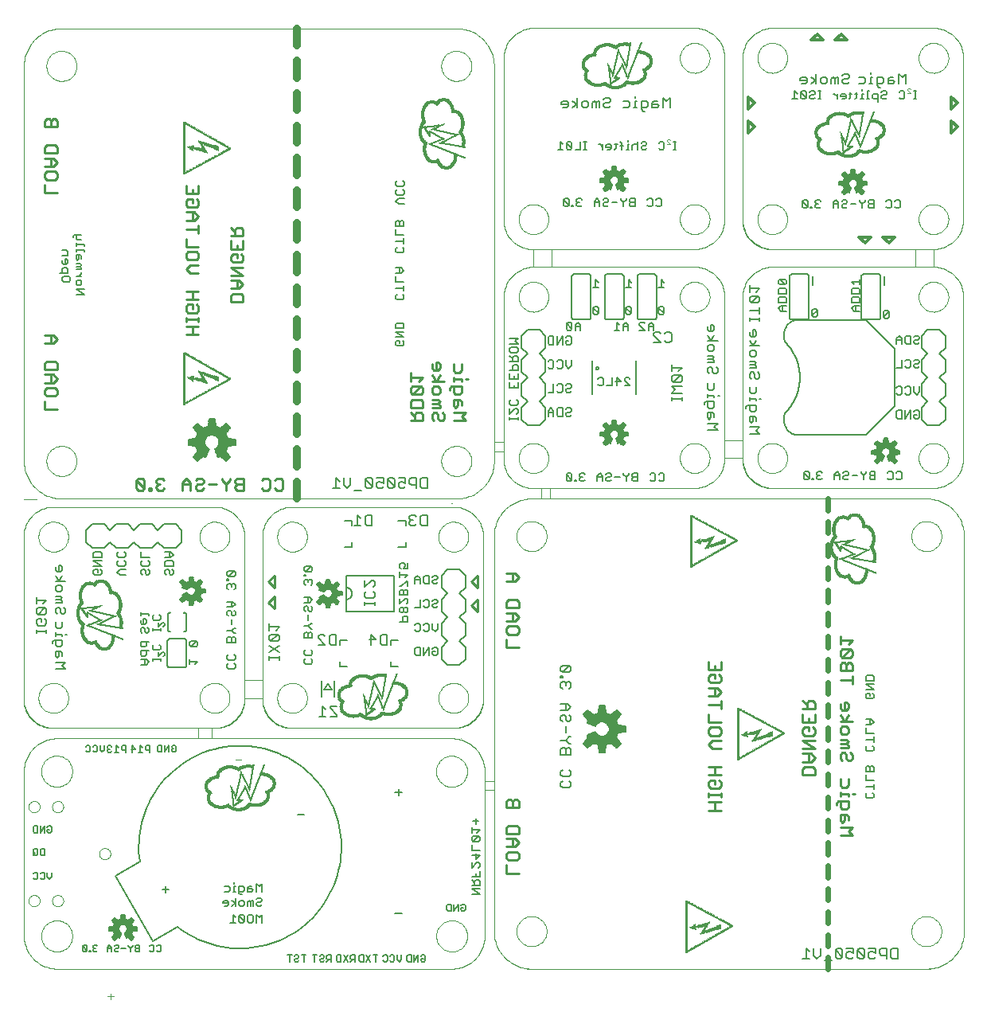
<source format=gbo>
G75*
G70*
%OFA0B0*%
%FSLAX24Y24*%
%IPPOS*%
%LPD*%
%AMOC8*
5,1,8,0,0,1.08239X$1,22.5*
%
%ADD10C,0.0000*%
%ADD11C,0.0000*%
%ADD12C,0.0030*%
%ADD13C,0.0050*%
%ADD14C,0.0000*%
%ADD15C,0.0060*%
%ADD16C,0.0080*%
%ADD17R,0.0110X0.0005*%
%ADD18R,0.0210X0.0005*%
%ADD19R,0.0280X0.0005*%
%ADD20R,0.0325X0.0005*%
%ADD21R,0.0365X0.0005*%
%ADD22R,0.0410X0.0005*%
%ADD23R,0.0440X0.0005*%
%ADD24R,0.0470X0.0005*%
%ADD25R,0.0505X0.0005*%
%ADD26R,0.0530X0.0005*%
%ADD27R,0.0555X0.0005*%
%ADD28R,0.0580X0.0005*%
%ADD29R,0.0600X0.0005*%
%ADD30R,0.0625X0.0005*%
%ADD31R,0.0645X0.0005*%
%ADD32R,0.0665X0.0005*%
%ADD33R,0.0685X0.0005*%
%ADD34R,0.0705X0.0005*%
%ADD35R,0.0715X0.0005*%
%ADD36R,0.0735X0.0005*%
%ADD37R,0.0755X0.0005*%
%ADD38R,0.0090X0.0005*%
%ADD39R,0.0770X0.0005*%
%ADD40R,0.0190X0.0005*%
%ADD41R,0.0355X0.0005*%
%ADD42R,0.0360X0.0005*%
%ADD43R,0.0260X0.0005*%
%ADD44R,0.0315X0.0005*%
%ADD45R,0.0320X0.0005*%
%ADD46R,0.0295X0.0005*%
%ADD47R,0.0275X0.0005*%
%ADD48R,0.0400X0.0005*%
%ADD49R,0.0265X0.0005*%
%ADD50R,0.0435X0.0005*%
%ADD51R,0.0255X0.0005*%
%ADD52R,0.0465X0.0005*%
%ADD53R,0.0245X0.0005*%
%ADD54R,0.0495X0.0005*%
%ADD55R,0.0235X0.0005*%
%ADD56R,0.0525X0.0005*%
%ADD57R,0.0230X0.0005*%
%ADD58R,0.0240X0.0005*%
%ADD59R,0.0545X0.0005*%
%ADD60R,0.0820X0.0005*%
%ADD61R,0.0220X0.0005*%
%ADD62R,0.0025X0.0005*%
%ADD63R,0.0795X0.0005*%
%ADD64R,0.0215X0.0005*%
%ADD65R,0.0035X0.0005*%
%ADD66R,0.0040X0.0005*%
%ADD67R,0.0800X0.0005*%
%ADD68R,0.0205X0.0005*%
%ADD69R,0.0050X0.0005*%
%ADD70R,0.0805X0.0005*%
%ADD71R,0.0165X0.0005*%
%ADD72R,0.0055X0.0005*%
%ADD73R,0.0200X0.0005*%
%ADD74R,0.0060X0.0005*%
%ADD75R,0.0300X0.0005*%
%ADD76R,0.0195X0.0005*%
%ADD77R,0.0065X0.0005*%
%ADD78R,0.0345X0.0005*%
%ADD79R,0.0070X0.0005*%
%ADD80R,0.0385X0.0005*%
%ADD81R,0.0080X0.0005*%
%ADD82R,0.0425X0.0005*%
%ADD83R,0.0185X0.0005*%
%ADD84R,0.0085X0.0005*%
%ADD85R,0.0635X0.0005*%
%ADD86R,0.0810X0.0005*%
%ADD87R,0.0095X0.0005*%
%ADD88R,0.0335X0.0005*%
%ADD89R,0.0655X0.0005*%
%ADD90R,0.0105X0.0005*%
%ADD91R,0.0290X0.0005*%
%ADD92R,0.0660X0.0005*%
%ADD93R,0.0115X0.0005*%
%ADD94R,0.0285X0.0005*%
%ADD95R,0.0120X0.0005*%
%ADD96R,0.0270X0.0005*%
%ADD97R,0.0675X0.0005*%
%ADD98R,0.0130X0.0005*%
%ADD99R,0.0680X0.0005*%
%ADD100R,0.0135X0.0005*%
%ADD101R,0.0250X0.0005*%
%ADD102R,0.0140X0.0005*%
%ADD103R,0.0180X0.0005*%
%ADD104R,0.0695X0.0005*%
%ADD105R,0.0150X0.0005*%
%ADD106R,0.0160X0.0005*%
%ADD107R,0.0155X0.0005*%
%ADD108R,0.0145X0.0005*%
%ADD109R,0.0700X0.0005*%
%ADD110R,0.0225X0.0005*%
%ADD111R,0.0170X0.0005*%
%ADD112R,0.0100X0.0005*%
%ADD113R,0.0075X0.0005*%
%ADD114R,0.0720X0.0005*%
%ADD115R,0.0725X0.0005*%
%ADD116R,0.0340X0.0005*%
%ADD117R,0.0305X0.0005*%
%ADD118R,0.0175X0.0005*%
%ADD119R,0.0005X0.0005*%
%ADD120R,0.0010X0.0005*%
%ADD121R,0.0015X0.0005*%
%ADD122R,0.0020X0.0005*%
%ADD123R,0.0030X0.0005*%
%ADD124R,0.0125X0.0005*%
%ADD125R,0.0045X0.0005*%
%ADD126R,0.0370X0.0005*%
%ADD127R,0.0375X0.0005*%
%ADD128R,0.0350X0.0005*%
%ADD129R,0.0330X0.0005*%
%ADD130R,0.0485X0.0005*%
%ADD131R,0.0480X0.0005*%
%ADD132R,0.0460X0.0005*%
%ADD133R,0.0445X0.0005*%
%ADD134R,0.0310X0.0005*%
%ADD135R,0.0380X0.0005*%
%ADD136R,0.0415X0.0005*%
%ADD137R,0.0450X0.0005*%
%ADD138R,0.0490X0.0005*%
%ADD139R,0.0965X0.0005*%
%ADD140R,0.0975X0.0005*%
%ADD141R,0.0980X0.0005*%
%ADD142R,0.0990X0.0005*%
%ADD143R,0.1005X0.0005*%
%ADD144R,0.0615X0.0005*%
%ADD145R,0.0640X0.0005*%
%ADD146R,0.0605X0.0005*%
%ADD147R,0.0620X0.0005*%
%ADD148R,0.0590X0.0005*%
%ADD149R,0.0570X0.0005*%
%ADD150R,0.0540X0.0005*%
%ADD151R,0.0515X0.0005*%
%ADD152R,0.0565X0.0005*%
%ADD153R,0.0535X0.0005*%
%ADD154R,0.0395X0.0005*%
%ADD155R,0.0520X0.0005*%
%ADD156R,0.0500X0.0005*%
%ADD157R,0.0430X0.0005*%
%ADD158C,0.0059*%
%ADD159C,0.0060*%
%ADD160C,0.0000*%
%ADD161C,0.0080*%
%ADD162C,0.0050*%
%ADD163R,0.0005X0.0110*%
%ADD164R,0.0005X0.0210*%
%ADD165R,0.0005X0.0280*%
%ADD166R,0.0005X0.0325*%
%ADD167R,0.0005X0.0365*%
%ADD168R,0.0005X0.0410*%
%ADD169R,0.0005X0.0440*%
%ADD170R,0.0005X0.0470*%
%ADD171R,0.0005X0.0505*%
%ADD172R,0.0005X0.0530*%
%ADD173R,0.0005X0.0555*%
%ADD174R,0.0005X0.0580*%
%ADD175R,0.0005X0.0600*%
%ADD176R,0.0005X0.0625*%
%ADD177R,0.0005X0.0645*%
%ADD178R,0.0005X0.0665*%
%ADD179R,0.0005X0.0685*%
%ADD180R,0.0005X0.0705*%
%ADD181R,0.0005X0.0715*%
%ADD182R,0.0005X0.0735*%
%ADD183R,0.0005X0.0755*%
%ADD184R,0.0005X0.0090*%
%ADD185R,0.0005X0.0770*%
%ADD186R,0.0005X0.0190*%
%ADD187R,0.0005X0.0355*%
%ADD188R,0.0005X0.0360*%
%ADD189R,0.0005X0.0260*%
%ADD190R,0.0005X0.0315*%
%ADD191R,0.0005X0.0320*%
%ADD192R,0.0005X0.0295*%
%ADD193R,0.0005X0.0275*%
%ADD194R,0.0005X0.0400*%
%ADD195R,0.0005X0.0265*%
%ADD196R,0.0005X0.0435*%
%ADD197R,0.0005X0.0255*%
%ADD198R,0.0005X0.0465*%
%ADD199R,0.0005X0.0245*%
%ADD200R,0.0005X0.0495*%
%ADD201R,0.0005X0.0235*%
%ADD202R,0.0005X0.0525*%
%ADD203R,0.0005X0.0230*%
%ADD204R,0.0005X0.0240*%
%ADD205R,0.0005X0.0545*%
%ADD206R,0.0005X0.0820*%
%ADD207R,0.0005X0.0220*%
%ADD208R,0.0005X0.0025*%
%ADD209R,0.0005X0.0795*%
%ADD210R,0.0005X0.0215*%
%ADD211R,0.0005X0.0035*%
%ADD212R,0.0005X0.0040*%
%ADD213R,0.0005X0.0800*%
%ADD214R,0.0005X0.0205*%
%ADD215R,0.0005X0.0050*%
%ADD216R,0.0005X0.0805*%
%ADD217R,0.0005X0.0165*%
%ADD218R,0.0005X0.0055*%
%ADD219R,0.0005X0.0200*%
%ADD220R,0.0005X0.0060*%
%ADD221R,0.0005X0.0300*%
%ADD222R,0.0005X0.0195*%
%ADD223R,0.0005X0.0065*%
%ADD224R,0.0005X0.0345*%
%ADD225R,0.0005X0.0070*%
%ADD226R,0.0005X0.0385*%
%ADD227R,0.0005X0.0080*%
%ADD228R,0.0005X0.0425*%
%ADD229R,0.0005X0.0185*%
%ADD230R,0.0005X0.0085*%
%ADD231R,0.0005X0.0635*%
%ADD232R,0.0005X0.0810*%
%ADD233R,0.0005X0.0095*%
%ADD234R,0.0005X0.0335*%
%ADD235R,0.0005X0.0655*%
%ADD236R,0.0005X0.0105*%
%ADD237R,0.0005X0.0290*%
%ADD238R,0.0005X0.0660*%
%ADD239R,0.0005X0.0115*%
%ADD240R,0.0005X0.0285*%
%ADD241R,0.0005X0.0120*%
%ADD242R,0.0005X0.0270*%
%ADD243R,0.0005X0.0675*%
%ADD244R,0.0005X0.0130*%
%ADD245R,0.0005X0.0680*%
%ADD246R,0.0005X0.0135*%
%ADD247R,0.0005X0.0250*%
%ADD248R,0.0005X0.0140*%
%ADD249R,0.0005X0.0180*%
%ADD250R,0.0005X0.0695*%
%ADD251R,0.0005X0.0150*%
%ADD252R,0.0005X0.0160*%
%ADD253R,0.0005X0.0155*%
%ADD254R,0.0005X0.0145*%
%ADD255R,0.0005X0.0700*%
%ADD256R,0.0005X0.0225*%
%ADD257R,0.0005X0.0170*%
%ADD258R,0.0005X0.0100*%
%ADD259R,0.0005X0.0075*%
%ADD260R,0.0005X0.0720*%
%ADD261R,0.0005X0.0725*%
%ADD262R,0.0005X0.0340*%
%ADD263R,0.0005X0.0305*%
%ADD264R,0.0005X0.0175*%
%ADD265R,0.0005X0.0005*%
%ADD266R,0.0005X0.0010*%
%ADD267R,0.0005X0.0015*%
%ADD268R,0.0005X0.0020*%
%ADD269R,0.0005X0.0030*%
%ADD270R,0.0005X0.0125*%
%ADD271R,0.0005X0.0045*%
%ADD272R,0.0005X0.0370*%
%ADD273R,0.0005X0.0375*%
%ADD274R,0.0005X0.0350*%
%ADD275R,0.0005X0.0330*%
%ADD276R,0.0005X0.0485*%
%ADD277R,0.0005X0.0480*%
%ADD278R,0.0005X0.0460*%
%ADD279R,0.0005X0.0445*%
%ADD280R,0.0005X0.0310*%
%ADD281R,0.0005X0.0380*%
%ADD282R,0.0005X0.0415*%
%ADD283R,0.0005X0.0450*%
%ADD284R,0.0005X0.0490*%
%ADD285R,0.0005X0.0965*%
%ADD286R,0.0005X0.0975*%
%ADD287R,0.0005X0.0980*%
%ADD288R,0.0005X0.0990*%
%ADD289R,0.0005X0.1005*%
%ADD290R,0.0005X0.0615*%
%ADD291R,0.0005X0.0640*%
%ADD292R,0.0005X0.0605*%
%ADD293R,0.0005X0.0620*%
%ADD294R,0.0005X0.0590*%
%ADD295R,0.0005X0.0570*%
%ADD296R,0.0005X0.0540*%
%ADD297R,0.0005X0.0515*%
%ADD298R,0.0005X0.0565*%
%ADD299R,0.0005X0.0535*%
%ADD300R,0.0005X0.0395*%
%ADD301R,0.0005X0.0520*%
%ADD302R,0.0005X0.0500*%
%ADD303R,0.0005X0.0430*%
%ADD304C,0.0059*%
%ADD305C,0.0000*%
%ADD306C,0.0060*%
%ADD307R,0.0110X0.0005*%
%ADD308R,0.0210X0.0005*%
%ADD309R,0.0280X0.0005*%
%ADD310R,0.0325X0.0005*%
%ADD311R,0.0365X0.0005*%
%ADD312R,0.0410X0.0005*%
%ADD313R,0.0440X0.0005*%
%ADD314R,0.0470X0.0005*%
%ADD315R,0.0505X0.0005*%
%ADD316R,0.0530X0.0005*%
%ADD317R,0.0555X0.0005*%
%ADD318R,0.0580X0.0005*%
%ADD319R,0.0600X0.0005*%
%ADD320R,0.0625X0.0005*%
%ADD321R,0.0645X0.0005*%
%ADD322R,0.0665X0.0005*%
%ADD323R,0.0685X0.0005*%
%ADD324R,0.0705X0.0005*%
%ADD325R,0.0715X0.0005*%
%ADD326R,0.0735X0.0005*%
%ADD327R,0.0755X0.0005*%
%ADD328R,0.0090X0.0005*%
%ADD329R,0.0770X0.0005*%
%ADD330R,0.0190X0.0005*%
%ADD331R,0.0355X0.0005*%
%ADD332R,0.0360X0.0005*%
%ADD333R,0.0260X0.0005*%
%ADD334R,0.0315X0.0005*%
%ADD335R,0.0320X0.0005*%
%ADD336R,0.0295X0.0005*%
%ADD337R,0.0275X0.0005*%
%ADD338R,0.0400X0.0005*%
%ADD339R,0.0265X0.0005*%
%ADD340R,0.0435X0.0005*%
%ADD341R,0.0255X0.0005*%
%ADD342R,0.0465X0.0005*%
%ADD343R,0.0245X0.0005*%
%ADD344R,0.0495X0.0005*%
%ADD345R,0.0235X0.0005*%
%ADD346R,0.0525X0.0005*%
%ADD347R,0.0230X0.0005*%
%ADD348R,0.0240X0.0005*%
%ADD349R,0.0545X0.0005*%
%ADD350R,0.0820X0.0005*%
%ADD351R,0.0220X0.0005*%
%ADD352R,0.0025X0.0005*%
%ADD353R,0.0795X0.0005*%
%ADD354R,0.0215X0.0005*%
%ADD355R,0.0035X0.0005*%
%ADD356R,0.0040X0.0005*%
%ADD357R,0.0800X0.0005*%
%ADD358R,0.0205X0.0005*%
%ADD359R,0.0050X0.0005*%
%ADD360R,0.0805X0.0005*%
%ADD361R,0.0165X0.0005*%
%ADD362R,0.0055X0.0005*%
%ADD363R,0.0200X0.0005*%
%ADD364R,0.0060X0.0005*%
%ADD365R,0.0300X0.0005*%
%ADD366R,0.0195X0.0005*%
%ADD367R,0.0065X0.0005*%
%ADD368R,0.0345X0.0005*%
%ADD369R,0.0070X0.0005*%
%ADD370R,0.0385X0.0005*%
%ADD371R,0.0080X0.0005*%
%ADD372R,0.0425X0.0005*%
%ADD373R,0.0185X0.0005*%
%ADD374R,0.0085X0.0005*%
%ADD375R,0.0635X0.0005*%
%ADD376R,0.0810X0.0005*%
%ADD377R,0.0095X0.0005*%
%ADD378R,0.0335X0.0005*%
%ADD379R,0.0655X0.0005*%
%ADD380R,0.0105X0.0005*%
%ADD381R,0.0290X0.0005*%
%ADD382R,0.0660X0.0005*%
%ADD383R,0.0115X0.0005*%
%ADD384R,0.0285X0.0005*%
%ADD385R,0.0120X0.0005*%
%ADD386R,0.0270X0.0005*%
%ADD387R,0.0675X0.0005*%
%ADD388R,0.0130X0.0005*%
%ADD389R,0.0680X0.0005*%
%ADD390R,0.0135X0.0005*%
%ADD391R,0.0250X0.0005*%
%ADD392R,0.0140X0.0005*%
%ADD393R,0.0180X0.0005*%
%ADD394R,0.0695X0.0005*%
%ADD395R,0.0150X0.0005*%
%ADD396R,0.0160X0.0005*%
%ADD397R,0.0155X0.0005*%
%ADD398R,0.0145X0.0005*%
%ADD399R,0.0700X0.0005*%
%ADD400R,0.0225X0.0005*%
%ADD401R,0.0170X0.0005*%
%ADD402R,0.0100X0.0005*%
%ADD403R,0.0075X0.0005*%
%ADD404R,0.0720X0.0005*%
%ADD405R,0.0725X0.0005*%
%ADD406R,0.0340X0.0005*%
%ADD407R,0.0305X0.0005*%
%ADD408R,0.0175X0.0005*%
%ADD409R,0.0005X0.0005*%
%ADD410R,0.0010X0.0005*%
%ADD411R,0.0015X0.0005*%
%ADD412R,0.0020X0.0005*%
%ADD413R,0.0030X0.0005*%
%ADD414R,0.0125X0.0005*%
%ADD415R,0.0045X0.0005*%
%ADD416R,0.0370X0.0005*%
%ADD417R,0.0375X0.0005*%
%ADD418R,0.0350X0.0005*%
%ADD419R,0.0330X0.0005*%
%ADD420R,0.0485X0.0005*%
%ADD421R,0.0480X0.0005*%
%ADD422R,0.0460X0.0005*%
%ADD423R,0.0445X0.0005*%
%ADD424R,0.0310X0.0005*%
%ADD425R,0.0380X0.0005*%
%ADD426R,0.0415X0.0005*%
%ADD427R,0.0450X0.0005*%
%ADD428R,0.0490X0.0005*%
%ADD429R,0.0965X0.0005*%
%ADD430R,0.0975X0.0005*%
%ADD431R,0.0980X0.0005*%
%ADD432R,0.0990X0.0005*%
%ADD433R,0.1005X0.0005*%
%ADD434R,0.0615X0.0005*%
%ADD435R,0.0640X0.0005*%
%ADD436R,0.0605X0.0005*%
%ADD437R,0.0620X0.0005*%
%ADD438R,0.0590X0.0005*%
%ADD439R,0.0570X0.0005*%
%ADD440R,0.0540X0.0005*%
%ADD441R,0.0515X0.0005*%
%ADD442R,0.0565X0.0005*%
%ADD443R,0.0535X0.0005*%
%ADD444R,0.0395X0.0005*%
%ADD445R,0.0520X0.0005*%
%ADD446R,0.0500X0.0005*%
%ADD447R,0.0430X0.0005*%
%ADD448C,0.0100*%
%ADD449C,0.0080*%
%ADD450C,0.0059*%
%ADD451C,0.0050*%
%ADD452C,0.0090*%
%ADD453C,0.0060*%
%ADD454R,0.0010X0.2190*%
%ADD455R,0.0010X0.2210*%
%ADD456R,0.0010X0.2200*%
%ADD457R,0.0010X0.2170*%
%ADD458R,0.0010X0.0090*%
%ADD459R,0.0010X0.0100*%
%ADD460R,0.0010X0.0010*%
%ADD461R,0.0010X0.0020*%
%ADD462R,0.0010X0.0030*%
%ADD463R,0.0010X0.0040*%
%ADD464R,0.0010X0.0050*%
%ADD465R,0.0010X0.0060*%
%ADD466R,0.0010X0.0070*%
%ADD467R,0.0010X0.0110*%
%ADD468R,0.0010X0.0130*%
%ADD469R,0.0010X0.0140*%
%ADD470R,0.0010X0.0160*%
%ADD471R,0.0010X0.0170*%
%ADD472R,0.0010X0.0180*%
%ADD473R,0.0010X0.0200*%
%ADD474R,0.0010X0.0210*%
%ADD475R,0.0010X0.0220*%
%ADD476R,0.0010X0.0240*%
%ADD477R,0.0010X0.0080*%
%ADD478R,0.0010X0.0120*%
%ADD479R,0.0010X0.0150*%
%ADD480R,0.0010X0.0230*%
%ADD481R,0.0010X0.0310*%
%ADD482R,0.0010X0.0300*%
%ADD483R,0.0010X0.0290*%
%ADD484R,0.0010X0.0270*%
%ADD485R,0.0010X0.0260*%
%ADD486R,0.0010X0.0250*%
%ADD487R,0.0010X0.0190*%
%ADD488R,0.0005X0.0110*%
%ADD489R,0.0005X0.0210*%
%ADD490R,0.0005X0.0280*%
%ADD491R,0.0005X0.0325*%
%ADD492R,0.0005X0.0365*%
%ADD493R,0.0005X0.0410*%
%ADD494R,0.0005X0.0440*%
%ADD495R,0.0005X0.0470*%
%ADD496R,0.0005X0.0505*%
%ADD497R,0.0005X0.0530*%
%ADD498R,0.0005X0.0555*%
%ADD499R,0.0005X0.0580*%
%ADD500R,0.0005X0.0600*%
%ADD501R,0.0005X0.0625*%
%ADD502R,0.0005X0.0645*%
%ADD503R,0.0005X0.0665*%
%ADD504R,0.0005X0.0685*%
%ADD505R,0.0005X0.0705*%
%ADD506R,0.0005X0.0715*%
%ADD507R,0.0005X0.0735*%
%ADD508R,0.0005X0.0755*%
%ADD509R,0.0005X0.0090*%
%ADD510R,0.0005X0.0770*%
%ADD511R,0.0005X0.0190*%
%ADD512R,0.0005X0.0355*%
%ADD513R,0.0005X0.0360*%
%ADD514R,0.0005X0.0260*%
%ADD515R,0.0005X0.0315*%
%ADD516R,0.0005X0.0320*%
%ADD517R,0.0005X0.0295*%
%ADD518R,0.0005X0.0275*%
%ADD519R,0.0005X0.0400*%
%ADD520R,0.0005X0.0265*%
%ADD521R,0.0005X0.0435*%
%ADD522R,0.0005X0.0255*%
%ADD523R,0.0005X0.0465*%
%ADD524R,0.0005X0.0245*%
%ADD525R,0.0005X0.0495*%
%ADD526R,0.0005X0.0235*%
%ADD527R,0.0005X0.0525*%
%ADD528R,0.0005X0.0230*%
%ADD529R,0.0005X0.0240*%
%ADD530R,0.0005X0.0545*%
%ADD531R,0.0005X0.0820*%
%ADD532R,0.0005X0.0220*%
%ADD533R,0.0005X0.0025*%
%ADD534R,0.0005X0.0795*%
%ADD535R,0.0005X0.0215*%
%ADD536R,0.0005X0.0035*%
%ADD537R,0.0005X0.0040*%
%ADD538R,0.0005X0.0800*%
%ADD539R,0.0005X0.0205*%
%ADD540R,0.0005X0.0050*%
%ADD541R,0.0005X0.0805*%
%ADD542R,0.0005X0.0165*%
%ADD543R,0.0005X0.0055*%
%ADD544R,0.0005X0.0200*%
%ADD545R,0.0005X0.0060*%
%ADD546R,0.0005X0.0300*%
%ADD547R,0.0005X0.0195*%
%ADD548R,0.0005X0.0065*%
%ADD549R,0.0005X0.0345*%
%ADD550R,0.0005X0.0070*%
%ADD551R,0.0005X0.0385*%
%ADD552R,0.0005X0.0080*%
%ADD553R,0.0005X0.0425*%
%ADD554R,0.0005X0.0185*%
%ADD555R,0.0005X0.0085*%
%ADD556R,0.0005X0.0635*%
%ADD557R,0.0005X0.0810*%
%ADD558R,0.0005X0.0095*%
%ADD559R,0.0005X0.0335*%
%ADD560R,0.0005X0.0655*%
%ADD561R,0.0005X0.0105*%
%ADD562R,0.0005X0.0290*%
%ADD563R,0.0005X0.0660*%
%ADD564R,0.0005X0.0115*%
%ADD565R,0.0005X0.0285*%
%ADD566R,0.0005X0.0120*%
%ADD567R,0.0005X0.0270*%
%ADD568R,0.0005X0.0675*%
%ADD569R,0.0005X0.0130*%
%ADD570R,0.0005X0.0680*%
%ADD571R,0.0005X0.0135*%
%ADD572R,0.0005X0.0250*%
%ADD573R,0.0005X0.0140*%
%ADD574R,0.0005X0.0180*%
%ADD575R,0.0005X0.0695*%
%ADD576R,0.0005X0.0150*%
%ADD577R,0.0005X0.0160*%
%ADD578R,0.0005X0.0155*%
%ADD579R,0.0005X0.0145*%
%ADD580R,0.0005X0.0700*%
%ADD581R,0.0005X0.0225*%
%ADD582R,0.0005X0.0170*%
%ADD583R,0.0005X0.0100*%
%ADD584R,0.0005X0.0075*%
%ADD585R,0.0005X0.0720*%
%ADD586R,0.0005X0.0725*%
%ADD587R,0.0005X0.0340*%
%ADD588R,0.0005X0.0305*%
%ADD589R,0.0005X0.0175*%
%ADD590R,0.0005X0.0005*%
%ADD591R,0.0005X0.0010*%
%ADD592R,0.0005X0.0015*%
%ADD593R,0.0005X0.0020*%
%ADD594R,0.0005X0.0030*%
%ADD595R,0.0005X0.0125*%
%ADD596R,0.0005X0.0045*%
%ADD597R,0.0005X0.0370*%
%ADD598R,0.0005X0.0375*%
%ADD599R,0.0005X0.0350*%
%ADD600R,0.0005X0.0330*%
%ADD601R,0.0005X0.0485*%
%ADD602R,0.0005X0.0480*%
%ADD603R,0.0005X0.0460*%
%ADD604R,0.0005X0.0445*%
%ADD605R,0.0005X0.0310*%
%ADD606R,0.0005X0.0380*%
%ADD607R,0.0005X0.0415*%
%ADD608R,0.0005X0.0450*%
%ADD609R,0.0005X0.0490*%
%ADD610R,0.0005X0.0965*%
%ADD611R,0.0005X0.0975*%
%ADD612R,0.0005X0.0980*%
%ADD613R,0.0005X0.0990*%
%ADD614R,0.0005X0.1005*%
%ADD615R,0.0005X0.0615*%
%ADD616R,0.0005X0.0640*%
%ADD617R,0.0005X0.0605*%
%ADD618R,0.0005X0.0620*%
%ADD619R,0.0005X0.0590*%
%ADD620R,0.0005X0.0570*%
%ADD621R,0.0005X0.0540*%
%ADD622R,0.0005X0.0515*%
%ADD623R,0.0005X0.0565*%
%ADD624R,0.0005X0.0535*%
%ADD625R,0.0005X0.0395*%
%ADD626R,0.0005X0.0520*%
%ADD627R,0.0005X0.0500*%
%ADD628R,0.0005X0.0430*%
%ADD629C,0.0000*%
%ADD630C,0.0320*%
%ADD631C,0.0059*%
%ADD632C,0.0080*%
%ADD633C,0.0060*%
%ADD634C,0.0090*%
%ADD635R,0.0005X0.0110*%
%ADD636R,0.0005X0.0210*%
%ADD637R,0.0005X0.0280*%
%ADD638R,0.0005X0.0325*%
%ADD639R,0.0005X0.0365*%
%ADD640R,0.0005X0.0410*%
%ADD641R,0.0005X0.0440*%
%ADD642R,0.0005X0.0470*%
%ADD643R,0.0005X0.0505*%
%ADD644R,0.0005X0.0530*%
%ADD645R,0.0005X0.0555*%
%ADD646R,0.0005X0.0580*%
%ADD647R,0.0005X0.0600*%
%ADD648R,0.0005X0.0625*%
%ADD649R,0.0005X0.0645*%
%ADD650R,0.0005X0.0665*%
%ADD651R,0.0005X0.0685*%
%ADD652R,0.0005X0.0705*%
%ADD653R,0.0005X0.0715*%
%ADD654R,0.0005X0.0735*%
%ADD655R,0.0005X0.0755*%
%ADD656R,0.0005X0.0090*%
%ADD657R,0.0005X0.0770*%
%ADD658R,0.0005X0.0190*%
%ADD659R,0.0005X0.0355*%
%ADD660R,0.0005X0.0360*%
%ADD661R,0.0005X0.0260*%
%ADD662R,0.0005X0.0315*%
%ADD663R,0.0005X0.0320*%
%ADD664R,0.0005X0.0295*%
%ADD665R,0.0005X0.0275*%
%ADD666R,0.0005X0.0400*%
%ADD667R,0.0005X0.0265*%
%ADD668R,0.0005X0.0435*%
%ADD669R,0.0005X0.0255*%
%ADD670R,0.0005X0.0465*%
%ADD671R,0.0005X0.0245*%
%ADD672R,0.0005X0.0495*%
%ADD673R,0.0005X0.0235*%
%ADD674R,0.0005X0.0525*%
%ADD675R,0.0005X0.0230*%
%ADD676R,0.0005X0.0240*%
%ADD677R,0.0005X0.0545*%
%ADD678R,0.0005X0.0820*%
%ADD679R,0.0005X0.0220*%
%ADD680R,0.0005X0.0025*%
%ADD681R,0.0005X0.0795*%
%ADD682R,0.0005X0.0215*%
%ADD683R,0.0005X0.0035*%
%ADD684R,0.0005X0.0040*%
%ADD685R,0.0005X0.0800*%
%ADD686R,0.0005X0.0205*%
%ADD687R,0.0005X0.0050*%
%ADD688R,0.0005X0.0805*%
%ADD689R,0.0005X0.0165*%
%ADD690R,0.0005X0.0055*%
%ADD691R,0.0005X0.0200*%
%ADD692R,0.0005X0.0060*%
%ADD693R,0.0005X0.0300*%
%ADD694R,0.0005X0.0195*%
%ADD695R,0.0005X0.0065*%
%ADD696R,0.0005X0.0345*%
%ADD697R,0.0005X0.0070*%
%ADD698R,0.0005X0.0385*%
%ADD699R,0.0005X0.0080*%
%ADD700R,0.0005X0.0425*%
%ADD701R,0.0005X0.0185*%
%ADD702R,0.0005X0.0085*%
%ADD703R,0.0005X0.0635*%
%ADD704R,0.0005X0.0810*%
%ADD705R,0.0005X0.0095*%
%ADD706R,0.0005X0.0335*%
%ADD707R,0.0005X0.0655*%
%ADD708R,0.0005X0.0105*%
%ADD709R,0.0005X0.0290*%
%ADD710R,0.0005X0.0660*%
%ADD711R,0.0005X0.0115*%
%ADD712R,0.0005X0.0285*%
%ADD713R,0.0005X0.0120*%
%ADD714R,0.0005X0.0270*%
%ADD715R,0.0005X0.0675*%
%ADD716R,0.0005X0.0130*%
%ADD717R,0.0005X0.0680*%
%ADD718R,0.0005X0.0135*%
%ADD719R,0.0005X0.0250*%
%ADD720R,0.0005X0.0140*%
%ADD721R,0.0005X0.0180*%
%ADD722R,0.0005X0.0695*%
%ADD723R,0.0005X0.0150*%
%ADD724R,0.0005X0.0160*%
%ADD725R,0.0005X0.0155*%
%ADD726R,0.0005X0.0145*%
%ADD727R,0.0005X0.0700*%
%ADD728R,0.0005X0.0225*%
%ADD729R,0.0005X0.0170*%
%ADD730R,0.0005X0.0100*%
%ADD731R,0.0005X0.0075*%
%ADD732R,0.0005X0.0720*%
%ADD733R,0.0005X0.0725*%
%ADD734R,0.0005X0.0340*%
%ADD735R,0.0005X0.0305*%
%ADD736R,0.0005X0.0175*%
%ADD737R,0.0005X0.0005*%
%ADD738R,0.0005X0.0010*%
%ADD739R,0.0005X0.0015*%
%ADD740R,0.0005X0.0020*%
%ADD741R,0.0005X0.0030*%
%ADD742R,0.0005X0.0125*%
%ADD743R,0.0005X0.0045*%
%ADD744R,0.0005X0.0370*%
%ADD745R,0.0005X0.0375*%
%ADD746R,0.0005X0.0350*%
%ADD747R,0.0005X0.0330*%
%ADD748R,0.0005X0.0485*%
%ADD749R,0.0005X0.0480*%
%ADD750R,0.0005X0.0460*%
%ADD751R,0.0005X0.0445*%
%ADD752R,0.0005X0.0310*%
%ADD753R,0.0005X0.0380*%
%ADD754R,0.0005X0.0415*%
%ADD755R,0.0005X0.0450*%
%ADD756R,0.0005X0.0490*%
%ADD757R,0.0005X0.0965*%
%ADD758R,0.0005X0.0975*%
%ADD759R,0.0005X0.0980*%
%ADD760R,0.0005X0.0990*%
%ADD761R,0.0005X0.1005*%
%ADD762R,0.0005X0.0615*%
%ADD763R,0.0005X0.0640*%
%ADD764R,0.0005X0.0605*%
%ADD765R,0.0005X0.0620*%
%ADD766R,0.0005X0.0590*%
%ADD767R,0.0005X0.0570*%
%ADD768R,0.0005X0.0540*%
%ADD769R,0.0005X0.0515*%
%ADD770R,0.0005X0.0565*%
%ADD771R,0.0005X0.0535*%
%ADD772R,0.0005X0.0395*%
%ADD773R,0.0005X0.0520*%
%ADD774R,0.0005X0.0500*%
%ADD775R,0.0005X0.0430*%
%ADD776C,0.0240*%
%ADD777R,0.0010X0.2190*%
%ADD778R,0.0010X0.2210*%
%ADD779R,0.0010X0.2200*%
%ADD780R,0.0010X0.2170*%
%ADD781R,0.0010X0.0090*%
%ADD782R,0.0010X0.0100*%
%ADD783R,0.0010X0.0010*%
%ADD784R,0.0010X0.0020*%
%ADD785R,0.0010X0.0030*%
%ADD786R,0.0010X0.0040*%
%ADD787R,0.0010X0.0050*%
%ADD788R,0.0010X0.0060*%
%ADD789R,0.0010X0.0070*%
%ADD790R,0.0010X0.0110*%
%ADD791R,0.0010X0.0130*%
%ADD792R,0.0010X0.0140*%
%ADD793R,0.0010X0.0160*%
%ADD794R,0.0010X0.0170*%
%ADD795R,0.0010X0.0180*%
%ADD796R,0.0010X0.0200*%
%ADD797R,0.0010X0.0210*%
%ADD798R,0.0010X0.0220*%
%ADD799R,0.0010X0.0240*%
%ADD800R,0.0010X0.0080*%
%ADD801R,0.0010X0.0120*%
%ADD802R,0.0010X0.0150*%
%ADD803R,0.0010X0.0230*%
%ADD804R,0.0010X0.0310*%
%ADD805R,0.0010X0.0300*%
%ADD806R,0.0010X0.0290*%
%ADD807R,0.0010X0.0270*%
%ADD808R,0.0010X0.0260*%
%ADD809R,0.0010X0.0250*%
%ADD810R,0.0010X0.0190*%
%ADD811R,0.0120X0.0010*%
%ADD812C,0.0000*%
%ADD813C,0.0059*%
%ADD814C,0.0000*%
%ADD815C,0.0080*%
%ADD816C,0.0060*%
%ADD817C,0.0059*%
%ADD818C,0.0000*%
%ADD819C,0.0080*%
%ADD820C,0.0060*%
%ADD821C,0.0120*%
%ADD822C,0.0040*%
%ADD823R,0.0110X0.0005*%
%ADD824R,0.0210X0.0005*%
%ADD825R,0.0280X0.0005*%
%ADD826R,0.0325X0.0005*%
%ADD827R,0.0365X0.0005*%
%ADD828R,0.0410X0.0005*%
%ADD829R,0.0440X0.0005*%
%ADD830R,0.0470X0.0005*%
%ADD831R,0.0505X0.0005*%
%ADD832R,0.0530X0.0005*%
%ADD833R,0.0555X0.0005*%
%ADD834R,0.0580X0.0005*%
%ADD835R,0.0600X0.0005*%
%ADD836R,0.0625X0.0005*%
%ADD837R,0.0645X0.0005*%
%ADD838R,0.0665X0.0005*%
%ADD839R,0.0685X0.0005*%
%ADD840R,0.0705X0.0005*%
%ADD841R,0.0715X0.0005*%
%ADD842R,0.0735X0.0005*%
%ADD843R,0.0755X0.0005*%
%ADD844R,0.0090X0.0005*%
%ADD845R,0.0770X0.0005*%
%ADD846R,0.0190X0.0005*%
%ADD847R,0.0355X0.0005*%
%ADD848R,0.0360X0.0005*%
%ADD849R,0.0260X0.0005*%
%ADD850R,0.0315X0.0005*%
%ADD851R,0.0320X0.0005*%
%ADD852R,0.0295X0.0005*%
%ADD853R,0.0275X0.0005*%
%ADD854R,0.0400X0.0005*%
%ADD855R,0.0265X0.0005*%
%ADD856R,0.0435X0.0005*%
%ADD857R,0.0255X0.0005*%
%ADD858R,0.0465X0.0005*%
%ADD859R,0.0245X0.0005*%
%ADD860R,0.0495X0.0005*%
%ADD861R,0.0235X0.0005*%
%ADD862R,0.0525X0.0005*%
%ADD863R,0.0230X0.0005*%
%ADD864R,0.0240X0.0005*%
%ADD865R,0.0545X0.0005*%
%ADD866R,0.0820X0.0005*%
%ADD867R,0.0220X0.0005*%
%ADD868R,0.0025X0.0005*%
%ADD869R,0.0795X0.0005*%
%ADD870R,0.0215X0.0005*%
%ADD871R,0.0035X0.0005*%
%ADD872R,0.0040X0.0005*%
%ADD873R,0.0800X0.0005*%
%ADD874R,0.0205X0.0005*%
%ADD875R,0.0050X0.0005*%
%ADD876R,0.0805X0.0005*%
%ADD877R,0.0165X0.0005*%
%ADD878R,0.0055X0.0005*%
%ADD879R,0.0200X0.0005*%
%ADD880R,0.0060X0.0005*%
%ADD881R,0.0300X0.0005*%
%ADD882R,0.0195X0.0005*%
%ADD883R,0.0065X0.0005*%
%ADD884R,0.0345X0.0005*%
%ADD885R,0.0070X0.0005*%
%ADD886R,0.0385X0.0005*%
%ADD887R,0.0080X0.0005*%
%ADD888R,0.0425X0.0005*%
%ADD889R,0.0185X0.0005*%
%ADD890R,0.0085X0.0005*%
%ADD891R,0.0635X0.0005*%
%ADD892R,0.0810X0.0005*%
%ADD893R,0.0095X0.0005*%
%ADD894R,0.0335X0.0005*%
%ADD895R,0.0655X0.0005*%
%ADD896R,0.0105X0.0005*%
%ADD897R,0.0290X0.0005*%
%ADD898R,0.0660X0.0005*%
%ADD899R,0.0115X0.0005*%
%ADD900R,0.0285X0.0005*%
%ADD901R,0.0120X0.0005*%
%ADD902R,0.0270X0.0005*%
%ADD903R,0.0675X0.0005*%
%ADD904R,0.0130X0.0005*%
%ADD905R,0.0680X0.0005*%
%ADD906R,0.0135X0.0005*%
%ADD907R,0.0250X0.0005*%
%ADD908R,0.0140X0.0005*%
%ADD909R,0.0180X0.0005*%
%ADD910R,0.0695X0.0005*%
%ADD911R,0.0150X0.0005*%
%ADD912R,0.0160X0.0005*%
%ADD913R,0.0155X0.0005*%
%ADD914R,0.0145X0.0005*%
%ADD915R,0.0700X0.0005*%
%ADD916R,0.0225X0.0005*%
%ADD917R,0.0170X0.0005*%
%ADD918R,0.0100X0.0005*%
%ADD919R,0.0075X0.0005*%
%ADD920R,0.0720X0.0005*%
%ADD921R,0.0725X0.0005*%
%ADD922R,0.0340X0.0005*%
%ADD923R,0.0305X0.0005*%
%ADD924R,0.0175X0.0005*%
%ADD925R,0.0005X0.0005*%
%ADD926R,0.0010X0.0005*%
%ADD927R,0.0015X0.0005*%
%ADD928R,0.0020X0.0005*%
%ADD929R,0.0030X0.0005*%
%ADD930R,0.0125X0.0005*%
%ADD931R,0.0045X0.0005*%
%ADD932R,0.0370X0.0005*%
%ADD933R,0.0375X0.0005*%
%ADD934R,0.0350X0.0005*%
%ADD935R,0.0330X0.0005*%
%ADD936R,0.0485X0.0005*%
%ADD937R,0.0480X0.0005*%
%ADD938R,0.0460X0.0005*%
%ADD939R,0.0445X0.0005*%
%ADD940R,0.0310X0.0005*%
%ADD941R,0.0380X0.0005*%
%ADD942R,0.0415X0.0005*%
%ADD943R,0.0450X0.0005*%
%ADD944R,0.0490X0.0005*%
%ADD945R,0.0965X0.0005*%
%ADD946R,0.0975X0.0005*%
%ADD947R,0.0980X0.0005*%
%ADD948R,0.0990X0.0005*%
%ADD949R,0.1005X0.0005*%
%ADD950R,0.0615X0.0005*%
%ADD951R,0.0640X0.0005*%
%ADD952R,0.0605X0.0005*%
%ADD953R,0.0620X0.0005*%
%ADD954R,0.0590X0.0005*%
%ADD955R,0.0570X0.0005*%
%ADD956R,0.0540X0.0005*%
%ADD957R,0.0515X0.0005*%
%ADD958R,0.0565X0.0005*%
%ADD959R,0.0535X0.0005*%
%ADD960R,0.0395X0.0005*%
%ADD961R,0.0520X0.0005*%
%ADD962R,0.0500X0.0005*%
%ADD963R,0.0430X0.0005*%
%ADD964C,0.0059*%
%ADD965C,0.0000*%
%ADD966C,0.0080*%
%ADD967C,0.0060*%
%ADD968R,0.0110X0.0005*%
%ADD969R,0.0210X0.0005*%
%ADD970R,0.0280X0.0005*%
%ADD971R,0.0325X0.0005*%
%ADD972R,0.0365X0.0005*%
%ADD973R,0.0410X0.0005*%
%ADD974R,0.0440X0.0005*%
%ADD975R,0.0470X0.0005*%
%ADD976R,0.0505X0.0005*%
%ADD977R,0.0530X0.0005*%
%ADD978R,0.0555X0.0005*%
%ADD979R,0.0580X0.0005*%
%ADD980R,0.0600X0.0005*%
%ADD981R,0.0625X0.0005*%
%ADD982R,0.0645X0.0005*%
%ADD983R,0.0665X0.0005*%
%ADD984R,0.0685X0.0005*%
%ADD985R,0.0705X0.0005*%
%ADD986R,0.0715X0.0005*%
%ADD987R,0.0735X0.0005*%
%ADD988R,0.0755X0.0005*%
%ADD989R,0.0090X0.0005*%
%ADD990R,0.0770X0.0005*%
%ADD991R,0.0190X0.0005*%
%ADD992R,0.0355X0.0005*%
%ADD993R,0.0360X0.0005*%
%ADD994R,0.0260X0.0005*%
%ADD995R,0.0315X0.0005*%
%ADD996R,0.0320X0.0005*%
%ADD997R,0.0295X0.0005*%
%ADD998R,0.0275X0.0005*%
%ADD999R,0.0400X0.0005*%
%ADD1000R,0.0265X0.0005*%
%ADD1001R,0.0435X0.0005*%
%ADD1002R,0.0255X0.0005*%
%ADD1003R,0.0465X0.0005*%
%ADD1004R,0.0245X0.0005*%
%ADD1005R,0.0495X0.0005*%
%ADD1006R,0.0235X0.0005*%
%ADD1007R,0.0525X0.0005*%
%ADD1008R,0.0230X0.0005*%
%ADD1009R,0.0240X0.0005*%
%ADD1010R,0.0545X0.0005*%
%ADD1011R,0.0820X0.0005*%
%ADD1012R,0.0220X0.0005*%
%ADD1013R,0.0025X0.0005*%
%ADD1014R,0.0795X0.0005*%
%ADD1015R,0.0215X0.0005*%
%ADD1016R,0.0035X0.0005*%
%ADD1017R,0.0040X0.0005*%
%ADD1018R,0.0800X0.0005*%
%ADD1019R,0.0205X0.0005*%
%ADD1020R,0.0050X0.0005*%
%ADD1021R,0.0805X0.0005*%
%ADD1022R,0.0165X0.0005*%
%ADD1023R,0.0055X0.0005*%
%ADD1024R,0.0200X0.0005*%
%ADD1025R,0.0060X0.0005*%
%ADD1026R,0.0300X0.0005*%
%ADD1027R,0.0195X0.0005*%
%ADD1028R,0.0065X0.0005*%
%ADD1029R,0.0345X0.0005*%
%ADD1030R,0.0070X0.0005*%
%ADD1031R,0.0385X0.0005*%
%ADD1032R,0.0080X0.0005*%
%ADD1033R,0.0425X0.0005*%
%ADD1034R,0.0185X0.0005*%
%ADD1035R,0.0085X0.0005*%
%ADD1036R,0.0635X0.0005*%
%ADD1037R,0.0810X0.0005*%
%ADD1038R,0.0095X0.0005*%
%ADD1039R,0.0335X0.0005*%
%ADD1040R,0.0655X0.0005*%
%ADD1041R,0.0105X0.0005*%
%ADD1042R,0.0290X0.0005*%
%ADD1043R,0.0660X0.0005*%
%ADD1044R,0.0115X0.0005*%
%ADD1045R,0.0285X0.0005*%
%ADD1046R,0.0120X0.0005*%
%ADD1047R,0.0270X0.0005*%
%ADD1048R,0.0675X0.0005*%
%ADD1049R,0.0130X0.0005*%
%ADD1050R,0.0680X0.0005*%
%ADD1051R,0.0135X0.0005*%
%ADD1052R,0.0250X0.0005*%
%ADD1053R,0.0140X0.0005*%
%ADD1054R,0.0180X0.0005*%
%ADD1055R,0.0695X0.0005*%
%ADD1056R,0.0150X0.0005*%
%ADD1057R,0.0160X0.0005*%
%ADD1058R,0.0155X0.0005*%
%ADD1059R,0.0145X0.0005*%
%ADD1060R,0.0700X0.0005*%
%ADD1061R,0.0225X0.0005*%
%ADD1062R,0.0170X0.0005*%
%ADD1063R,0.0100X0.0005*%
%ADD1064R,0.0075X0.0005*%
%ADD1065R,0.0720X0.0005*%
%ADD1066R,0.0725X0.0005*%
%ADD1067R,0.0340X0.0005*%
%ADD1068R,0.0305X0.0005*%
%ADD1069R,0.0175X0.0005*%
%ADD1070R,0.0005X0.0005*%
%ADD1071R,0.0010X0.0005*%
%ADD1072R,0.0015X0.0005*%
%ADD1073R,0.0020X0.0005*%
%ADD1074R,0.0030X0.0005*%
%ADD1075R,0.0125X0.0005*%
%ADD1076R,0.0045X0.0005*%
%ADD1077R,0.0370X0.0005*%
%ADD1078R,0.0375X0.0005*%
%ADD1079R,0.0350X0.0005*%
%ADD1080R,0.0330X0.0005*%
%ADD1081R,0.0485X0.0005*%
%ADD1082R,0.0480X0.0005*%
%ADD1083R,0.0460X0.0005*%
%ADD1084R,0.0445X0.0005*%
%ADD1085R,0.0310X0.0005*%
%ADD1086R,0.0380X0.0005*%
%ADD1087R,0.0415X0.0005*%
%ADD1088R,0.0450X0.0005*%
%ADD1089R,0.0490X0.0005*%
%ADD1090R,0.0965X0.0005*%
%ADD1091R,0.0975X0.0005*%
%ADD1092R,0.0980X0.0005*%
%ADD1093R,0.0990X0.0005*%
%ADD1094R,0.1005X0.0005*%
%ADD1095R,0.0615X0.0005*%
%ADD1096R,0.0640X0.0005*%
%ADD1097R,0.0605X0.0005*%
%ADD1098R,0.0620X0.0005*%
%ADD1099R,0.0590X0.0005*%
%ADD1100R,0.0570X0.0005*%
%ADD1101R,0.0540X0.0005*%
%ADD1102R,0.0515X0.0005*%
%ADD1103R,0.0565X0.0005*%
%ADD1104R,0.0535X0.0005*%
%ADD1105R,0.0395X0.0005*%
%ADD1106R,0.0520X0.0005*%
%ADD1107R,0.0500X0.0005*%
%ADD1108R,0.0430X0.0005*%
%ADD1109C,0.0040*%
%ADD1110C,0.0059*%
%ADD1111C,0.0000*%
%ADD1112C,0.0060*%
%ADD1113C,0.0080*%
%ADD1114C,0.0059*%
%ADD1115C,0.0050*%
D10*
X000114Y001475D02*
X000114Y001517D01*
X000114Y008368D01*
X000114Y008371D01*
X000114Y008368D02*
X000116Y008440D01*
X000122Y008512D01*
X000131Y008584D01*
X000144Y008655D01*
X000161Y008725D01*
X000181Y008794D01*
X000206Y008862D01*
X000233Y008928D01*
X000264Y008994D01*
X000299Y009057D01*
X000336Y009119D01*
X000377Y009178D01*
X000421Y009235D01*
X000468Y009290D01*
X000518Y009342D01*
X000570Y009392D01*
X000625Y009439D01*
X000682Y009483D01*
X000741Y009524D01*
X000803Y009561D01*
X000866Y009596D01*
X000932Y009627D01*
X000998Y009654D01*
X001066Y009679D01*
X001135Y009699D01*
X001205Y009716D01*
X001276Y009729D01*
X001348Y009738D01*
X001420Y009744D01*
X001492Y009746D01*
X007397Y009746D01*
X007397Y010189D01*
X001350Y010189D01*
X001489Y009746D02*
X001492Y009746D01*
X001350Y010189D02*
X001282Y010191D01*
X001215Y010196D01*
X001148Y010205D01*
X001081Y010218D01*
X001016Y010235D01*
X000951Y010254D01*
X000887Y010278D01*
X000825Y010305D01*
X000764Y010335D01*
X000706Y010368D01*
X000649Y010404D01*
X000594Y010444D01*
X000541Y010486D01*
X000490Y010532D01*
X000443Y010579D01*
X000397Y010630D01*
X000355Y010683D01*
X000315Y010738D01*
X000279Y010795D01*
X000246Y010853D01*
X000216Y010914D01*
X000189Y010976D01*
X000165Y011040D01*
X000146Y011105D01*
X000129Y011170D01*
X000116Y011237D01*
X000107Y011304D01*
X000102Y011371D01*
X000100Y011439D01*
X000100Y018189D01*
X000102Y018257D01*
X000107Y018324D01*
X000116Y018391D01*
X000129Y018458D01*
X000146Y018523D01*
X000165Y018588D01*
X000189Y018652D01*
X000216Y018714D01*
X000246Y018775D01*
X000279Y018833D01*
X000315Y018890D01*
X000355Y018945D01*
X000397Y018998D01*
X000443Y019049D01*
X000490Y019096D01*
X000541Y019142D01*
X000594Y019184D01*
X000649Y019224D01*
X000706Y019260D01*
X000764Y019293D01*
X000825Y019323D01*
X000887Y019350D01*
X000951Y019374D01*
X001016Y019393D01*
X001081Y019410D01*
X001148Y019423D01*
X001215Y019432D01*
X001282Y019437D01*
X001350Y019439D01*
X008100Y019439D01*
X008168Y019437D01*
X008235Y019432D01*
X008302Y019423D01*
X008369Y019410D01*
X008434Y019393D01*
X008499Y019374D01*
X008563Y019350D01*
X008625Y019323D01*
X008686Y019293D01*
X008744Y019260D01*
X008801Y019224D01*
X008856Y019184D01*
X008909Y019142D01*
X008960Y019096D01*
X009007Y019049D01*
X009053Y018998D01*
X009095Y018945D01*
X009135Y018890D01*
X009171Y018833D01*
X009204Y018775D01*
X009234Y018714D01*
X009261Y018652D01*
X009285Y018588D01*
X009304Y018523D01*
X009321Y018458D01*
X009334Y018391D01*
X009343Y018324D01*
X009348Y018257D01*
X009350Y018189D01*
X009350Y012189D01*
X010100Y012189D01*
X010100Y018189D01*
X010102Y018257D01*
X010107Y018324D01*
X010116Y018391D01*
X010129Y018458D01*
X010146Y018523D01*
X010165Y018588D01*
X010189Y018652D01*
X010216Y018714D01*
X010246Y018775D01*
X010279Y018833D01*
X010315Y018890D01*
X010355Y018945D01*
X010397Y018998D01*
X010443Y019049D01*
X010490Y019096D01*
X010541Y019142D01*
X010594Y019184D01*
X010649Y019224D01*
X010706Y019260D01*
X010764Y019293D01*
X010825Y019323D01*
X010887Y019350D01*
X010951Y019374D01*
X011016Y019393D01*
X011081Y019410D01*
X011148Y019423D01*
X011215Y019432D01*
X011282Y019437D01*
X011350Y019439D01*
X018137Y019439D01*
X018030Y019588D02*
X018027Y019588D01*
X018224Y019785D02*
X001689Y019785D01*
X001612Y019787D01*
X001535Y019793D01*
X001458Y019802D01*
X001382Y019815D01*
X001306Y019832D01*
X001232Y019853D01*
X001158Y019877D01*
X001086Y019905D01*
X001016Y019936D01*
X000947Y019971D01*
X000879Y020009D01*
X000814Y020050D01*
X000751Y020095D01*
X000690Y020143D01*
X000631Y020193D01*
X000575Y020246D01*
X000522Y020302D01*
X000472Y020361D01*
X000424Y020422D01*
X000379Y020485D01*
X000338Y020550D01*
X000300Y020618D01*
X000265Y020687D01*
X000234Y020757D01*
X000206Y020829D01*
X000182Y020903D01*
X000161Y020977D01*
X000144Y021053D01*
X000131Y021129D01*
X000122Y021206D01*
X000116Y021283D01*
X000114Y021360D01*
X000114Y037895D01*
X000116Y037972D01*
X000122Y038049D01*
X000131Y038126D01*
X000144Y038202D01*
X000161Y038278D01*
X000182Y038352D01*
X000206Y038426D01*
X000234Y038498D01*
X000265Y038568D01*
X000300Y038637D01*
X000338Y038705D01*
X000379Y038770D01*
X000424Y038833D01*
X000472Y038894D01*
X000522Y038953D01*
X000575Y039009D01*
X000631Y039062D01*
X000690Y039112D01*
X000751Y039160D01*
X000814Y039205D01*
X000879Y039246D01*
X000947Y039284D01*
X001016Y039319D01*
X001086Y039350D01*
X001158Y039378D01*
X001232Y039402D01*
X001306Y039423D01*
X001382Y039440D01*
X001458Y039453D01*
X001535Y039462D01*
X001612Y039468D01*
X001689Y039470D01*
X018224Y039470D01*
X018301Y039468D01*
X018378Y039462D01*
X018455Y039453D01*
X018531Y039440D01*
X018607Y039423D01*
X018681Y039402D01*
X018755Y039378D01*
X018827Y039350D01*
X018897Y039319D01*
X018966Y039284D01*
X019034Y039246D01*
X019099Y039205D01*
X019162Y039160D01*
X019223Y039112D01*
X019282Y039062D01*
X019338Y039009D01*
X019391Y038953D01*
X019441Y038894D01*
X019489Y038833D01*
X019534Y038770D01*
X019575Y038705D01*
X019613Y038637D01*
X019648Y038568D01*
X019679Y038498D01*
X019707Y038426D01*
X019731Y038352D01*
X019752Y038278D01*
X019769Y038202D01*
X019782Y038126D01*
X019791Y038049D01*
X019797Y037972D01*
X019799Y037895D01*
X019799Y022147D01*
X020208Y022147D01*
X020208Y028232D01*
X020210Y028300D01*
X020215Y028367D01*
X020224Y028434D01*
X020237Y028501D01*
X020254Y028566D01*
X020273Y028631D01*
X020297Y028695D01*
X020324Y028757D01*
X020354Y028818D01*
X020387Y028876D01*
X020423Y028933D01*
X020463Y028988D01*
X020505Y029041D01*
X020551Y029092D01*
X020598Y029139D01*
X020649Y029185D01*
X020702Y029227D01*
X020757Y029267D01*
X020814Y029303D01*
X020872Y029336D01*
X020933Y029366D01*
X020995Y029393D01*
X021059Y029417D01*
X021124Y029436D01*
X021189Y029453D01*
X021256Y029466D01*
X021323Y029475D01*
X021390Y029480D01*
X021458Y029482D01*
X021458Y030232D01*
X022208Y030232D02*
X022208Y029482D01*
X028208Y029482D01*
X028208Y030232D02*
X022208Y030232D01*
X021458Y030232D02*
X021392Y030230D01*
X021326Y030232D01*
X021260Y030238D01*
X021194Y030247D01*
X021129Y030260D01*
X021064Y030277D01*
X021001Y030297D01*
X020939Y030321D01*
X020879Y030348D01*
X020820Y030379D01*
X020762Y030413D01*
X020707Y030450D01*
X020654Y030490D01*
X020604Y030533D01*
X020555Y030578D01*
X020510Y030627D01*
X020467Y030677D01*
X020427Y030730D01*
X020390Y030785D01*
X020356Y030843D01*
X020325Y030902D01*
X020298Y030962D01*
X020274Y031024D01*
X020254Y031087D01*
X020237Y031152D01*
X020224Y031217D01*
X020215Y031283D01*
X020209Y031349D01*
X020207Y031415D01*
X020209Y031481D01*
X020208Y031482D02*
X020208Y038232D01*
X020210Y038300D01*
X020215Y038367D01*
X020224Y038434D01*
X020237Y038501D01*
X020254Y038566D01*
X020273Y038631D01*
X020297Y038695D01*
X020324Y038757D01*
X020354Y038818D01*
X020387Y038876D01*
X020423Y038933D01*
X020463Y038988D01*
X020505Y039041D01*
X020551Y039092D01*
X020598Y039139D01*
X020649Y039185D01*
X020702Y039227D01*
X020757Y039267D01*
X020814Y039303D01*
X020872Y039336D01*
X020933Y039366D01*
X020995Y039393D01*
X021059Y039417D01*
X021124Y039436D01*
X021189Y039453D01*
X021256Y039466D01*
X021323Y039475D01*
X021390Y039480D01*
X021458Y039482D01*
X028208Y039482D01*
X028276Y039480D01*
X028343Y039475D01*
X028410Y039466D01*
X028477Y039453D01*
X028542Y039436D01*
X028607Y039417D01*
X028671Y039393D01*
X028733Y039366D01*
X028794Y039336D01*
X028852Y039303D01*
X028909Y039267D01*
X028964Y039227D01*
X029017Y039185D01*
X029068Y039139D01*
X029115Y039092D01*
X029161Y039041D01*
X029203Y038988D01*
X029243Y038933D01*
X029279Y038876D01*
X029312Y038818D01*
X029342Y038757D01*
X029369Y038695D01*
X029393Y038631D01*
X029412Y038566D01*
X029429Y038501D01*
X029442Y038434D01*
X029451Y038367D01*
X029456Y038300D01*
X029458Y038232D01*
X029458Y031482D01*
X030208Y031482D02*
X030208Y038232D01*
X030210Y038300D01*
X030215Y038367D01*
X030224Y038434D01*
X030237Y038501D01*
X030254Y038566D01*
X030273Y038631D01*
X030297Y038695D01*
X030324Y038757D01*
X030354Y038818D01*
X030387Y038876D01*
X030423Y038933D01*
X030463Y038988D01*
X030505Y039041D01*
X030551Y039092D01*
X030598Y039139D01*
X030649Y039185D01*
X030702Y039227D01*
X030757Y039267D01*
X030814Y039303D01*
X030872Y039336D01*
X030933Y039366D01*
X030995Y039393D01*
X031059Y039417D01*
X031124Y039436D01*
X031189Y039453D01*
X031256Y039466D01*
X031323Y039475D01*
X031390Y039480D01*
X031458Y039482D01*
X038208Y039482D01*
X038276Y039480D01*
X038343Y039475D01*
X038410Y039466D01*
X038477Y039453D01*
X038542Y039436D01*
X038607Y039417D01*
X038671Y039393D01*
X038733Y039366D01*
X038794Y039336D01*
X038852Y039303D01*
X038909Y039267D01*
X038964Y039227D01*
X039017Y039185D01*
X039068Y039139D01*
X039115Y039092D01*
X039161Y039041D01*
X039203Y038988D01*
X039243Y038933D01*
X039279Y038876D01*
X039312Y038818D01*
X039342Y038757D01*
X039369Y038695D01*
X039393Y038631D01*
X039412Y038566D01*
X039429Y038501D01*
X039442Y038434D01*
X039451Y038367D01*
X039456Y038300D01*
X039458Y038232D01*
X039458Y031482D01*
X039456Y031414D01*
X039451Y031347D01*
X039442Y031280D01*
X039429Y031213D01*
X039412Y031148D01*
X039393Y031083D01*
X039369Y031019D01*
X039342Y030957D01*
X039312Y030896D01*
X039279Y030838D01*
X039243Y030781D01*
X039203Y030726D01*
X039161Y030673D01*
X039115Y030622D01*
X039068Y030575D01*
X039017Y030529D01*
X038964Y030487D01*
X038909Y030447D01*
X038852Y030411D01*
X038794Y030378D01*
X038733Y030348D01*
X038671Y030321D01*
X038607Y030297D01*
X038542Y030278D01*
X038477Y030261D01*
X038410Y030248D01*
X038343Y030239D01*
X038276Y030234D01*
X038208Y030232D01*
X038208Y029482D01*
X037458Y029482D02*
X037458Y030232D01*
X031458Y030232D01*
X031458Y029482D02*
X037458Y029482D01*
X038208Y029482D02*
X038276Y029480D01*
X038343Y029475D01*
X038410Y029466D01*
X038477Y029453D01*
X038542Y029436D01*
X038607Y029417D01*
X038671Y029393D01*
X038733Y029366D01*
X038794Y029336D01*
X038852Y029303D01*
X038909Y029267D01*
X038964Y029227D01*
X039017Y029185D01*
X039068Y029139D01*
X039115Y029092D01*
X039161Y029041D01*
X039203Y028988D01*
X039243Y028933D01*
X039279Y028876D01*
X039312Y028818D01*
X039342Y028757D01*
X039369Y028695D01*
X039393Y028631D01*
X039412Y028566D01*
X039429Y028501D01*
X039442Y028434D01*
X039451Y028367D01*
X039456Y028300D01*
X039458Y028232D01*
X039458Y021482D01*
X039456Y021414D01*
X039451Y021347D01*
X039442Y021280D01*
X039429Y021213D01*
X039412Y021148D01*
X039393Y021083D01*
X039369Y021019D01*
X039342Y020957D01*
X039312Y020896D01*
X039279Y020838D01*
X039243Y020781D01*
X039203Y020726D01*
X039161Y020673D01*
X039115Y020622D01*
X039068Y020575D01*
X039017Y020529D01*
X038964Y020487D01*
X038909Y020447D01*
X038852Y020411D01*
X038794Y020378D01*
X038733Y020348D01*
X038671Y020321D01*
X038607Y020297D01*
X038542Y020278D01*
X038477Y020261D01*
X038410Y020248D01*
X038343Y020239D01*
X038276Y020234D01*
X038208Y020232D01*
X031458Y020232D01*
X031392Y020230D01*
X031326Y020232D01*
X031260Y020238D01*
X031194Y020247D01*
X031129Y020260D01*
X031064Y020277D01*
X031001Y020297D01*
X030939Y020321D01*
X030879Y020348D01*
X030820Y020379D01*
X030762Y020413D01*
X030707Y020450D01*
X030654Y020490D01*
X030604Y020533D01*
X030555Y020578D01*
X030510Y020627D01*
X030467Y020677D01*
X030427Y020730D01*
X030390Y020785D01*
X030356Y020843D01*
X030325Y020902D01*
X030298Y020962D01*
X030274Y021024D01*
X030254Y021087D01*
X030237Y021152D01*
X030224Y021217D01*
X030215Y021283D01*
X030209Y021349D01*
X030207Y021415D01*
X030209Y021481D01*
X030208Y021482D02*
X029458Y021482D01*
X029458Y022232D02*
X029458Y028232D01*
X030208Y028232D02*
X030208Y022232D01*
X029458Y022232D01*
X029458Y021482D02*
X029456Y021414D01*
X029451Y021347D01*
X029442Y021280D01*
X029429Y021213D01*
X029412Y021148D01*
X029393Y021083D01*
X029369Y021019D01*
X029342Y020957D01*
X029312Y020896D01*
X029279Y020838D01*
X029243Y020781D01*
X029203Y020726D01*
X029161Y020673D01*
X029115Y020622D01*
X029068Y020575D01*
X029017Y020529D01*
X028964Y020487D01*
X028909Y020447D01*
X028852Y020411D01*
X028794Y020378D01*
X028733Y020348D01*
X028671Y020321D01*
X028607Y020297D01*
X028542Y020278D01*
X028477Y020261D01*
X028410Y020248D01*
X028343Y020239D01*
X028276Y020234D01*
X028208Y020232D01*
X022161Y020232D01*
X022161Y019785D01*
X037909Y019785D01*
X037986Y019783D01*
X038063Y019777D01*
X038140Y019768D01*
X038216Y019755D01*
X038292Y019738D01*
X038366Y019717D01*
X038440Y019693D01*
X038512Y019665D01*
X038582Y019634D01*
X038651Y019599D01*
X038719Y019561D01*
X038784Y019520D01*
X038847Y019475D01*
X038908Y019427D01*
X038967Y019377D01*
X039023Y019324D01*
X039076Y019268D01*
X039126Y019209D01*
X039174Y019148D01*
X039219Y019085D01*
X039260Y019020D01*
X039298Y018952D01*
X039333Y018883D01*
X039364Y018813D01*
X039392Y018741D01*
X039416Y018667D01*
X039437Y018593D01*
X039454Y018517D01*
X039467Y018441D01*
X039476Y018364D01*
X039482Y018287D01*
X039484Y018210D01*
X039484Y001675D01*
X039482Y001598D01*
X039476Y001521D01*
X039467Y001444D01*
X039454Y001368D01*
X039437Y001292D01*
X039416Y001218D01*
X039392Y001144D01*
X039364Y001072D01*
X039333Y001002D01*
X039298Y000933D01*
X039260Y000865D01*
X039219Y000800D01*
X039174Y000737D01*
X039126Y000676D01*
X039076Y000617D01*
X039023Y000561D01*
X038967Y000508D01*
X038908Y000458D01*
X038847Y000410D01*
X038784Y000365D01*
X038719Y000324D01*
X038651Y000286D01*
X038582Y000251D01*
X038512Y000220D01*
X038440Y000192D01*
X038366Y000168D01*
X038292Y000147D01*
X038216Y000130D01*
X038140Y000117D01*
X038063Y000108D01*
X037986Y000102D01*
X037909Y000100D01*
X021374Y000100D01*
X021297Y000102D01*
X021220Y000108D01*
X021143Y000117D01*
X021067Y000130D01*
X020991Y000147D01*
X020917Y000168D01*
X020843Y000192D01*
X020771Y000220D01*
X020701Y000251D01*
X020632Y000286D01*
X020564Y000324D01*
X020499Y000365D01*
X020436Y000410D01*
X020375Y000458D01*
X020316Y000508D01*
X020260Y000561D01*
X020207Y000617D01*
X020157Y000676D01*
X020109Y000737D01*
X020064Y000800D01*
X020023Y000865D01*
X019985Y000933D01*
X019950Y001002D01*
X019919Y001072D01*
X019891Y001144D01*
X019867Y001218D01*
X019846Y001292D01*
X019829Y001368D01*
X019816Y001444D01*
X019807Y001521D01*
X019801Y001598D01*
X019799Y001675D01*
X019799Y007580D01*
X019405Y007580D01*
X019405Y001478D01*
X019403Y001406D01*
X019397Y001334D01*
X019388Y001262D01*
X019375Y001191D01*
X019358Y001121D01*
X019338Y001052D01*
X019313Y000984D01*
X019286Y000918D01*
X019255Y000852D01*
X019220Y000789D01*
X019183Y000727D01*
X019142Y000668D01*
X019098Y000611D01*
X019051Y000556D01*
X019001Y000504D01*
X018949Y000454D01*
X018894Y000407D01*
X018837Y000363D01*
X018778Y000322D01*
X018716Y000285D01*
X018653Y000250D01*
X018587Y000219D01*
X018521Y000192D01*
X018453Y000167D01*
X018384Y000147D01*
X018314Y000130D01*
X018243Y000117D01*
X018171Y000108D01*
X018099Y000102D01*
X018027Y000100D01*
X018030Y000100D01*
X018027Y000100D02*
X001492Y000100D01*
X001489Y000100D01*
X001491Y000100D02*
X001418Y000103D01*
X001345Y000110D01*
X001273Y000120D01*
X001201Y000135D01*
X001130Y000153D01*
X001060Y000175D01*
X000992Y000200D01*
X000924Y000229D01*
X000859Y000261D01*
X000795Y000297D01*
X000733Y000336D01*
X000673Y000379D01*
X000616Y000424D01*
X000561Y000472D01*
X000509Y000523D01*
X000459Y000577D01*
X000412Y000634D01*
X000369Y000692D01*
X000328Y000753D01*
X000291Y000816D01*
X000257Y000881D01*
X000226Y000947D01*
X000199Y001015D01*
X000175Y001085D01*
X000156Y001155D01*
X000140Y001227D01*
X000127Y001299D01*
X000119Y001371D01*
X000114Y001445D01*
X000113Y001518D01*
X007988Y009746D02*
X018027Y009746D01*
X018421Y009746D02*
X018424Y009746D01*
X018100Y010189D02*
X011350Y010189D01*
X011282Y010191D01*
X011215Y010196D01*
X011148Y010205D01*
X011081Y010218D01*
X011016Y010235D01*
X010951Y010254D01*
X010887Y010278D01*
X010825Y010305D01*
X010764Y010335D01*
X010706Y010368D01*
X010649Y010404D01*
X010594Y010444D01*
X010541Y010486D01*
X010490Y010532D01*
X010443Y010579D01*
X010397Y010630D01*
X010355Y010683D01*
X010315Y010738D01*
X010279Y010795D01*
X010246Y010853D01*
X010216Y010914D01*
X010189Y010976D01*
X010165Y011040D01*
X010146Y011105D01*
X010129Y011170D01*
X010116Y011237D01*
X010107Y011304D01*
X010102Y011371D01*
X010100Y011439D01*
X009350Y011439D01*
X009349Y011438D02*
X009351Y011372D01*
X009349Y011306D01*
X009343Y011240D01*
X009334Y011174D01*
X009321Y011109D01*
X009304Y011044D01*
X009284Y010981D01*
X009260Y010919D01*
X009233Y010859D01*
X009202Y010800D01*
X009168Y010742D01*
X009131Y010687D01*
X009091Y010634D01*
X009048Y010584D01*
X009003Y010535D01*
X008954Y010490D01*
X008904Y010447D01*
X008851Y010407D01*
X008796Y010370D01*
X008738Y010336D01*
X008679Y010305D01*
X008619Y010278D01*
X008557Y010254D01*
X008494Y010234D01*
X008429Y010217D01*
X008364Y010204D01*
X008298Y010195D01*
X008232Y010189D01*
X008166Y010187D01*
X008100Y010189D01*
X007988Y010189D01*
X007988Y009746D01*
X018027Y009746D02*
X018099Y009744D01*
X018171Y009738D01*
X018243Y009729D01*
X018314Y009716D01*
X018384Y009699D01*
X018453Y009679D01*
X018521Y009654D01*
X018587Y009627D01*
X018653Y009596D01*
X018716Y009561D01*
X018778Y009524D01*
X018837Y009483D01*
X018894Y009439D01*
X018949Y009392D01*
X019001Y009342D01*
X019051Y009290D01*
X019098Y009235D01*
X019142Y009178D01*
X019183Y009119D01*
X019220Y009057D01*
X019255Y008994D01*
X019286Y008928D01*
X019313Y008862D01*
X019338Y008794D01*
X019358Y008725D01*
X019375Y008655D01*
X019388Y008584D01*
X019397Y008512D01*
X019403Y008440D01*
X019405Y008368D01*
X019405Y007974D01*
X019799Y007974D01*
X019799Y018210D01*
X019350Y018189D02*
X019350Y011439D01*
X019349Y011438D02*
X019351Y011372D01*
X019349Y011306D01*
X019343Y011240D01*
X019334Y011174D01*
X019321Y011109D01*
X019304Y011044D01*
X019284Y010981D01*
X019260Y010919D01*
X019233Y010859D01*
X019202Y010800D01*
X019168Y010742D01*
X019131Y010687D01*
X019091Y010634D01*
X019048Y010584D01*
X019003Y010535D01*
X018954Y010490D01*
X018904Y010447D01*
X018851Y010407D01*
X018796Y010370D01*
X018738Y010336D01*
X018679Y010305D01*
X018619Y010278D01*
X018557Y010254D01*
X018494Y010234D01*
X018429Y010217D01*
X018364Y010204D01*
X018298Y010195D01*
X018232Y010189D01*
X018166Y010187D01*
X018100Y010189D01*
X019350Y018189D02*
X019348Y018257D01*
X019343Y018324D01*
X019334Y018391D01*
X019321Y018458D01*
X019304Y018523D01*
X019285Y018588D01*
X019261Y018652D01*
X019234Y018714D01*
X019204Y018775D01*
X019171Y018833D01*
X019135Y018890D01*
X019095Y018945D01*
X019053Y018998D01*
X019007Y019049D01*
X018960Y019096D01*
X018909Y019142D01*
X018856Y019184D01*
X018801Y019224D01*
X018744Y019260D01*
X018686Y019293D01*
X018625Y019323D01*
X018563Y019350D01*
X018499Y019374D01*
X018434Y019393D01*
X018369Y019410D01*
X018302Y019423D01*
X018235Y019432D01*
X018168Y019437D01*
X018100Y019439D01*
X018224Y019785D02*
X018301Y019787D01*
X018378Y019793D01*
X018455Y019802D01*
X018531Y019815D01*
X018607Y019832D01*
X018681Y019853D01*
X018755Y019877D01*
X018827Y019905D01*
X018897Y019936D01*
X018966Y019971D01*
X019034Y020009D01*
X019099Y020050D01*
X019162Y020095D01*
X019223Y020143D01*
X019282Y020193D01*
X019338Y020246D01*
X019391Y020302D01*
X019441Y020361D01*
X019489Y020422D01*
X019534Y020485D01*
X019575Y020550D01*
X019613Y020618D01*
X019648Y020687D01*
X019679Y020757D01*
X019707Y020829D01*
X019731Y020903D01*
X019752Y020977D01*
X019769Y021053D01*
X019782Y021129D01*
X019791Y021206D01*
X019797Y021283D01*
X019799Y021360D01*
X019799Y021754D01*
X020208Y021754D01*
X020208Y021482D01*
X020209Y021481D02*
X020207Y021415D01*
X020209Y021349D01*
X020215Y021283D01*
X020224Y021217D01*
X020237Y021152D01*
X020254Y021087D01*
X020274Y021024D01*
X020298Y020962D01*
X020325Y020902D01*
X020356Y020843D01*
X020390Y020785D01*
X020427Y020730D01*
X020467Y020677D01*
X020510Y020627D01*
X020555Y020578D01*
X020604Y020533D01*
X020654Y020490D01*
X020707Y020450D01*
X020762Y020413D01*
X020820Y020379D01*
X020879Y020348D01*
X020939Y020321D01*
X021001Y020297D01*
X021064Y020277D01*
X021129Y020260D01*
X021194Y020247D01*
X021260Y020238D01*
X021326Y020232D01*
X021392Y020230D01*
X021458Y020232D01*
X021767Y020232D01*
X021767Y019785D01*
X021374Y019785D01*
X021297Y019783D01*
X021220Y019777D01*
X021143Y019768D01*
X021067Y019755D01*
X020991Y019738D01*
X020917Y019717D01*
X020843Y019693D01*
X020771Y019665D01*
X020701Y019634D01*
X020632Y019599D01*
X020564Y019561D01*
X020499Y019520D01*
X020436Y019475D01*
X020375Y019427D01*
X020316Y019377D01*
X020260Y019324D01*
X020207Y019268D01*
X020157Y019209D01*
X020109Y019148D01*
X020064Y019085D01*
X020023Y019020D01*
X019985Y018952D01*
X019950Y018883D01*
X019919Y018813D01*
X019891Y018741D01*
X019867Y018667D01*
X019846Y018593D01*
X019829Y018517D01*
X019816Y018441D01*
X019807Y018364D01*
X019801Y018287D01*
X019799Y018210D01*
X029458Y028232D02*
X029456Y028300D01*
X029451Y028367D01*
X029442Y028434D01*
X029429Y028501D01*
X029412Y028566D01*
X029393Y028631D01*
X029369Y028695D01*
X029342Y028757D01*
X029312Y028818D01*
X029279Y028876D01*
X029243Y028933D01*
X029203Y028988D01*
X029161Y029041D01*
X029115Y029092D01*
X029068Y029139D01*
X029017Y029185D01*
X028964Y029227D01*
X028909Y029267D01*
X028852Y029303D01*
X028794Y029336D01*
X028733Y029366D01*
X028671Y029393D01*
X028607Y029417D01*
X028542Y029436D01*
X028477Y029453D01*
X028410Y029466D01*
X028343Y029475D01*
X028276Y029480D01*
X028208Y029482D01*
X028208Y030232D02*
X028276Y030234D01*
X028343Y030239D01*
X028410Y030248D01*
X028477Y030261D01*
X028542Y030278D01*
X028607Y030297D01*
X028671Y030321D01*
X028733Y030348D01*
X028794Y030378D01*
X028852Y030411D01*
X028909Y030447D01*
X028964Y030487D01*
X029017Y030529D01*
X029068Y030575D01*
X029115Y030622D01*
X029161Y030673D01*
X029203Y030726D01*
X029243Y030781D01*
X029279Y030838D01*
X029312Y030896D01*
X029342Y030957D01*
X029369Y031019D01*
X029393Y031083D01*
X029412Y031148D01*
X029429Y031213D01*
X029442Y031280D01*
X029451Y031347D01*
X029456Y031414D01*
X029458Y031482D01*
X030209Y031481D02*
X030207Y031415D01*
X030209Y031349D01*
X030215Y031283D01*
X030224Y031217D01*
X030237Y031152D01*
X030254Y031087D01*
X030274Y031024D01*
X030298Y030962D01*
X030325Y030902D01*
X030356Y030843D01*
X030390Y030785D01*
X030427Y030730D01*
X030467Y030677D01*
X030510Y030627D01*
X030555Y030578D01*
X030604Y030533D01*
X030654Y030490D01*
X030707Y030450D01*
X030762Y030413D01*
X030820Y030379D01*
X030879Y030348D01*
X030939Y030321D01*
X031001Y030297D01*
X031064Y030277D01*
X031129Y030260D01*
X031194Y030247D01*
X031260Y030238D01*
X031326Y030232D01*
X031392Y030230D01*
X031458Y030232D01*
X031458Y029482D02*
X031390Y029480D01*
X031323Y029475D01*
X031256Y029466D01*
X031189Y029453D01*
X031124Y029436D01*
X031059Y029417D01*
X030995Y029393D01*
X030933Y029366D01*
X030872Y029336D01*
X030814Y029303D01*
X030757Y029267D01*
X030702Y029227D01*
X030649Y029185D01*
X030598Y029139D01*
X030551Y029092D01*
X030505Y029041D01*
X030463Y028988D01*
X030423Y028933D01*
X030387Y028876D01*
X030354Y028818D01*
X030324Y028757D01*
X030297Y028695D01*
X030273Y028631D01*
X030254Y028566D01*
X030237Y028501D01*
X030224Y028434D01*
X030215Y028367D01*
X030210Y028300D01*
X030208Y028232D01*
D11*
X1489Y100D02*
X1492Y100D01*
X18027Y100D01*
X18030Y100D01*
X18027Y100D02*
X18099Y102D01*
X18171Y108D01*
X18243Y117D01*
X18314Y130D01*
X18384Y147D01*
X18453Y167D01*
X18521Y192D01*
X18587Y219D01*
X18653Y250D01*
X18716Y285D01*
X18778Y322D01*
X18837Y363D01*
X18894Y407D01*
X18949Y454D01*
X19001Y504D01*
X19051Y556D01*
X19098Y611D01*
X19142Y668D01*
X19183Y727D01*
X19220Y789D01*
X19255Y852D01*
X19286Y918D01*
X19313Y984D01*
X19338Y1052D01*
X19358Y1121D01*
X19375Y1191D01*
X19388Y1262D01*
X19397Y1334D01*
X19403Y1406D01*
X19405Y1478D01*
X19405Y8368D01*
X19403Y8440D01*
X19397Y8512D01*
X19388Y8584D01*
X19375Y8655D01*
X19358Y8725D01*
X19338Y8794D01*
X19313Y8862D01*
X19286Y8928D01*
X19255Y8994D01*
X19220Y9057D01*
X19183Y9119D01*
X19142Y9178D01*
X19098Y9235D01*
X19051Y9290D01*
X19001Y9342D01*
X18949Y9392D01*
X18894Y9439D01*
X18837Y9483D01*
X18778Y9524D01*
X18716Y9561D01*
X18653Y9596D01*
X18587Y9627D01*
X18521Y9654D01*
X18453Y9679D01*
X18384Y9699D01*
X18314Y9716D01*
X18243Y9729D01*
X18171Y9738D01*
X18099Y9744D01*
X18027Y9746D01*
X7988Y9746D01*
X7988Y10189D01*
X8100Y10189D01*
X7397Y10189D02*
X7397Y9746D01*
X1492Y9746D01*
X1489Y9746D01*
X1350Y10189D02*
X7397Y10189D01*
X8100Y10189D02*
X8166Y10187D01*
X8232Y10189D01*
X8298Y10195D01*
X8364Y10204D01*
X8429Y10217D01*
X8494Y10234D01*
X8557Y10254D01*
X8619Y10278D01*
X8679Y10305D01*
X8738Y10336D01*
X8796Y10370D01*
X8851Y10407D01*
X8904Y10447D01*
X8954Y10490D01*
X9003Y10535D01*
X9048Y10584D01*
X9091Y10634D01*
X9131Y10687D01*
X9168Y10742D01*
X9202Y10800D01*
X9233Y10859D01*
X9260Y10919D01*
X9284Y10981D01*
X9304Y11044D01*
X9321Y11109D01*
X9334Y11174D01*
X9343Y11240D01*
X9349Y11306D01*
X9351Y11372D01*
X9349Y11438D01*
X9350Y11439D02*
X10100Y11439D01*
X10100Y12189D02*
X10100Y18189D01*
X9350Y18189D02*
X9350Y12189D01*
X10100Y12189D01*
X10100Y11439D02*
X10102Y11371D01*
X10107Y11304D01*
X10116Y11237D01*
X10129Y11170D01*
X10146Y11105D01*
X10165Y11040D01*
X10189Y10976D01*
X10216Y10914D01*
X10246Y10853D01*
X10279Y10795D01*
X10315Y10738D01*
X10355Y10683D01*
X10397Y10630D01*
X10443Y10579D01*
X10490Y10532D01*
X10541Y10486D01*
X10594Y10444D01*
X10649Y10404D01*
X10706Y10368D01*
X10764Y10335D01*
X10825Y10305D01*
X10887Y10278D01*
X10951Y10254D01*
X11016Y10235D01*
X11081Y10218D01*
X11148Y10205D01*
X11215Y10196D01*
X11282Y10191D01*
X11350Y10189D01*
X18100Y10189D01*
X18421Y9746D02*
X18424Y9746D01*
X18100Y10189D02*
X18166Y10187D01*
X18232Y10189D01*
X18298Y10195D01*
X18364Y10204D01*
X18429Y10217D01*
X18494Y10234D01*
X18557Y10254D01*
X18619Y10278D01*
X18679Y10305D01*
X18738Y10336D01*
X18796Y10370D01*
X18851Y10407D01*
X18904Y10447D01*
X18954Y10490D01*
X19003Y10535D01*
X19048Y10584D01*
X19091Y10634D01*
X19131Y10687D01*
X19168Y10742D01*
X19202Y10800D01*
X19233Y10859D01*
X19260Y10919D01*
X19284Y10981D01*
X19304Y11044D01*
X19321Y11109D01*
X19334Y11174D01*
X19343Y11240D01*
X19349Y11306D01*
X19351Y11372D01*
X19349Y11438D01*
X19350Y11439D02*
X19350Y18189D01*
X19348Y18257D01*
X19343Y18324D01*
X19334Y18391D01*
X19321Y18458D01*
X19304Y18523D01*
X19285Y18588D01*
X19261Y18652D01*
X19234Y18714D01*
X19204Y18775D01*
X19171Y18833D01*
X19135Y18890D01*
X19095Y18945D01*
X19053Y18998D01*
X19007Y19049D01*
X18960Y19096D01*
X18909Y19142D01*
X18856Y19184D01*
X18801Y19224D01*
X18744Y19260D01*
X18686Y19293D01*
X18625Y19323D01*
X18563Y19350D01*
X18499Y19374D01*
X18434Y19393D01*
X18369Y19410D01*
X18302Y19423D01*
X18235Y19432D01*
X18168Y19437D01*
X18100Y19439D01*
X18137Y19439D02*
X11350Y19439D01*
X11282Y19437D01*
X11215Y19432D01*
X11148Y19423D01*
X11081Y19410D01*
X11016Y19393D01*
X10951Y19374D01*
X10887Y19350D01*
X10825Y19323D01*
X10764Y19293D01*
X10706Y19260D01*
X10649Y19224D01*
X10594Y19184D01*
X10541Y19142D01*
X10490Y19096D01*
X10443Y19049D01*
X10397Y18998D01*
X10355Y18945D01*
X10315Y18890D01*
X10279Y18833D01*
X10246Y18775D01*
X10216Y18714D01*
X10189Y18652D01*
X10165Y18588D01*
X10146Y18523D01*
X10129Y18458D01*
X10116Y18391D01*
X10107Y18324D01*
X10102Y18257D01*
X10100Y18189D01*
X9350Y18189D02*
X9348Y18257D01*
X9343Y18324D01*
X9334Y18391D01*
X9321Y18458D01*
X9304Y18523D01*
X9285Y18588D01*
X9261Y18652D01*
X9234Y18714D01*
X9204Y18775D01*
X9171Y18833D01*
X9135Y18890D01*
X9095Y18945D01*
X9053Y18998D01*
X9007Y19049D01*
X8960Y19096D01*
X8909Y19142D01*
X8856Y19184D01*
X8801Y19224D01*
X8744Y19260D01*
X8686Y19293D01*
X8625Y19323D01*
X8563Y19350D01*
X8499Y19374D01*
X8434Y19393D01*
X8369Y19410D01*
X8302Y19423D01*
X8235Y19432D01*
X8168Y19437D01*
X8100Y19439D01*
X1350Y19439D01*
X1282Y19437D01*
X1215Y19432D01*
X1148Y19423D01*
X1081Y19410D01*
X1016Y19393D01*
X951Y19374D01*
X887Y19350D01*
X825Y19323D01*
X764Y19293D01*
X706Y19260D01*
X649Y19224D01*
X594Y19184D01*
X541Y19142D01*
X490Y19096D01*
X443Y19049D01*
X397Y18998D01*
X355Y18945D01*
X315Y18890D01*
X279Y18833D01*
X246Y18775D01*
X216Y18714D01*
X189Y18652D01*
X165Y18588D01*
X146Y18523D01*
X129Y18458D01*
X116Y18391D01*
X107Y18324D01*
X102Y18257D01*
X100Y18189D01*
X100Y11439D01*
X102Y11371D01*
X107Y11304D01*
X116Y11237D01*
X129Y11170D01*
X146Y11105D01*
X165Y11040D01*
X189Y10976D01*
X216Y10914D01*
X246Y10853D01*
X279Y10795D01*
X315Y10738D01*
X355Y10683D01*
X397Y10630D01*
X443Y10579D01*
X490Y10532D01*
X541Y10486D01*
X594Y10444D01*
X649Y10404D01*
X706Y10368D01*
X764Y10335D01*
X825Y10305D01*
X887Y10278D01*
X951Y10254D01*
X1016Y10235D01*
X1081Y10218D01*
X1148Y10205D01*
X1215Y10196D01*
X1282Y10191D01*
X1350Y10189D01*
X1492Y9746D02*
X1420Y9744D01*
X1348Y9738D01*
X1276Y9729D01*
X1205Y9716D01*
X1135Y9699D01*
X1066Y9679D01*
X998Y9654D01*
X932Y9627D01*
X866Y9596D01*
X803Y9561D01*
X741Y9524D01*
X682Y9483D01*
X625Y9439D01*
X570Y9392D01*
X518Y9342D01*
X468Y9290D01*
X421Y9235D01*
X377Y9178D01*
X336Y9119D01*
X299Y9057D01*
X264Y8994D01*
X233Y8928D01*
X206Y8862D01*
X181Y8794D01*
X161Y8725D01*
X144Y8655D01*
X131Y8584D01*
X122Y8512D01*
X116Y8440D01*
X114Y8368D01*
X114Y8371D01*
X114Y8368D02*
X114Y1518D01*
X114Y1475D01*
X113Y1518D02*
X114Y1445D01*
X119Y1371D01*
X127Y1299D01*
X140Y1227D01*
X156Y1155D01*
X175Y1085D01*
X199Y1015D01*
X226Y947D01*
X257Y881D01*
X291Y816D01*
X328Y753D01*
X369Y692D01*
X412Y634D01*
X459Y577D01*
X509Y523D01*
X561Y472D01*
X616Y424D01*
X673Y379D01*
X733Y336D01*
X795Y297D01*
X859Y261D01*
X924Y229D01*
X992Y200D01*
X1060Y175D01*
X1130Y153D01*
X1201Y135D01*
X1273Y120D01*
X1345Y110D01*
X1418Y103D01*
X1491Y100D01*
X18027Y19589D02*
X18030Y19589D01*
D12*
X3747Y-926D02*
X3747Y-1173D01*
X3870Y-1050D02*
X3623Y-1050D01*
D13*
X2572Y862D02*
X2617Y817D01*
X2707Y817D01*
X2752Y862D01*
X2572Y1042D01*
X2572Y862D01*
X2752Y862D02*
X2752Y1042D01*
X2707Y1087D01*
X2617Y1087D01*
X2572Y1042D01*
X2854Y862D02*
X2854Y817D01*
X2899Y817D01*
X2899Y862D01*
X2854Y862D01*
X3014Y862D02*
X3014Y907D01*
X3059Y952D01*
X3104Y952D01*
X3059Y952D02*
X3014Y997D01*
X3014Y1042D01*
X3059Y1087D01*
X3149Y1087D01*
X3194Y1042D01*
X3194Y862D02*
X3149Y817D01*
X3059Y817D01*
X3014Y862D01*
X3603Y817D02*
X3603Y997D01*
X3693Y1087D01*
X3783Y997D01*
X3783Y817D01*
X3898Y862D02*
X3898Y907D01*
X3943Y952D01*
X4033Y952D01*
X4078Y997D01*
X4078Y1042D01*
X4033Y1087D01*
X3943Y1087D01*
X3898Y1042D01*
X3783Y952D02*
X3603Y952D01*
X3898Y862D02*
X3943Y817D01*
X4033Y817D01*
X4078Y862D01*
X4192Y952D02*
X4373Y952D01*
X4487Y1042D02*
X4487Y1087D01*
X4487Y1042D02*
X4577Y952D01*
X4577Y817D01*
X4577Y952D02*
X4667Y1042D01*
X4667Y1087D01*
X4782Y1042D02*
X4782Y997D01*
X4827Y952D01*
X4962Y952D01*
X4962Y1087D02*
X4827Y1087D01*
X4782Y1042D01*
X4827Y952D02*
X4782Y907D01*
X4782Y862D01*
X4827Y817D01*
X4962Y817D01*
X4962Y1087D01*
X5371Y1042D02*
X5416Y1087D01*
X5506Y1087D01*
X5551Y1042D01*
X5551Y862D01*
X5506Y817D01*
X5416Y817D01*
X5371Y862D01*
X5666Y862D02*
X5711Y817D01*
X5801Y817D01*
X5846Y862D01*
X5846Y1042D01*
X5801Y1087D01*
X5711Y1087D01*
X5666Y1042D01*
X1273Y3945D02*
X1183Y3855D01*
X1093Y3945D01*
X1093Y4125D01*
X978Y4080D02*
X978Y3900D01*
X933Y3855D01*
X843Y3855D01*
X798Y3900D01*
X683Y3900D02*
X638Y3855D01*
X548Y3855D01*
X503Y3900D01*
X503Y4080D02*
X548Y4125D01*
X638Y4125D01*
X683Y4080D01*
X683Y3900D01*
X798Y4080D02*
X843Y4125D01*
X933Y4125D01*
X978Y4080D01*
X1273Y4125D02*
X1273Y3945D01*
X978Y4855D02*
X843Y4855D01*
X798Y4900D01*
X798Y5080D01*
X843Y5125D01*
X978Y5125D01*
X978Y4855D01*
X683Y4900D02*
X683Y5080D01*
X638Y5125D01*
X548Y5125D01*
X503Y5080D01*
X503Y4900D01*
X548Y4855D01*
X638Y4855D01*
X683Y4900D01*
X593Y4945D02*
X503Y4855D01*
X548Y5805D02*
X503Y5850D01*
X503Y6030D01*
X548Y6075D01*
X683Y6075D01*
X683Y5805D01*
X548Y5805D01*
X798Y5805D02*
X798Y6075D01*
X978Y6075D02*
X798Y5805D01*
X978Y5805D02*
X978Y6075D01*
X1093Y6030D02*
X1138Y6075D01*
X1228Y6075D01*
X1273Y6030D01*
X1273Y5850D01*
X1228Y5805D01*
X1138Y5805D01*
X1093Y5850D01*
X1093Y5940D01*
X1183Y5940D01*
X2753Y9182D02*
X2708Y9227D01*
X2753Y9182D02*
X2843Y9182D01*
X2888Y9227D01*
X2888Y9407D01*
X2843Y9452D01*
X2753Y9452D01*
X2708Y9407D01*
X3003Y9407D02*
X3048Y9452D01*
X3138Y9452D01*
X3183Y9407D01*
X3183Y9227D01*
X3138Y9182D01*
X3048Y9182D01*
X3003Y9227D01*
X3297Y9272D02*
X3297Y9452D01*
X3477Y9452D02*
X3477Y9272D01*
X3387Y9182D01*
X3297Y9272D01*
X3610Y9262D02*
X3610Y9217D01*
X3655Y9172D01*
X3745Y9172D01*
X3790Y9217D01*
X3904Y9172D02*
X4084Y9172D01*
X3994Y9172D02*
X3994Y9442D01*
X4084Y9352D01*
X4199Y9397D02*
X4199Y9307D01*
X4244Y9262D01*
X4379Y9262D01*
X4379Y9172D02*
X4379Y9442D01*
X4244Y9442D01*
X4199Y9397D01*
X3790Y9397D02*
X3745Y9442D01*
X3655Y9442D01*
X3610Y9397D01*
X3610Y9352D01*
X3655Y9307D01*
X3610Y9262D01*
X3655Y9307D02*
X3700Y9307D01*
X4611Y9307D02*
X4791Y9307D01*
X4656Y9442D01*
X4656Y9172D01*
X4906Y9172D02*
X5086Y9172D01*
X4996Y9172D02*
X4996Y9442D01*
X5086Y9352D01*
X5200Y9397D02*
X5200Y9307D01*
X5245Y9262D01*
X5381Y9262D01*
X5381Y9172D02*
X5381Y9442D01*
X5245Y9442D01*
X5200Y9397D01*
X5710Y9407D02*
X5710Y9227D01*
X5755Y9182D01*
X5890Y9182D01*
X5890Y9452D01*
X5755Y9452D01*
X5710Y9407D01*
X6004Y9452D02*
X6004Y9182D01*
X6184Y9452D01*
X6184Y9182D01*
X6299Y9227D02*
X6299Y9317D01*
X6389Y9317D01*
X6479Y9407D02*
X6479Y9227D01*
X6434Y9182D01*
X6344Y9182D01*
X6299Y9227D01*
X6299Y9407D02*
X6344Y9452D01*
X6434Y9452D01*
X6479Y9407D01*
X17829Y2757D02*
X17874Y2802D01*
X18009Y2802D01*
X18009Y2531D01*
X17874Y2531D01*
X17829Y2577D01*
X17829Y2757D01*
X18123Y2802D02*
X18123Y2531D01*
X18304Y2802D01*
X18304Y2531D01*
X18418Y2577D02*
X18418Y2667D01*
X18508Y2667D01*
X18418Y2757D02*
X18463Y2802D01*
X18553Y2802D01*
X18598Y2757D01*
X18598Y2577D01*
X18553Y2531D01*
X18463Y2531D01*
X18418Y2577D01*
X16878Y675D02*
X16923Y630D01*
X16923Y450D01*
X16878Y405D01*
X16788Y405D01*
X16743Y450D01*
X16743Y540D01*
X16833Y540D01*
X16743Y630D02*
X16788Y675D01*
X16878Y675D01*
X16628Y675D02*
X16448Y405D01*
X16448Y675D01*
X16333Y675D02*
X16198Y675D01*
X16153Y630D01*
X16153Y450D01*
X16198Y405D01*
X16333Y405D01*
X16333Y675D01*
X16628Y675D02*
X16628Y405D01*
X15923Y495D02*
X15923Y675D01*
X15743Y675D02*
X15743Y495D01*
X15833Y405D01*
X15923Y495D01*
X15628Y450D02*
X15628Y630D01*
X15583Y675D01*
X15493Y675D01*
X15448Y630D01*
X15333Y630D02*
X15333Y450D01*
X15288Y405D01*
X15198Y405D01*
X15153Y450D01*
X15153Y630D02*
X15198Y675D01*
X15288Y675D01*
X15333Y630D01*
X15448Y450D02*
X15493Y405D01*
X15583Y405D01*
X15628Y450D01*
X14923Y675D02*
X14743Y675D01*
X14833Y675D02*
X14833Y405D01*
X14628Y405D02*
X14448Y675D01*
X14333Y675D02*
X14198Y675D01*
X14153Y630D01*
X14153Y450D01*
X14198Y405D01*
X14333Y405D01*
X14333Y675D01*
X13973Y675D02*
X13838Y675D01*
X13793Y630D01*
X13793Y540D01*
X13838Y495D01*
X13973Y495D01*
X13973Y405D02*
X13973Y675D01*
X13883Y495D02*
X13793Y405D01*
X13678Y405D02*
X13498Y675D01*
X13383Y675D02*
X13248Y675D01*
X13203Y630D01*
X13203Y450D01*
X13248Y405D01*
X13383Y405D01*
X13383Y675D01*
X13498Y405D02*
X13678Y675D01*
X12973Y675D02*
X12973Y405D01*
X12973Y495D02*
X12838Y495D01*
X12793Y540D01*
X12793Y630D01*
X12838Y675D01*
X12973Y675D01*
X12678Y630D02*
X12678Y585D01*
X12633Y540D01*
X12543Y540D01*
X12498Y495D01*
X12498Y450D01*
X12543Y405D01*
X12633Y405D01*
X12678Y450D01*
X12793Y405D02*
X12883Y495D01*
X12678Y630D02*
X12633Y675D01*
X12543Y675D01*
X12498Y630D01*
X12383Y675D02*
X12203Y675D01*
X12293Y675D02*
X12293Y405D01*
X11833Y405D02*
X11833Y675D01*
X11923Y675D02*
X11743Y675D01*
X11628Y630D02*
X11583Y675D01*
X11493Y675D01*
X11448Y630D01*
X11493Y540D02*
X11448Y495D01*
X11448Y450D01*
X11493Y405D01*
X11583Y405D01*
X11628Y450D01*
X11583Y540D02*
X11493Y540D01*
X11583Y540D02*
X11628Y585D01*
X11628Y630D01*
X11333Y675D02*
X11153Y675D01*
X11243Y675D02*
X11243Y405D01*
X14448Y405D02*
X14628Y675D01*
D14*
X1492Y100D02*
X1489Y100D01*
X1492Y100D02*
X18027Y100D01*
X18030Y100D01*
X17380Y1475D02*
X17382Y1525D01*
X17388Y1575D01*
X17398Y1625D01*
X17411Y1673D01*
X17428Y1721D01*
X17449Y1767D01*
X17473Y1811D01*
X17501Y1853D01*
X17532Y1893D01*
X17566Y1930D01*
X17603Y1965D01*
X17642Y1996D01*
X17683Y2025D01*
X17727Y2050D01*
X17773Y2072D01*
X17820Y2090D01*
X17868Y2104D01*
X17917Y2115D01*
X17967Y2122D01*
X18017Y2125D01*
X18068Y2124D01*
X18118Y2119D01*
X18168Y2110D01*
X18216Y2098D01*
X18264Y2081D01*
X18310Y2061D01*
X18355Y2038D01*
X18398Y2011D01*
X18438Y1981D01*
X18476Y1948D01*
X18511Y1912D01*
X18544Y1873D01*
X18573Y1832D01*
X18599Y1789D01*
X18622Y1744D01*
X18641Y1697D01*
X18656Y1649D01*
X18668Y1600D01*
X18676Y1550D01*
X18680Y1500D01*
X18680Y1450D01*
X18676Y1400D01*
X18668Y1350D01*
X18656Y1301D01*
X18641Y1253D01*
X18622Y1206D01*
X18599Y1161D01*
X18573Y1118D01*
X18544Y1077D01*
X18511Y1038D01*
X18476Y1002D01*
X18438Y969D01*
X18398Y939D01*
X18355Y912D01*
X18310Y889D01*
X18264Y869D01*
X18216Y852D01*
X18168Y840D01*
X18118Y831D01*
X18068Y826D01*
X18017Y825D01*
X17967Y828D01*
X17917Y835D01*
X17868Y846D01*
X17820Y860D01*
X17773Y878D01*
X17727Y900D01*
X17683Y925D01*
X17642Y954D01*
X17603Y985D01*
X17566Y1020D01*
X17532Y1057D01*
X17501Y1097D01*
X17473Y1139D01*
X17449Y1183D01*
X17428Y1229D01*
X17411Y1277D01*
X17398Y1325D01*
X17388Y1375D01*
X17382Y1425D01*
X17380Y1475D01*
X18027Y100D02*
X18099Y102D01*
X18171Y108D01*
X18243Y117D01*
X18314Y130D01*
X18384Y147D01*
X18453Y167D01*
X18521Y192D01*
X18587Y219D01*
X18653Y250D01*
X18716Y285D01*
X18778Y322D01*
X18837Y363D01*
X18894Y407D01*
X18949Y454D01*
X19001Y504D01*
X19051Y556D01*
X19098Y611D01*
X19142Y668D01*
X19183Y727D01*
X19220Y789D01*
X19255Y852D01*
X19286Y918D01*
X19313Y984D01*
X19338Y1052D01*
X19358Y1121D01*
X19375Y1191D01*
X19388Y1262D01*
X19397Y1334D01*
X19403Y1406D01*
X19405Y1478D01*
X19405Y8368D01*
X17377Y8368D02*
X17379Y8418D01*
X17385Y8468D01*
X17395Y8518D01*
X17408Y8566D01*
X17425Y8614D01*
X17446Y8660D01*
X17470Y8704D01*
X17498Y8746D01*
X17529Y8786D01*
X17563Y8823D01*
X17600Y8858D01*
X17639Y8889D01*
X17680Y8918D01*
X17724Y8943D01*
X17770Y8965D01*
X17817Y8983D01*
X17865Y8997D01*
X17914Y9008D01*
X17964Y9015D01*
X18014Y9018D01*
X18065Y9017D01*
X18115Y9012D01*
X18165Y9003D01*
X18213Y8991D01*
X18261Y8974D01*
X18307Y8954D01*
X18352Y8931D01*
X18395Y8904D01*
X18435Y8874D01*
X18473Y8841D01*
X18508Y8805D01*
X18541Y8766D01*
X18570Y8725D01*
X18596Y8682D01*
X18619Y8637D01*
X18638Y8590D01*
X18653Y8542D01*
X18665Y8493D01*
X18673Y8443D01*
X18677Y8393D01*
X18677Y8343D01*
X18673Y8293D01*
X18665Y8243D01*
X18653Y8194D01*
X18638Y8146D01*
X18619Y8099D01*
X18596Y8054D01*
X18570Y8011D01*
X18541Y7970D01*
X18508Y7931D01*
X18473Y7895D01*
X18435Y7862D01*
X18395Y7832D01*
X18352Y7805D01*
X18307Y7782D01*
X18261Y7762D01*
X18213Y7745D01*
X18165Y7733D01*
X18115Y7724D01*
X18065Y7719D01*
X18014Y7718D01*
X17964Y7721D01*
X17914Y7728D01*
X17865Y7739D01*
X17817Y7753D01*
X17770Y7771D01*
X17724Y7793D01*
X17680Y7818D01*
X17639Y7847D01*
X17600Y7878D01*
X17563Y7913D01*
X17529Y7950D01*
X17498Y7990D01*
X17470Y8032D01*
X17446Y8076D01*
X17425Y8122D01*
X17408Y8170D01*
X17395Y8218D01*
X17385Y8268D01*
X17379Y8318D01*
X17377Y8368D01*
X18027Y9746D02*
X18099Y9744D01*
X18171Y9738D01*
X18243Y9729D01*
X18314Y9716D01*
X18384Y9699D01*
X18453Y9679D01*
X18521Y9654D01*
X18587Y9627D01*
X18653Y9596D01*
X18716Y9561D01*
X18778Y9524D01*
X18837Y9483D01*
X18894Y9439D01*
X18949Y9392D01*
X19001Y9342D01*
X19051Y9290D01*
X19098Y9235D01*
X19142Y9178D01*
X19183Y9119D01*
X19220Y9057D01*
X19255Y8994D01*
X19286Y8928D01*
X19313Y8862D01*
X19338Y8794D01*
X19358Y8725D01*
X19375Y8655D01*
X19388Y8584D01*
X19397Y8512D01*
X19403Y8440D01*
X19405Y8368D01*
X18027Y9746D02*
X1492Y9746D01*
X839Y8371D02*
X841Y8421D01*
X847Y8471D01*
X857Y8521D01*
X870Y8569D01*
X887Y8617D01*
X908Y8663D01*
X932Y8707D01*
X960Y8749D01*
X991Y8789D01*
X1025Y8826D01*
X1062Y8861D01*
X1101Y8892D01*
X1142Y8921D01*
X1186Y8946D01*
X1232Y8968D01*
X1279Y8986D01*
X1327Y9000D01*
X1376Y9011D01*
X1426Y9018D01*
X1476Y9021D01*
X1527Y9020D01*
X1577Y9015D01*
X1627Y9006D01*
X1675Y8994D01*
X1723Y8977D01*
X1769Y8957D01*
X1814Y8934D01*
X1857Y8907D01*
X1897Y8877D01*
X1935Y8844D01*
X1970Y8808D01*
X2003Y8769D01*
X2032Y8728D01*
X2058Y8685D01*
X2081Y8640D01*
X2100Y8593D01*
X2115Y8545D01*
X2127Y8496D01*
X2135Y8446D01*
X2139Y8396D01*
X2139Y8346D01*
X2135Y8296D01*
X2127Y8246D01*
X2115Y8197D01*
X2100Y8149D01*
X2081Y8102D01*
X2058Y8057D01*
X2032Y8014D01*
X2003Y7973D01*
X1970Y7934D01*
X1935Y7898D01*
X1897Y7865D01*
X1857Y7835D01*
X1814Y7808D01*
X1769Y7785D01*
X1723Y7765D01*
X1675Y7748D01*
X1627Y7736D01*
X1577Y7727D01*
X1527Y7722D01*
X1476Y7721D01*
X1426Y7724D01*
X1376Y7731D01*
X1327Y7742D01*
X1279Y7756D01*
X1232Y7774D01*
X1186Y7796D01*
X1142Y7821D01*
X1101Y7850D01*
X1062Y7881D01*
X1025Y7916D01*
X991Y7953D01*
X960Y7993D01*
X932Y8035D01*
X908Y8079D01*
X887Y8125D01*
X870Y8173D01*
X857Y8221D01*
X847Y8271D01*
X841Y8321D01*
X839Y8371D01*
X114Y8368D02*
X116Y8440D01*
X122Y8512D01*
X131Y8584D01*
X144Y8655D01*
X161Y8725D01*
X181Y8794D01*
X206Y8862D01*
X233Y8928D01*
X264Y8994D01*
X299Y9057D01*
X336Y9119D01*
X377Y9178D01*
X421Y9235D01*
X468Y9290D01*
X518Y9342D01*
X570Y9392D01*
X625Y9439D01*
X682Y9483D01*
X741Y9524D01*
X803Y9561D01*
X866Y9596D01*
X932Y9627D01*
X998Y9654D01*
X1066Y9679D01*
X1135Y9699D01*
X1205Y9716D01*
X1276Y9729D01*
X1348Y9738D01*
X1420Y9744D01*
X1492Y9746D01*
X114Y8371D02*
X114Y8368D01*
X114Y1518D01*
X114Y1475D01*
X839Y1475D02*
X841Y1525D01*
X847Y1575D01*
X857Y1625D01*
X870Y1673D01*
X887Y1721D01*
X908Y1767D01*
X932Y1811D01*
X960Y1853D01*
X991Y1893D01*
X1025Y1930D01*
X1062Y1965D01*
X1101Y1996D01*
X1142Y2025D01*
X1186Y2050D01*
X1232Y2072D01*
X1279Y2090D01*
X1327Y2104D01*
X1376Y2115D01*
X1426Y2122D01*
X1476Y2125D01*
X1527Y2124D01*
X1577Y2119D01*
X1627Y2110D01*
X1675Y2098D01*
X1723Y2081D01*
X1769Y2061D01*
X1814Y2038D01*
X1857Y2011D01*
X1897Y1981D01*
X1935Y1948D01*
X1970Y1912D01*
X2003Y1873D01*
X2032Y1832D01*
X2058Y1789D01*
X2081Y1744D01*
X2100Y1697D01*
X2115Y1649D01*
X2127Y1600D01*
X2135Y1550D01*
X2139Y1500D01*
X2139Y1450D01*
X2135Y1400D01*
X2127Y1350D01*
X2115Y1301D01*
X2100Y1253D01*
X2081Y1206D01*
X2058Y1161D01*
X2032Y1118D01*
X2003Y1077D01*
X1970Y1038D01*
X1935Y1002D01*
X1897Y969D01*
X1857Y939D01*
X1814Y912D01*
X1769Y889D01*
X1723Y869D01*
X1675Y852D01*
X1627Y840D01*
X1577Y831D01*
X1527Y826D01*
X1476Y825D01*
X1426Y828D01*
X1376Y835D01*
X1327Y846D01*
X1279Y860D01*
X1232Y878D01*
X1186Y900D01*
X1142Y925D01*
X1101Y954D01*
X1062Y985D01*
X1025Y1020D01*
X991Y1057D01*
X960Y1097D01*
X932Y1139D01*
X908Y1183D01*
X887Y1229D01*
X870Y1277D01*
X857Y1325D01*
X847Y1375D01*
X841Y1425D01*
X839Y1475D01*
X113Y1518D02*
X114Y1445D01*
X119Y1371D01*
X127Y1299D01*
X140Y1227D01*
X156Y1155D01*
X175Y1085D01*
X199Y1015D01*
X226Y947D01*
X257Y881D01*
X291Y816D01*
X328Y753D01*
X369Y692D01*
X412Y634D01*
X459Y577D01*
X509Y523D01*
X561Y472D01*
X616Y424D01*
X673Y379D01*
X733Y336D01*
X795Y297D01*
X859Y261D01*
X924Y229D01*
X992Y200D01*
X1060Y175D01*
X1130Y153D01*
X1201Y135D01*
X1273Y120D01*
X1345Y110D01*
X1418Y103D01*
X1491Y100D01*
X1295Y2951D02*
X1297Y2981D01*
X1303Y3011D01*
X1312Y3040D01*
X1325Y3067D01*
X1342Y3092D01*
X1361Y3115D01*
X1384Y3136D01*
X1409Y3153D01*
X1435Y3167D01*
X1464Y3177D01*
X1493Y3184D01*
X1523Y3187D01*
X1554Y3186D01*
X1584Y3181D01*
X1613Y3172D01*
X1640Y3160D01*
X1666Y3145D01*
X1690Y3126D01*
X1711Y3104D01*
X1729Y3080D01*
X1744Y3053D01*
X1755Y3025D01*
X1763Y2996D01*
X1767Y2966D01*
X1767Y2936D01*
X1763Y2906D01*
X1755Y2877D01*
X1744Y2849D01*
X1729Y2822D01*
X1711Y2798D01*
X1690Y2776D01*
X1666Y2757D01*
X1640Y2742D01*
X1613Y2730D01*
X1584Y2721D01*
X1554Y2716D01*
X1523Y2715D01*
X1493Y2718D01*
X1464Y2725D01*
X1435Y2735D01*
X1409Y2749D01*
X1384Y2766D01*
X1361Y2787D01*
X1342Y2810D01*
X1325Y2835D01*
X1312Y2862D01*
X1303Y2891D01*
X1297Y2921D01*
X1295Y2951D01*
X311Y2951D02*
X313Y2981D01*
X319Y3011D01*
X328Y3040D01*
X341Y3067D01*
X358Y3092D01*
X377Y3115D01*
X400Y3136D01*
X425Y3153D01*
X451Y3167D01*
X480Y3177D01*
X509Y3184D01*
X539Y3187D01*
X570Y3186D01*
X600Y3181D01*
X629Y3172D01*
X656Y3160D01*
X682Y3145D01*
X706Y3126D01*
X727Y3104D01*
X745Y3080D01*
X760Y3053D01*
X771Y3025D01*
X779Y2996D01*
X783Y2966D01*
X783Y2936D01*
X779Y2906D01*
X771Y2877D01*
X760Y2849D01*
X745Y2822D01*
X727Y2798D01*
X706Y2776D01*
X682Y2757D01*
X656Y2742D01*
X629Y2730D01*
X600Y2721D01*
X570Y2716D01*
X539Y2715D01*
X509Y2718D01*
X480Y2725D01*
X451Y2735D01*
X425Y2749D01*
X400Y2766D01*
X377Y2787D01*
X358Y2810D01*
X341Y2835D01*
X328Y2862D01*
X319Y2891D01*
X313Y2921D01*
X311Y2951D01*
X3264Y4919D02*
X3266Y4949D01*
X3272Y4979D01*
X3281Y5008D01*
X3294Y5035D01*
X3311Y5060D01*
X3330Y5083D01*
X3353Y5104D01*
X3378Y5121D01*
X3404Y5135D01*
X3433Y5145D01*
X3462Y5152D01*
X3492Y5155D01*
X3523Y5154D01*
X3553Y5149D01*
X3582Y5140D01*
X3609Y5128D01*
X3635Y5113D01*
X3659Y5094D01*
X3680Y5072D01*
X3698Y5048D01*
X3713Y5021D01*
X3724Y4993D01*
X3732Y4964D01*
X3736Y4934D01*
X3736Y4904D01*
X3732Y4874D01*
X3724Y4845D01*
X3713Y4817D01*
X3698Y4790D01*
X3680Y4766D01*
X3659Y4744D01*
X3635Y4725D01*
X3609Y4710D01*
X3582Y4698D01*
X3553Y4689D01*
X3523Y4684D01*
X3492Y4683D01*
X3462Y4686D01*
X3433Y4693D01*
X3404Y4703D01*
X3378Y4717D01*
X3353Y4734D01*
X3330Y4755D01*
X3311Y4778D01*
X3294Y4803D01*
X3281Y4830D01*
X3272Y4859D01*
X3266Y4889D01*
X3264Y4919D01*
X1295Y6888D02*
X1297Y6918D01*
X1303Y6948D01*
X1312Y6977D01*
X1325Y7004D01*
X1342Y7029D01*
X1361Y7052D01*
X1384Y7073D01*
X1409Y7090D01*
X1435Y7104D01*
X1464Y7114D01*
X1493Y7121D01*
X1523Y7124D01*
X1554Y7123D01*
X1584Y7118D01*
X1613Y7109D01*
X1640Y7097D01*
X1666Y7082D01*
X1690Y7063D01*
X1711Y7041D01*
X1729Y7017D01*
X1744Y6990D01*
X1755Y6962D01*
X1763Y6933D01*
X1767Y6903D01*
X1767Y6873D01*
X1763Y6843D01*
X1755Y6814D01*
X1744Y6786D01*
X1729Y6759D01*
X1711Y6735D01*
X1690Y6713D01*
X1666Y6694D01*
X1640Y6679D01*
X1613Y6667D01*
X1584Y6658D01*
X1554Y6653D01*
X1523Y6652D01*
X1493Y6655D01*
X1464Y6662D01*
X1435Y6672D01*
X1409Y6686D01*
X1384Y6703D01*
X1361Y6724D01*
X1342Y6747D01*
X1325Y6772D01*
X1312Y6799D01*
X1303Y6828D01*
X1297Y6858D01*
X1295Y6888D01*
X311Y6888D02*
X313Y6918D01*
X319Y6948D01*
X328Y6977D01*
X341Y7004D01*
X358Y7029D01*
X377Y7052D01*
X400Y7073D01*
X425Y7090D01*
X451Y7104D01*
X480Y7114D01*
X509Y7121D01*
X539Y7124D01*
X570Y7123D01*
X600Y7118D01*
X629Y7109D01*
X656Y7097D01*
X682Y7082D01*
X706Y7063D01*
X727Y7041D01*
X745Y7017D01*
X760Y6990D01*
X771Y6962D01*
X779Y6933D01*
X783Y6903D01*
X783Y6873D01*
X779Y6843D01*
X771Y6814D01*
X760Y6786D01*
X745Y6759D01*
X727Y6735D01*
X706Y6713D01*
X682Y6694D01*
X656Y6679D01*
X629Y6667D01*
X600Y6658D01*
X570Y6653D01*
X539Y6652D01*
X509Y6655D01*
X480Y6662D01*
X451Y6672D01*
X425Y6686D01*
X400Y6703D01*
X377Y6724D01*
X358Y6747D01*
X341Y6772D01*
X328Y6799D01*
X319Y6828D01*
X313Y6858D01*
X311Y6888D01*
D15*
X8506Y3557D02*
X8677Y3557D01*
X8733Y3500D01*
X8733Y3387D01*
X8677Y3330D01*
X8506Y3330D01*
X8865Y3330D02*
X8979Y3330D01*
X8922Y3330D02*
X8922Y3557D01*
X8979Y3557D01*
X8922Y3670D02*
X8922Y3727D01*
X9120Y3557D02*
X9290Y3557D01*
X9347Y3500D01*
X9347Y3387D01*
X9290Y3330D01*
X9120Y3330D01*
X9120Y3273D02*
X9120Y3557D01*
X9120Y3273D02*
X9177Y3217D01*
X9234Y3217D01*
X9489Y3330D02*
X9659Y3330D01*
X9715Y3387D01*
X9659Y3444D01*
X9489Y3444D01*
X9489Y3500D02*
X9489Y3330D01*
X9489Y3500D02*
X9545Y3557D01*
X9659Y3557D01*
X9857Y3670D02*
X9857Y3330D01*
X10084Y3330D02*
X10084Y3670D01*
X9970Y3557D01*
X9857Y3670D01*
X9914Y3070D02*
X10027Y3070D01*
X10084Y3014D01*
X10084Y2957D01*
X10027Y2900D01*
X9914Y2900D01*
X9857Y2844D01*
X9857Y2787D01*
X9914Y2730D01*
X10027Y2730D01*
X10084Y2787D01*
X9857Y3014D02*
X9914Y3070D01*
X9715Y2957D02*
X9659Y2957D01*
X9602Y2900D01*
X9545Y2957D01*
X9489Y2900D01*
X9489Y2730D01*
X9602Y2730D02*
X9602Y2900D01*
X9715Y2957D02*
X9715Y2730D01*
X9347Y2787D02*
X9347Y2900D01*
X9290Y2957D01*
X9177Y2957D01*
X9120Y2900D01*
X9120Y2787D01*
X9177Y2730D01*
X9290Y2730D01*
X9347Y2787D01*
X8979Y2844D02*
X8809Y2957D01*
X8672Y2900D02*
X8672Y2787D01*
X8615Y2730D01*
X8502Y2730D01*
X8445Y2844D02*
X8672Y2844D01*
X8672Y2900D02*
X8615Y2957D01*
X8502Y2957D01*
X8445Y2900D01*
X8445Y2844D01*
X8809Y2730D02*
X8979Y2844D01*
X8979Y2730D02*
X8979Y3070D01*
X8865Y2370D02*
X8865Y2030D01*
X8752Y2030D02*
X8979Y2030D01*
X9120Y2087D02*
X9177Y2030D01*
X9290Y2030D01*
X9347Y2087D01*
X9120Y2314D01*
X9120Y2087D01*
X8979Y2257D02*
X8865Y2370D01*
X9120Y2314D02*
X9177Y2370D01*
X9290Y2370D01*
X9347Y2314D01*
X9347Y2087D01*
X9489Y2087D02*
X9489Y2314D01*
X9545Y2370D01*
X9659Y2370D01*
X9715Y2314D01*
X9715Y2087D01*
X9659Y2030D01*
X9545Y2030D01*
X9489Y2087D01*
X9857Y2030D02*
X9857Y2370D01*
X9970Y2257D01*
X10084Y2370D01*
X10084Y2030D01*
X18869Y3225D02*
X19209Y3225D01*
X18869Y3452D01*
X19209Y3452D01*
X19209Y3594D02*
X18869Y3594D01*
X18983Y3594D02*
X18983Y3764D01*
X19039Y3821D01*
X19153Y3821D01*
X19209Y3764D01*
X19209Y3594D01*
X18983Y3707D02*
X18869Y3821D01*
X18869Y3962D02*
X19209Y3962D01*
X19209Y4189D01*
X19153Y4330D02*
X19209Y4387D01*
X19209Y4500D01*
X19153Y4557D01*
X19096Y4557D01*
X18869Y4330D01*
X18869Y4557D01*
X19039Y4699D02*
X19039Y4925D01*
X18869Y4869D02*
X19209Y4869D01*
X19039Y4699D01*
X18869Y5067D02*
X18869Y5294D01*
X18926Y5435D02*
X19153Y5662D01*
X18926Y5662D01*
X18869Y5605D01*
X18869Y5492D01*
X18926Y5435D01*
X19153Y5435D01*
X19209Y5492D01*
X19209Y5605D01*
X19153Y5662D01*
X19096Y5804D02*
X19209Y5917D01*
X18869Y5917D01*
X18869Y5804D02*
X18869Y6030D01*
X19039Y6172D02*
X19039Y6399D01*
X18926Y6285D02*
X19153Y6285D01*
X19209Y5067D02*
X18869Y5067D01*
X19039Y4075D02*
X19039Y3962D01*
D16*
X15942Y2410D02*
X15662Y2410D01*
X6542Y1862D02*
X6708Y1738D01*
X6880Y1622D01*
X7057Y1515D01*
X7239Y1416D01*
X7426Y1327D01*
X7617Y1246D01*
X7812Y1175D01*
X8010Y1114D01*
X8210Y1063D01*
X8413Y1021D01*
X8618Y989D01*
X8824Y968D01*
X9031Y956D01*
X9238Y955D01*
X9445Y963D01*
X9651Y982D01*
X9857Y1011D01*
X10060Y1050D01*
X10261Y1098D01*
X10460Y1157D01*
X10656Y1225D01*
X10848Y1303D01*
X11036Y1390D01*
X11220Y1486D01*
X11398Y1590D01*
X11572Y1704D01*
X11739Y1826D01*
X11901Y1956D01*
X12056Y2093D01*
X12204Y2238D01*
X12345Y2390D01*
X12478Y2549D01*
X12603Y2714D01*
X12720Y2885D01*
X12829Y3061D01*
X12928Y3243D01*
X13019Y3429D01*
X13101Y3619D01*
X13173Y3814D01*
X13236Y4011D01*
X13289Y4211D01*
X13332Y4414D01*
X13365Y4619D01*
X13388Y4824D01*
X13401Y5031D01*
X13404Y5238D01*
X13397Y5445D01*
X13379Y5652D01*
X13352Y5857D01*
X13314Y6061D01*
X13267Y6263D01*
X13210Y6462D01*
X13143Y6658D01*
X13067Y6851D01*
X12981Y7039D01*
X12887Y7224D01*
X12783Y7403D01*
X12671Y7577D01*
X12550Y7746D01*
X12422Y7908D01*
X12285Y8064D01*
X12141Y8213D01*
X11990Y8355D01*
X11832Y8489D01*
X11668Y8616D01*
X11498Y8734D01*
X11322Y8844D01*
X11141Y8945D01*
X10956Y9037D01*
X10766Y9120D01*
X10572Y9193D01*
X10375Y9257D01*
X10175Y9312D01*
X9973Y9356D01*
X9769Y9391D01*
X9563Y9415D01*
X9356Y9430D01*
X9149Y9434D01*
X8942Y9428D01*
X8736Y9412D01*
X8530Y9386D01*
X8326Y9350D01*
X8124Y9304D01*
X7924Y9249D01*
X7728Y9183D01*
X7535Y9108D01*
X7345Y9024D01*
X7160Y8931D01*
X6980Y8828D01*
X6805Y8717D01*
X6636Y8598D01*
X6473Y8470D01*
X6316Y8335D01*
X6166Y8192D01*
X6023Y8042D01*
X5888Y7885D01*
X5760Y7722D01*
X5641Y7553D01*
X5530Y7378D01*
X5427Y7198D01*
X5334Y7013D01*
X5250Y6823D01*
X5175Y6630D01*
X5109Y6434D01*
X5054Y6234D01*
X5008Y6032D01*
X4972Y5828D01*
X4946Y5623D01*
X4930Y5416D01*
X4924Y5209D01*
X4928Y5002D01*
X4943Y4795D01*
X4967Y4589D01*
X3944Y3999D01*
X5519Y1271D01*
X6542Y1862D01*
X6048Y3282D02*
X6048Y3562D01*
X6188Y3422D02*
X5908Y3422D01*
X11568Y6547D02*
X11848Y6547D01*
X15662Y7486D02*
X15942Y7486D01*
X15802Y7626D02*
X15802Y7346D01*
D17*
X9605Y7210D03*
X9575Y7015D03*
X9200Y7115D03*
X9185Y7105D03*
X9180Y7100D03*
X9170Y7095D03*
X9165Y7090D03*
X9155Y7085D03*
X9150Y7080D03*
X9145Y7075D03*
X9135Y7070D03*
X9130Y7065D03*
X9115Y7055D03*
X9100Y7045D03*
X9095Y7040D03*
X9080Y7030D03*
X9035Y7000D03*
X9020Y6990D03*
X9015Y6985D03*
X9010Y6980D03*
X8995Y6970D03*
X9100Y6695D03*
X8980Y7345D03*
X8860Y7500D03*
X8860Y7505D03*
X8855Y7510D03*
X8855Y7515D03*
X9385Y7655D03*
X9385Y7660D03*
X9545Y7680D03*
X9545Y7685D03*
X9230Y8220D03*
X9230Y8225D03*
D18*
X9100Y8420D03*
X9510Y8615D03*
X10450Y8110D03*
X10450Y7570D03*
X10445Y7565D03*
X10190Y7045D03*
X9460Y6865D03*
X9100Y6700D03*
X7995Y6970D03*
X7910Y8000D03*
X8195Y8150D03*
D19*
X8160Y8130D03*
X9110Y8810D03*
X10355Y8160D03*
X9100Y6705D03*
X8825Y6820D03*
D20*
X9097Y6710D03*
X8127Y6910D03*
X9087Y8450D03*
X9507Y8605D03*
D21*
X8102Y8085D03*
X9097Y6715D03*
D22*
X9100Y6720D03*
X10195Y8215D03*
D23*
X10205Y8205D03*
X9100Y6725D03*
D24*
X9100Y6730D03*
X10215Y8190D03*
D25*
X9497Y8575D03*
X9097Y6735D03*
D26*
X9100Y6740D03*
D27*
X9097Y6745D03*
X9472Y8555D03*
D28*
X9455Y8540D03*
X9100Y6750D03*
D29*
X9100Y6755D03*
X9445Y8530D03*
D30*
X9097Y6760D03*
D31*
X9097Y6765D03*
X9742Y6910D03*
D32*
X9772Y6925D03*
X9097Y6770D03*
D33*
X9097Y6775D03*
X9797Y6940D03*
D34*
X9827Y6960D03*
X9097Y6780D03*
D35*
X9097Y6785D03*
X9832Y6965D03*
X9837Y6970D03*
D36*
X9097Y6790D03*
D37*
X9097Y6795D03*
D38*
X8915Y6905D03*
X8365Y6795D03*
X8980Y7320D03*
X8845Y7550D03*
X8840Y7560D03*
X8840Y7565D03*
X9385Y7680D03*
X9550Y7655D03*
X9605Y7185D03*
X9570Y7020D03*
X9225Y8250D03*
D39*
X9100Y6800D03*
D40*
X9180Y7130D03*
X8365Y6800D03*
X7890Y7455D03*
X7885Y7460D03*
X7880Y7470D03*
X7875Y7475D03*
X7870Y7480D03*
X7865Y7485D03*
X7860Y7960D03*
X7865Y7965D03*
X7870Y7970D03*
X8205Y8155D03*
X8330Y8375D03*
X8335Y8380D03*
X8340Y8385D03*
X10320Y7470D03*
X10480Y7595D03*
X10485Y7600D03*
X10485Y8080D03*
X10480Y8085D03*
X10235Y7080D03*
X10230Y7075D03*
D41*
X9312Y6805D03*
X8362Y6815D03*
X8117Y8095D03*
D42*
X8110Y8090D03*
X8060Y8060D03*
X9295Y8510D03*
X10175Y8235D03*
X10295Y8175D03*
X8885Y6805D03*
D43*
X8365Y6805D03*
X8065Y6930D03*
X8170Y8135D03*
X8450Y8455D03*
X9095Y8435D03*
X10120Y7005D03*
D44*
X9342Y6810D03*
X8852Y6810D03*
X9262Y8505D03*
D45*
X10320Y8170D03*
X8140Y8115D03*
X8030Y8055D03*
X8365Y6810D03*
D46*
X8837Y6815D03*
X9357Y6815D03*
X8012Y8050D03*
X8152Y8125D03*
X10337Y8165D03*
D47*
X10142Y8260D03*
X9172Y7155D03*
X9627Y6985D03*
X9372Y6820D03*
X10102Y7000D03*
D48*
X8365Y6820D03*
X10190Y8220D03*
D49*
X10367Y8155D03*
X9162Y7145D03*
X9387Y6825D03*
X8807Y6825D03*
X8627Y6920D03*
X7982Y8040D03*
D50*
X8362Y6825D03*
D51*
X8797Y6830D03*
X9162Y7140D03*
X9397Y6830D03*
X10127Y7010D03*
X10377Y8150D03*
X7972Y8035D03*
D52*
X9522Y8590D03*
X8362Y6830D03*
D53*
X8787Y6835D03*
X9407Y6835D03*
X10137Y7015D03*
X10352Y7505D03*
X10357Y7510D03*
X10392Y7535D03*
X8427Y8445D03*
X7962Y8030D03*
D54*
X8362Y6835D03*
D55*
X8777Y6840D03*
X9417Y6840D03*
X9822Y6880D03*
X10157Y7025D03*
X10342Y7495D03*
X10347Y7500D03*
X10407Y8135D03*
X8417Y8440D03*
X7942Y8020D03*
D56*
X8362Y6840D03*
D57*
X8035Y6945D03*
X8025Y6950D03*
X9425Y6845D03*
X9435Y6850D03*
X10410Y7545D03*
X10420Y7550D03*
X10420Y8130D03*
X8410Y8435D03*
X8185Y8145D03*
X7935Y8015D03*
D58*
X7950Y8025D03*
X9095Y8430D03*
X10400Y8140D03*
X10400Y7540D03*
X10150Y7020D03*
X9160Y7160D03*
X8770Y6845D03*
X8635Y6925D03*
X8045Y6940D03*
D59*
X8362Y6845D03*
X9477Y8560D03*
D60*
X8485Y6850D03*
D61*
X8010Y6960D03*
X9445Y6855D03*
X10175Y7035D03*
X10435Y8120D03*
X8400Y8430D03*
X8395Y8425D03*
X7925Y8010D03*
D62*
X8792Y7720D03*
X8792Y7715D03*
X9392Y7745D03*
X9567Y7570D03*
X9567Y7565D03*
X8992Y7220D03*
X8992Y7215D03*
X8887Y6855D03*
X9612Y7115D03*
X9212Y8335D03*
X9212Y8340D03*
D63*
X8462Y6855D03*
X8452Y6860D03*
D64*
X8642Y6930D03*
X9147Y7165D03*
X9452Y6860D03*
X10182Y7040D03*
X10332Y7485D03*
X10437Y7560D03*
X10442Y8115D03*
X8387Y8420D03*
X7917Y8005D03*
X8002Y6965D03*
D65*
X8892Y6860D03*
X9567Y7030D03*
X9567Y7580D03*
X9392Y7735D03*
X9392Y7740D03*
X8802Y7685D03*
X8797Y7695D03*
X8797Y7700D03*
X9217Y8320D03*
D66*
X9215Y8315D03*
X9390Y7730D03*
X9565Y7590D03*
X9565Y7585D03*
X8990Y7245D03*
X8990Y7240D03*
X8665Y6975D03*
X8895Y6865D03*
X9610Y7130D03*
X9610Y7135D03*
X8805Y7675D03*
X8805Y7680D03*
X8800Y7690D03*
D67*
X8415Y6880D03*
X8425Y6875D03*
X8445Y6865D03*
D68*
X7987Y6975D03*
X7982Y6980D03*
X9467Y6870D03*
X9472Y6875D03*
X10197Y7050D03*
X10327Y7480D03*
X10457Y7575D03*
X10457Y8105D03*
X8377Y8415D03*
X8372Y8410D03*
X7902Y7995D03*
D69*
X8810Y7660D03*
X8810Y7655D03*
X9390Y7720D03*
X9560Y7605D03*
X9610Y7150D03*
X9610Y7145D03*
X9610Y7140D03*
X8895Y6870D03*
X9220Y8300D03*
D70*
X8392Y6895D03*
X8397Y6890D03*
X8407Y6885D03*
X8432Y6870D03*
X8382Y6900D03*
D71*
X7902Y7060D03*
X7897Y7065D03*
X7897Y7070D03*
X7892Y7075D03*
X7887Y7400D03*
X7892Y7410D03*
X7897Y7415D03*
X7897Y7420D03*
X7902Y7430D03*
X7902Y7435D03*
X7802Y7555D03*
X7797Y7560D03*
X7792Y7570D03*
X7797Y7885D03*
X7802Y7895D03*
X7807Y7900D03*
X8217Y8160D03*
X8272Y8305D03*
X8277Y8310D03*
X8277Y8315D03*
X8282Y8320D03*
X8287Y8325D03*
X10312Y7460D03*
X10537Y7655D03*
X10542Y7665D03*
X10547Y7670D03*
X10552Y7675D03*
X10557Y7685D03*
X10557Y7995D03*
X10552Y8005D03*
X10547Y8010D03*
X10542Y8015D03*
X10537Y8025D03*
X10302Y7165D03*
X10297Y7155D03*
X10292Y7150D03*
X10292Y7145D03*
X10287Y7140D03*
X9822Y6875D03*
X8947Y6955D03*
D72*
X8897Y6875D03*
X8987Y7260D03*
X8987Y7265D03*
X8817Y7635D03*
X8817Y7640D03*
X8812Y7645D03*
X8812Y7650D03*
X9387Y7715D03*
X9562Y7610D03*
X9217Y8295D03*
X9677Y8305D03*
X9682Y8335D03*
X9687Y8365D03*
X9692Y8395D03*
X9697Y8420D03*
X9697Y8425D03*
X9702Y8450D03*
X9702Y8455D03*
X9707Y8480D03*
X9707Y8485D03*
X9727Y8605D03*
X9727Y8610D03*
D73*
X9640Y8510D03*
X10110Y8275D03*
X10465Y8100D03*
X10470Y8095D03*
X10470Y7585D03*
X10465Y7580D03*
X10325Y7475D03*
X10210Y7060D03*
X10205Y7055D03*
X9600Y6995D03*
X9480Y6880D03*
X8645Y6935D03*
X7975Y6985D03*
X7890Y7985D03*
X7895Y7990D03*
X8365Y8405D03*
D74*
X9165Y8045D03*
X9160Y8025D03*
X9155Y8005D03*
X9150Y7980D03*
X9145Y7960D03*
X9140Y7940D03*
X9135Y7915D03*
X9130Y7895D03*
X9125Y7875D03*
X9120Y7850D03*
X9115Y7830D03*
X9110Y7810D03*
X9105Y7785D03*
X9100Y7765D03*
X9095Y7745D03*
X9090Y7720D03*
X9085Y7700D03*
X9080Y7680D03*
X9075Y7655D03*
X9070Y7635D03*
X9065Y7615D03*
X9060Y7590D03*
X9055Y7570D03*
X9050Y7550D03*
X9045Y7525D03*
X9040Y7505D03*
X9035Y7485D03*
X9030Y7460D03*
X9025Y7445D03*
X9025Y7440D03*
X9020Y7430D03*
X9020Y7425D03*
X9020Y7420D03*
X9015Y7405D03*
X9015Y7400D03*
X9015Y7395D03*
X9010Y7385D03*
X9010Y7380D03*
X8985Y7275D03*
X8985Y7270D03*
X8865Y7235D03*
X8865Y7230D03*
X8865Y7225D03*
X8865Y7220D03*
X8870Y7210D03*
X8870Y7205D03*
X8870Y7200D03*
X8870Y7195D03*
X8870Y7190D03*
X8870Y7185D03*
X8870Y7180D03*
X8870Y7175D03*
X8870Y7170D03*
X8875Y7165D03*
X8875Y7160D03*
X8875Y7155D03*
X8875Y7150D03*
X8875Y7145D03*
X8875Y7140D03*
X8875Y7135D03*
X8875Y7130D03*
X8875Y7125D03*
X8875Y7120D03*
X8880Y7115D03*
X8880Y7110D03*
X8880Y7105D03*
X8880Y7100D03*
X8880Y7095D03*
X8880Y7090D03*
X8880Y7085D03*
X8880Y7080D03*
X8880Y7075D03*
X8880Y7070D03*
X8885Y7065D03*
X8885Y7060D03*
X8885Y7055D03*
X8885Y7050D03*
X8885Y7045D03*
X8885Y7040D03*
X8885Y7035D03*
X8885Y7030D03*
X8885Y7025D03*
X8885Y7020D03*
X8890Y7015D03*
X8890Y7010D03*
X8890Y7005D03*
X8890Y7000D03*
X8890Y6995D03*
X8890Y6990D03*
X8890Y6985D03*
X8890Y6980D03*
X8890Y6975D03*
X8890Y6970D03*
X8895Y6965D03*
X8900Y6880D03*
X8860Y7270D03*
X8860Y7275D03*
X8860Y7280D03*
X8855Y7320D03*
X8855Y7325D03*
X8850Y7350D03*
X8850Y7355D03*
X8850Y7360D03*
X8850Y7365D03*
X8850Y7370D03*
X8845Y7380D03*
X8845Y7385D03*
X8845Y7390D03*
X8845Y7395D03*
X8845Y7400D03*
X8845Y7405D03*
X8845Y7410D03*
X8845Y7415D03*
X8840Y7425D03*
X8840Y7430D03*
X8840Y7435D03*
X8840Y7440D03*
X8840Y7445D03*
X8840Y7450D03*
X8820Y7625D03*
X8820Y7630D03*
X9390Y7710D03*
X9430Y7600D03*
X9440Y7575D03*
X9450Y7550D03*
X9460Y7525D03*
X9560Y7615D03*
X9580Y7730D03*
X9580Y7735D03*
X9580Y7740D03*
X9580Y7745D03*
X9580Y7750D03*
X9585Y7760D03*
X9585Y7765D03*
X9585Y7770D03*
X9585Y7775D03*
X9590Y7785D03*
X9590Y7790D03*
X9590Y7795D03*
X9590Y7800D03*
X9590Y7805D03*
X9595Y7815D03*
X9595Y7820D03*
X9595Y7825D03*
X9595Y7830D03*
X9595Y7835D03*
X9600Y7845D03*
X9600Y7850D03*
X9600Y7855D03*
X9600Y7860D03*
X9600Y7865D03*
X9605Y7875D03*
X9605Y7880D03*
X9605Y7885D03*
X9605Y7890D03*
X9610Y7900D03*
X9610Y7905D03*
X9610Y7910D03*
X9610Y7915D03*
X9610Y7920D03*
X9615Y7930D03*
X9615Y7935D03*
X9615Y7940D03*
X9615Y7945D03*
X9615Y7950D03*
X9620Y7960D03*
X9620Y7965D03*
X9620Y7970D03*
X9620Y7975D03*
X9620Y7980D03*
X9625Y7990D03*
X9625Y7995D03*
X9625Y8000D03*
X9625Y8005D03*
X9625Y8010D03*
X9630Y8020D03*
X9630Y8025D03*
X9630Y8030D03*
X9630Y8035D03*
X9635Y8045D03*
X9635Y8050D03*
X9635Y8055D03*
X9635Y8060D03*
X9635Y8065D03*
X9640Y8075D03*
X9640Y8080D03*
X9640Y8085D03*
X9640Y8090D03*
X9640Y8095D03*
X9645Y8105D03*
X9645Y8110D03*
X9645Y8115D03*
X9645Y8120D03*
X9645Y8125D03*
X9650Y8135D03*
X9650Y8140D03*
X9650Y8145D03*
X9650Y8150D03*
X9655Y8160D03*
X9655Y8165D03*
X9655Y8170D03*
X9655Y8175D03*
X9655Y8180D03*
X9660Y8190D03*
X9660Y8195D03*
X9660Y8200D03*
X9660Y8205D03*
X9660Y8210D03*
X9660Y8215D03*
X9665Y8220D03*
X9665Y8225D03*
X9665Y8230D03*
X9665Y8235D03*
X9665Y8240D03*
X9665Y8245D03*
X9670Y8250D03*
X9670Y8255D03*
X9670Y8260D03*
X9670Y8265D03*
X9670Y8270D03*
X9670Y8275D03*
X9675Y8280D03*
X9675Y8285D03*
X9675Y8290D03*
X9675Y8295D03*
X9675Y8300D03*
X9680Y8310D03*
X9680Y8315D03*
X9680Y8320D03*
X9680Y8325D03*
X9680Y8330D03*
X9685Y8340D03*
X9685Y8345D03*
X9685Y8350D03*
X9685Y8355D03*
X9685Y8360D03*
X9690Y8370D03*
X9690Y8375D03*
X9690Y8380D03*
X9690Y8385D03*
X9690Y8390D03*
X9695Y8400D03*
X9695Y8405D03*
X9695Y8410D03*
X9695Y8415D03*
X9700Y8430D03*
X9700Y8435D03*
X9700Y8440D03*
X9700Y8445D03*
X9705Y8460D03*
X9705Y8465D03*
X9705Y8470D03*
X9705Y8475D03*
X9730Y8615D03*
X9730Y8620D03*
X9220Y8290D03*
X9220Y8285D03*
X9195Y8175D03*
X9190Y8155D03*
X9185Y8135D03*
X9185Y8130D03*
X9180Y8110D03*
X9175Y8090D03*
X9170Y8070D03*
X9845Y7760D03*
X9835Y7735D03*
X9825Y7710D03*
X9815Y7685D03*
X9790Y7620D03*
X9780Y7595D03*
X9770Y7570D03*
X9760Y7545D03*
X9735Y7480D03*
X9725Y7455D03*
X9715Y7430D03*
X9705Y7405D03*
X9680Y7340D03*
X9670Y7315D03*
X9660Y7290D03*
X9650Y7265D03*
X9610Y7160D03*
X9610Y7155D03*
X9880Y7850D03*
X9890Y7875D03*
X9900Y7900D03*
X9910Y7925D03*
X9935Y7990D03*
X9945Y8015D03*
X9955Y8040D03*
X9965Y8065D03*
X9975Y8090D03*
X9985Y8115D03*
X9990Y8130D03*
X10000Y8155D03*
D75*
X9090Y8445D03*
X8745Y8575D03*
X8105Y6915D03*
X9825Y6885D03*
D76*
X10217Y7065D03*
X10222Y7070D03*
X9497Y6895D03*
X9492Y6890D03*
X9487Y6885D03*
X10477Y7590D03*
X10472Y8090D03*
X8357Y8400D03*
X8352Y8395D03*
X8347Y8390D03*
X7882Y7980D03*
X7877Y7975D03*
X7957Y7000D03*
X7962Y6995D03*
X7967Y6990D03*
D77*
X8867Y7215D03*
X8862Y7240D03*
X8862Y7245D03*
X8862Y7250D03*
X8862Y7255D03*
X8862Y7260D03*
X8862Y7265D03*
X8857Y7285D03*
X8857Y7290D03*
X8857Y7295D03*
X8857Y7300D03*
X8857Y7305D03*
X8857Y7310D03*
X8857Y7315D03*
X8852Y7330D03*
X8852Y7335D03*
X8852Y7340D03*
X8852Y7345D03*
X8847Y7375D03*
X8842Y7420D03*
X8907Y7450D03*
X8912Y7440D03*
X8917Y7430D03*
X8922Y7420D03*
X8927Y7410D03*
X8932Y7400D03*
X8937Y7390D03*
X8942Y7380D03*
X9012Y7390D03*
X9017Y7410D03*
X9017Y7415D03*
X9022Y7435D03*
X9027Y7450D03*
X9027Y7455D03*
X9032Y7465D03*
X9032Y7470D03*
X9032Y7475D03*
X9032Y7480D03*
X9037Y7490D03*
X9037Y7495D03*
X9037Y7500D03*
X9042Y7510D03*
X9042Y7515D03*
X9042Y7520D03*
X9047Y7530D03*
X9047Y7535D03*
X9047Y7540D03*
X9047Y7545D03*
X9052Y7555D03*
X9052Y7560D03*
X9052Y7565D03*
X9057Y7575D03*
X9057Y7580D03*
X9057Y7585D03*
X9062Y7595D03*
X9062Y7600D03*
X9062Y7605D03*
X9062Y7610D03*
X9067Y7620D03*
X9067Y7625D03*
X9067Y7630D03*
X9072Y7640D03*
X9072Y7645D03*
X9072Y7650D03*
X9077Y7660D03*
X9077Y7665D03*
X9077Y7670D03*
X9077Y7675D03*
X9082Y7685D03*
X9082Y7690D03*
X9082Y7695D03*
X9087Y7705D03*
X9087Y7710D03*
X9087Y7715D03*
X9092Y7725D03*
X9092Y7730D03*
X9092Y7735D03*
X9092Y7740D03*
X9097Y7750D03*
X9097Y7755D03*
X9097Y7760D03*
X9102Y7770D03*
X9102Y7775D03*
X9102Y7780D03*
X9107Y7790D03*
X9107Y7795D03*
X9107Y7800D03*
X9107Y7805D03*
X9112Y7815D03*
X9112Y7820D03*
X9112Y7825D03*
X9117Y7835D03*
X9117Y7840D03*
X9117Y7845D03*
X9122Y7855D03*
X9122Y7860D03*
X9122Y7865D03*
X9122Y7870D03*
X9127Y7880D03*
X9127Y7885D03*
X9127Y7890D03*
X9132Y7900D03*
X9132Y7905D03*
X9132Y7910D03*
X9137Y7920D03*
X9137Y7925D03*
X9137Y7930D03*
X9137Y7935D03*
X9142Y7945D03*
X9142Y7950D03*
X9142Y7955D03*
X9147Y7965D03*
X9147Y7970D03*
X9147Y7975D03*
X9152Y7985D03*
X9152Y7990D03*
X9152Y7995D03*
X9152Y8000D03*
X9157Y8010D03*
X9157Y8015D03*
X9157Y8020D03*
X9162Y8030D03*
X9162Y8035D03*
X9162Y8040D03*
X9167Y8050D03*
X9167Y8055D03*
X9167Y8060D03*
X9167Y8065D03*
X9172Y8075D03*
X9172Y8080D03*
X9172Y8085D03*
X9177Y8095D03*
X9177Y8100D03*
X9177Y8105D03*
X9182Y8115D03*
X9182Y8120D03*
X9182Y8125D03*
X9187Y8140D03*
X9187Y8145D03*
X9187Y8150D03*
X9192Y8160D03*
X9192Y8165D03*
X9192Y8170D03*
X9197Y8180D03*
X9197Y8185D03*
X9197Y8190D03*
X9267Y8190D03*
X9272Y8180D03*
X9277Y8170D03*
X9282Y8160D03*
X9287Y8150D03*
X9292Y8140D03*
X9297Y8130D03*
X9302Y8120D03*
X9307Y8110D03*
X9312Y8100D03*
X9317Y8090D03*
X9322Y8080D03*
X9327Y8070D03*
X9332Y8060D03*
X9337Y8050D03*
X9342Y8040D03*
X9347Y8030D03*
X9352Y8020D03*
X9357Y8010D03*
X9362Y8000D03*
X9367Y7990D03*
X9372Y7985D03*
X9372Y7980D03*
X9377Y7975D03*
X9377Y7970D03*
X9382Y7965D03*
X9382Y7960D03*
X9387Y7955D03*
X9387Y7950D03*
X9392Y7945D03*
X9397Y7935D03*
X9402Y7925D03*
X9407Y7915D03*
X9412Y7905D03*
X9417Y7895D03*
X9422Y7885D03*
X9427Y7875D03*
X9432Y7865D03*
X9437Y7855D03*
X9387Y7705D03*
X9422Y7625D03*
X9422Y7620D03*
X9422Y7615D03*
X9427Y7610D03*
X9427Y7605D03*
X9432Y7595D03*
X9432Y7590D03*
X9437Y7585D03*
X9437Y7580D03*
X9442Y7570D03*
X9442Y7565D03*
X9447Y7560D03*
X9447Y7555D03*
X9452Y7545D03*
X9452Y7540D03*
X9457Y7535D03*
X9457Y7530D03*
X9462Y7520D03*
X9462Y7515D03*
X9467Y7510D03*
X9467Y7505D03*
X9467Y7500D03*
X9472Y7495D03*
X9472Y7490D03*
X9477Y7485D03*
X9477Y7480D03*
X9477Y7475D03*
X9482Y7465D03*
X9487Y7455D03*
X9487Y7450D03*
X9492Y7440D03*
X9497Y7430D03*
X9497Y7425D03*
X9502Y7415D03*
X9507Y7405D03*
X9512Y7395D03*
X9512Y7390D03*
X9517Y7380D03*
X9522Y7370D03*
X9522Y7365D03*
X9527Y7355D03*
X9532Y7345D03*
X9532Y7340D03*
X9537Y7330D03*
X9542Y7320D03*
X9547Y7305D03*
X9552Y7295D03*
X9562Y7270D03*
X9642Y7250D03*
X9647Y7255D03*
X9647Y7260D03*
X9652Y7270D03*
X9652Y7275D03*
X9657Y7280D03*
X9657Y7285D03*
X9662Y7295D03*
X9662Y7300D03*
X9667Y7305D03*
X9667Y7310D03*
X9672Y7320D03*
X9672Y7325D03*
X9677Y7330D03*
X9677Y7335D03*
X9682Y7345D03*
X9682Y7350D03*
X9687Y7355D03*
X9687Y7360D03*
X9687Y7365D03*
X9692Y7370D03*
X9692Y7375D03*
X9697Y7380D03*
X9697Y7385D03*
X9697Y7390D03*
X9702Y7395D03*
X9702Y7400D03*
X9707Y7410D03*
X9707Y7415D03*
X9712Y7420D03*
X9712Y7425D03*
X9717Y7435D03*
X9717Y7440D03*
X9722Y7445D03*
X9722Y7450D03*
X9727Y7460D03*
X9727Y7465D03*
X9732Y7470D03*
X9732Y7475D03*
X9737Y7485D03*
X9737Y7490D03*
X9742Y7495D03*
X9742Y7500D03*
X9742Y7505D03*
X9747Y7510D03*
X9747Y7515D03*
X9752Y7520D03*
X9752Y7525D03*
X9752Y7530D03*
X9757Y7535D03*
X9757Y7540D03*
X9762Y7550D03*
X9762Y7555D03*
X9767Y7560D03*
X9767Y7565D03*
X9772Y7575D03*
X9772Y7580D03*
X9777Y7585D03*
X9777Y7590D03*
X9782Y7600D03*
X9782Y7605D03*
X9787Y7610D03*
X9787Y7615D03*
X9792Y7625D03*
X9792Y7630D03*
X9797Y7635D03*
X9797Y7640D03*
X9797Y7645D03*
X9802Y7650D03*
X9802Y7655D03*
X9807Y7660D03*
X9807Y7665D03*
X9807Y7670D03*
X9812Y7675D03*
X9812Y7680D03*
X9817Y7690D03*
X9817Y7695D03*
X9822Y7700D03*
X9822Y7705D03*
X9827Y7715D03*
X9827Y7720D03*
X9832Y7725D03*
X9832Y7730D03*
X9837Y7740D03*
X9837Y7745D03*
X9842Y7750D03*
X9842Y7755D03*
X9847Y7765D03*
X9847Y7770D03*
X9852Y7775D03*
X9852Y7780D03*
X9852Y7785D03*
X9857Y7790D03*
X9857Y7795D03*
X9862Y7800D03*
X9862Y7805D03*
X9862Y7810D03*
X9867Y7815D03*
X9867Y7820D03*
X9872Y7825D03*
X9872Y7830D03*
X9872Y7835D03*
X9877Y7840D03*
X9877Y7845D03*
X9882Y7855D03*
X9882Y7860D03*
X9887Y7865D03*
X9887Y7870D03*
X9892Y7880D03*
X9892Y7885D03*
X9897Y7890D03*
X9897Y7895D03*
X9902Y7905D03*
X9902Y7910D03*
X9907Y7915D03*
X9907Y7920D03*
X9912Y7930D03*
X9912Y7935D03*
X9917Y7940D03*
X9917Y7945D03*
X9917Y7950D03*
X9922Y7955D03*
X9922Y7960D03*
X9927Y7965D03*
X9927Y7970D03*
X9927Y7975D03*
X9932Y7980D03*
X9932Y7985D03*
X9937Y7995D03*
X9937Y8000D03*
X9942Y8005D03*
X9942Y8010D03*
X9947Y8020D03*
X9947Y8025D03*
X9952Y8030D03*
X9952Y8035D03*
X9957Y8045D03*
X9957Y8050D03*
X9962Y8055D03*
X9962Y8060D03*
X9967Y8070D03*
X9967Y8075D03*
X9972Y8080D03*
X9972Y8085D03*
X9977Y8095D03*
X9977Y8100D03*
X9982Y8105D03*
X9982Y8110D03*
X9987Y8120D03*
X9987Y8125D03*
X9992Y8135D03*
X9992Y8140D03*
X9997Y8145D03*
X9997Y8150D03*
X10002Y8160D03*
X10002Y8165D03*
X10007Y8170D03*
X10052Y8290D03*
X10052Y8295D03*
X10057Y8305D03*
X10062Y8320D03*
X10067Y8330D03*
X10072Y8345D03*
X10077Y8355D03*
X10082Y8370D03*
X10092Y8395D03*
X10102Y8420D03*
X10107Y8435D03*
X10112Y8445D03*
X10117Y8460D03*
X10122Y8470D03*
X10127Y8485D03*
X10132Y8495D03*
X10137Y8510D03*
X10142Y8520D03*
X10147Y8535D03*
X10152Y8545D03*
X10157Y8560D03*
X10162Y8570D03*
X10162Y8575D03*
X10167Y8585D03*
X10172Y8595D03*
X10172Y8600D03*
X10172Y8605D03*
X10177Y8610D03*
X10177Y8615D03*
X10182Y8620D03*
X9657Y8185D03*
X9652Y8155D03*
X9647Y8130D03*
X9642Y8100D03*
X9637Y8070D03*
X9632Y8040D03*
X9627Y8015D03*
X9622Y7985D03*
X9617Y7955D03*
X9612Y7925D03*
X9607Y7895D03*
X9602Y7870D03*
X9597Y7840D03*
X9592Y7810D03*
X9587Y7780D03*
X9582Y7755D03*
X9577Y7725D03*
X9557Y7620D03*
X8987Y7280D03*
X9572Y7025D03*
X8902Y6885D03*
X8822Y7615D03*
X8822Y7620D03*
X9222Y8275D03*
X9222Y8280D03*
X9107Y8375D03*
D78*
X9822Y6890D03*
D79*
X9610Y7165D03*
X9610Y7170D03*
X9570Y7250D03*
X9570Y7255D03*
X9565Y7260D03*
X9565Y7265D03*
X9560Y7275D03*
X9560Y7280D03*
X9555Y7285D03*
X9555Y7290D03*
X9550Y7300D03*
X9545Y7310D03*
X9545Y7315D03*
X9540Y7325D03*
X9535Y7335D03*
X9530Y7350D03*
X9525Y7360D03*
X9520Y7375D03*
X9515Y7385D03*
X9510Y7400D03*
X9505Y7410D03*
X9500Y7420D03*
X9495Y7435D03*
X9490Y7445D03*
X9485Y7460D03*
X9480Y7470D03*
X9555Y7625D03*
X9555Y7630D03*
X9505Y7725D03*
X9500Y7735D03*
X9495Y7745D03*
X9490Y7750D03*
X9490Y7755D03*
X9485Y7760D03*
X9485Y7765D03*
X9480Y7770D03*
X9480Y7775D03*
X9475Y7780D03*
X9475Y7785D03*
X9470Y7790D03*
X9470Y7795D03*
X9465Y7800D03*
X9465Y7805D03*
X9460Y7810D03*
X9460Y7815D03*
X9455Y7820D03*
X9455Y7825D03*
X9450Y7830D03*
X9450Y7835D03*
X9445Y7840D03*
X9445Y7845D03*
X9440Y7850D03*
X9435Y7860D03*
X9430Y7870D03*
X9425Y7880D03*
X9420Y7890D03*
X9415Y7900D03*
X9410Y7910D03*
X9405Y7920D03*
X9400Y7930D03*
X9395Y7940D03*
X9365Y7995D03*
X9360Y8005D03*
X9355Y8015D03*
X9350Y8025D03*
X9345Y8035D03*
X9340Y8045D03*
X9335Y8055D03*
X9330Y8065D03*
X9325Y8075D03*
X9320Y8085D03*
X9315Y8095D03*
X9310Y8105D03*
X9305Y8115D03*
X9300Y8125D03*
X9295Y8135D03*
X9290Y8145D03*
X9285Y8155D03*
X9280Y8165D03*
X9275Y8175D03*
X9270Y8185D03*
X9390Y7700D03*
X9325Y7585D03*
X9310Y7560D03*
X9295Y7535D03*
X9290Y7525D03*
X9280Y7510D03*
X9275Y7500D03*
X9270Y7490D03*
X9265Y7485D03*
X9260Y7475D03*
X9255Y7465D03*
X9250Y7460D03*
X9245Y7450D03*
X9240Y7440D03*
X9235Y7430D03*
X9230Y7425D03*
X9230Y7420D03*
X9225Y7415D03*
X9225Y7410D03*
X9220Y7405D03*
X9215Y7400D03*
X9215Y7395D03*
X9210Y7390D03*
X9210Y7385D03*
X9205Y7380D03*
X9200Y7375D03*
X9200Y7370D03*
X9195Y7365D03*
X9195Y7360D03*
X9190Y7355D03*
X9185Y7350D03*
X9185Y7345D03*
X9180Y7340D03*
X9180Y7335D03*
X9175Y7330D03*
X9170Y7325D03*
X9170Y7320D03*
X9165Y7315D03*
X9165Y7310D03*
X9160Y7305D03*
X9155Y7300D03*
X9155Y7295D03*
X9150Y7290D03*
X9150Y7285D03*
X9145Y7280D03*
X9140Y7275D03*
X9140Y7270D03*
X9135Y7265D03*
X9135Y7260D03*
X9130Y7255D03*
X9125Y7250D03*
X9125Y7245D03*
X9120Y7240D03*
X9120Y7235D03*
X9115Y7230D03*
X9110Y7225D03*
X9110Y7220D03*
X9105Y7215D03*
X9105Y7210D03*
X9100Y7205D03*
X9095Y7200D03*
X9095Y7195D03*
X9090Y7190D03*
X8985Y7285D03*
X8985Y7290D03*
X8940Y7385D03*
X8935Y7395D03*
X8930Y7405D03*
X8925Y7415D03*
X8920Y7425D03*
X8915Y7435D03*
X8910Y7445D03*
X8825Y7610D03*
X8905Y6890D03*
X10055Y8300D03*
X10060Y8310D03*
X10060Y8315D03*
X10065Y8325D03*
X10070Y8335D03*
X10070Y8340D03*
X10075Y8350D03*
X10080Y8360D03*
X10080Y8365D03*
X10085Y8375D03*
X10085Y8380D03*
X10090Y8385D03*
X10090Y8390D03*
X10095Y8400D03*
X10095Y8405D03*
X10100Y8410D03*
X10100Y8415D03*
X10105Y8425D03*
X10105Y8430D03*
X10110Y8440D03*
X10115Y8450D03*
X10115Y8455D03*
X10120Y8465D03*
X10125Y8475D03*
X10125Y8480D03*
X10130Y8490D03*
X10135Y8500D03*
X10135Y8505D03*
X10140Y8515D03*
X10145Y8525D03*
X10145Y8530D03*
X10150Y8540D03*
X10155Y8550D03*
X10155Y8555D03*
X10160Y8565D03*
X10165Y8580D03*
X10170Y8590D03*
D80*
X10187Y8225D03*
X9822Y6895D03*
D81*
X9610Y7180D03*
X9095Y7185D03*
X8910Y6895D03*
X8835Y7580D03*
X8835Y7585D03*
X9555Y7635D03*
X9555Y7640D03*
X9225Y8260D03*
X9225Y8265D03*
D82*
X8742Y8560D03*
X10197Y8210D03*
X9822Y6900D03*
D83*
X9502Y6900D03*
X10237Y7085D03*
X10242Y7090D03*
X10492Y7605D03*
X10497Y7610D03*
X10502Y7615D03*
X10502Y8065D03*
X10497Y8070D03*
X10492Y8075D03*
X9102Y8415D03*
X7852Y7955D03*
X7847Y7950D03*
X7842Y7505D03*
X7847Y7500D03*
X7852Y7495D03*
X7857Y7490D03*
X7882Y7465D03*
X7892Y7450D03*
X7942Y7015D03*
X7947Y7010D03*
X7952Y7005D03*
D84*
X8912Y6900D03*
X8982Y7305D03*
X8982Y7310D03*
X8982Y7315D03*
X8837Y7570D03*
X8837Y7575D03*
X9387Y7685D03*
X9552Y7650D03*
X9552Y7645D03*
X9227Y8255D03*
X9107Y8380D03*
D85*
X9732Y6905D03*
D86*
X8375Y6905D03*
D87*
X8917Y6910D03*
X8982Y7325D03*
X8847Y7540D03*
X8847Y7545D03*
X8842Y7555D03*
X9387Y7675D03*
X9547Y7660D03*
X9607Y7190D03*
X9227Y8240D03*
X9227Y8245D03*
X9692Y8495D03*
D88*
X8127Y8105D03*
X8607Y6910D03*
D89*
X9757Y6915D03*
D90*
X9607Y7205D03*
X9547Y7670D03*
X9547Y7675D03*
X8977Y7340D03*
X8852Y7520D03*
X8852Y7525D03*
X9122Y7060D03*
X9107Y7050D03*
X9087Y7035D03*
X9072Y7025D03*
X9067Y7020D03*
X9057Y7015D03*
X9002Y6975D03*
X8987Y6965D03*
X8922Y6915D03*
X9227Y8230D03*
X9227Y8235D03*
X9507Y8620D03*
X10067Y8285D03*
D91*
X10150Y8255D03*
X10090Y6995D03*
X8620Y6915D03*
D92*
X9765Y6920D03*
X8745Y8515D03*
D93*
X9542Y7690D03*
X8977Y7360D03*
X8977Y7355D03*
X8977Y7350D03*
X8862Y7490D03*
X8862Y7495D03*
X9107Y7180D03*
X9192Y7110D03*
X9047Y7010D03*
X9042Y7005D03*
X9027Y6995D03*
X8922Y6920D03*
X8662Y6960D03*
X9607Y7215D03*
D94*
X8092Y6920D03*
X7997Y8045D03*
X8477Y8465D03*
X9092Y8440D03*
D95*
X9105Y8390D03*
X9230Y8215D03*
X9230Y8210D03*
X9680Y8500D03*
X9545Y7695D03*
X9385Y7650D03*
X8975Y7365D03*
X8865Y7480D03*
X8865Y7485D03*
X9200Y7120D03*
X8925Y6925D03*
X9605Y7220D03*
X9605Y7225D03*
D96*
X9170Y7150D03*
X8080Y6925D03*
X8460Y8460D03*
D97*
X9782Y6930D03*
D98*
X9580Y7010D03*
X9605Y7235D03*
X8975Y7375D03*
X8875Y7455D03*
X8870Y7465D03*
X9540Y7710D03*
X9540Y7715D03*
X9235Y8195D03*
X9105Y8395D03*
X8660Y6955D03*
X8930Y6930D03*
D99*
X9790Y6935D03*
X8745Y8510D03*
D100*
X9537Y7720D03*
X9382Y7635D03*
X9382Y7630D03*
X9607Y7240D03*
X8932Y6935D03*
D101*
X8055Y6935D03*
X8175Y8140D03*
X8440Y8450D03*
X8745Y8580D03*
X10135Y8265D03*
X10390Y8145D03*
X10385Y7530D03*
X10375Y7525D03*
X10370Y7520D03*
X10365Y7515D03*
D102*
X9605Y7245D03*
X8935Y6940D03*
D103*
X8650Y6940D03*
X9135Y7170D03*
X9590Y7000D03*
X10250Y7095D03*
X10255Y7100D03*
X10260Y7105D03*
X10505Y8060D03*
X8745Y8585D03*
X8325Y8370D03*
X8320Y8365D03*
X8315Y8360D03*
X8310Y8355D03*
X7845Y7945D03*
X7840Y7940D03*
X7835Y7935D03*
X7840Y7510D03*
X7895Y7445D03*
X7935Y7020D03*
D104*
X9807Y6945D03*
X9812Y6950D03*
D105*
X9585Y7005D03*
X8940Y6945D03*
X7860Y7140D03*
X7855Y7150D03*
X7855Y7155D03*
X7855Y7160D03*
X7850Y7170D03*
X7850Y7175D03*
X7850Y7180D03*
X7845Y7190D03*
X7845Y7195D03*
X7845Y7200D03*
X7845Y7205D03*
X7845Y7210D03*
X7840Y7250D03*
X7840Y7255D03*
X7840Y7260D03*
X7845Y7280D03*
X7845Y7285D03*
X7845Y7290D03*
X7845Y7295D03*
X7845Y7300D03*
X7850Y7305D03*
X7850Y7310D03*
X7850Y7315D03*
X7850Y7320D03*
X7855Y7325D03*
X7855Y7330D03*
X7860Y7345D03*
X7770Y7615D03*
X7765Y7630D03*
X7760Y7640D03*
X7760Y7645D03*
X7760Y7650D03*
X7755Y7660D03*
X7755Y7665D03*
X7755Y7670D03*
X7755Y7675D03*
X7750Y7690D03*
X7750Y7695D03*
X7750Y7700D03*
X7750Y7705D03*
X7750Y7710D03*
X7750Y7715D03*
X7750Y7720D03*
X7750Y7725D03*
X7750Y7730D03*
X7750Y7735D03*
X7750Y7740D03*
X7750Y7745D03*
X7750Y7750D03*
X7750Y7755D03*
X7755Y7775D03*
X7755Y7780D03*
X7755Y7785D03*
X7755Y7790D03*
X7760Y7795D03*
X7760Y7800D03*
X7760Y7805D03*
X7765Y7815D03*
X7765Y7820D03*
X8225Y8165D03*
X8225Y8170D03*
X8225Y8175D03*
X8230Y8190D03*
X8230Y8195D03*
X8230Y8200D03*
X8230Y8205D03*
X8235Y8215D03*
X8235Y8220D03*
X8235Y8225D03*
X8240Y8235D03*
X8245Y8250D03*
X10330Y7415D03*
X10335Y7405D03*
X10335Y7400D03*
X10335Y7395D03*
X10340Y7385D03*
X10340Y7380D03*
X10340Y7375D03*
X10340Y7370D03*
X10345Y7360D03*
X10345Y7355D03*
X10345Y7350D03*
X10345Y7345D03*
X10345Y7340D03*
X10345Y7335D03*
X10345Y7330D03*
X10345Y7325D03*
X10345Y7320D03*
X10345Y7315D03*
X10345Y7310D03*
X10345Y7305D03*
X10345Y7300D03*
X10345Y7295D03*
X10345Y7290D03*
X10345Y7285D03*
X10345Y7280D03*
X10340Y7265D03*
X10340Y7260D03*
X10340Y7255D03*
X10340Y7250D03*
X10335Y7245D03*
X10335Y7240D03*
X10335Y7235D03*
X10330Y7225D03*
X10585Y7745D03*
X10590Y7760D03*
X10590Y7765D03*
X10590Y7770D03*
X10595Y7775D03*
X10595Y7780D03*
X10595Y7785D03*
X10595Y7790D03*
X10600Y7800D03*
X10600Y7805D03*
X10600Y7810D03*
X10600Y7815D03*
X10600Y7820D03*
X10600Y7825D03*
X10600Y7830D03*
X10600Y7835D03*
X10600Y7840D03*
X10600Y7845D03*
X10600Y7850D03*
X10600Y7855D03*
X10600Y7860D03*
X10600Y7865D03*
X10600Y7870D03*
X10600Y7875D03*
X10595Y7890D03*
X10595Y7895D03*
X10595Y7900D03*
X10595Y7905D03*
X10590Y7910D03*
X10590Y7915D03*
X10590Y7920D03*
X10585Y7930D03*
X10585Y7935D03*
D106*
X10575Y7960D03*
X10570Y7970D03*
X10565Y7980D03*
X10560Y7990D03*
X10555Y8000D03*
X10575Y7720D03*
X10570Y7710D03*
X10565Y7700D03*
X10560Y7690D03*
X10555Y7680D03*
X10315Y7450D03*
X10320Y7440D03*
X10315Y7185D03*
X10310Y7175D03*
X10305Y7170D03*
X10300Y7160D03*
X8655Y6945D03*
X7890Y7080D03*
X7885Y7085D03*
X7885Y7090D03*
X7880Y7095D03*
X7875Y7105D03*
X7870Y7115D03*
X7870Y7370D03*
X7875Y7380D03*
X7880Y7390D03*
X7885Y7395D03*
X7890Y7405D03*
X7900Y7425D03*
X7795Y7565D03*
X7790Y7575D03*
X7785Y7580D03*
X7785Y7585D03*
X7780Y7855D03*
X7785Y7865D03*
X7790Y7870D03*
X7790Y7875D03*
X7795Y7880D03*
X7800Y7890D03*
X8260Y8280D03*
X8260Y8285D03*
X8265Y8290D03*
X8265Y8295D03*
X8270Y8300D03*
X9105Y8405D03*
D107*
X8257Y8275D03*
X8252Y8270D03*
X8252Y8265D03*
X8247Y8260D03*
X8247Y8255D03*
X8242Y8245D03*
X8242Y8240D03*
X8237Y8230D03*
X7782Y7860D03*
X7777Y7850D03*
X7777Y7845D03*
X7772Y7840D03*
X7772Y7835D03*
X7767Y7830D03*
X7767Y7825D03*
X7762Y7810D03*
X7757Y7655D03*
X7762Y7635D03*
X7767Y7625D03*
X7767Y7620D03*
X7772Y7610D03*
X7772Y7605D03*
X7777Y7600D03*
X7777Y7595D03*
X7782Y7590D03*
X7877Y7385D03*
X7872Y7375D03*
X7867Y7365D03*
X7867Y7360D03*
X7862Y7355D03*
X7862Y7350D03*
X7857Y7340D03*
X7857Y7335D03*
X7852Y7165D03*
X7857Y7145D03*
X7862Y7135D03*
X7862Y7130D03*
X7867Y7125D03*
X7867Y7120D03*
X7872Y7110D03*
X7877Y7100D03*
X8942Y6950D03*
X9192Y7125D03*
X10312Y7180D03*
X10317Y7190D03*
X10317Y7195D03*
X10322Y7200D03*
X10322Y7205D03*
X10327Y7210D03*
X10327Y7215D03*
X10327Y7220D03*
X10332Y7230D03*
X10337Y7390D03*
X10332Y7410D03*
X10327Y7420D03*
X10327Y7425D03*
X10322Y7430D03*
X10322Y7435D03*
X10317Y7445D03*
X10312Y7455D03*
X10562Y7695D03*
X10567Y7705D03*
X10572Y7715D03*
X10577Y7725D03*
X10577Y7730D03*
X10582Y7735D03*
X10582Y7740D03*
X10587Y7750D03*
X10587Y7755D03*
X10587Y7925D03*
X10582Y7940D03*
X10582Y7945D03*
X10577Y7950D03*
X10577Y7955D03*
X10572Y7965D03*
X10567Y7975D03*
X10562Y7985D03*
D108*
X10597Y7885D03*
X10597Y7880D03*
X10597Y7795D03*
X10342Y7365D03*
X10342Y7275D03*
X10342Y7270D03*
X9122Y7175D03*
X8657Y6950D03*
X7847Y7185D03*
X7842Y7215D03*
X7842Y7220D03*
X7842Y7225D03*
X7842Y7230D03*
X7842Y7235D03*
X7842Y7240D03*
X7842Y7245D03*
X7842Y7265D03*
X7842Y7270D03*
X7842Y7275D03*
X7752Y7680D03*
X7752Y7685D03*
X7752Y7760D03*
X7752Y7765D03*
X7752Y7770D03*
X8227Y8180D03*
X8227Y8185D03*
X8232Y8210D03*
X9102Y8400D03*
X9667Y8505D03*
D109*
X8745Y8505D03*
X9820Y6955D03*
D110*
X9607Y6990D03*
X9172Y7135D03*
X10167Y7030D03*
X10337Y7490D03*
X10427Y7555D03*
X10427Y8125D03*
X10122Y8270D03*
X9097Y8425D03*
X8017Y6955D03*
D111*
X7915Y7045D03*
X7910Y7050D03*
X7905Y7055D03*
X7825Y7525D03*
X7820Y7530D03*
X7815Y7535D03*
X7815Y7540D03*
X7810Y7545D03*
X7805Y7550D03*
X7810Y7905D03*
X7815Y7910D03*
X7820Y7915D03*
X7820Y7920D03*
X8290Y8330D03*
X8295Y8335D03*
X10100Y8280D03*
X10525Y8040D03*
X10530Y8035D03*
X10535Y8030D03*
X10540Y8020D03*
X10540Y7660D03*
X10535Y7650D03*
X10530Y7645D03*
X10525Y7640D03*
X10285Y7135D03*
X10280Y7130D03*
X10275Y7125D03*
X8950Y6960D03*
D112*
X8665Y6965D03*
X8980Y7330D03*
X8980Y7335D03*
X8850Y7530D03*
X8850Y7535D03*
X9385Y7665D03*
X9385Y7670D03*
X9550Y7665D03*
X9605Y7200D03*
X9605Y7195D03*
X9105Y8385D03*
D113*
X9222Y8270D03*
X9702Y8490D03*
X10012Y8175D03*
X9497Y7740D03*
X9502Y7730D03*
X9387Y7695D03*
X9387Y7690D03*
X9347Y7625D03*
X9347Y7620D03*
X9342Y7615D03*
X9337Y7610D03*
X9337Y7605D03*
X9332Y7600D03*
X9332Y7595D03*
X9327Y7590D03*
X9322Y7580D03*
X9317Y7575D03*
X9317Y7570D03*
X9312Y7565D03*
X9307Y7555D03*
X9302Y7550D03*
X9302Y7545D03*
X9297Y7540D03*
X9292Y7530D03*
X9287Y7520D03*
X9282Y7515D03*
X9277Y7505D03*
X9272Y7495D03*
X9262Y7480D03*
X9257Y7470D03*
X9247Y7455D03*
X9242Y7445D03*
X9237Y7435D03*
X8982Y7300D03*
X8982Y7295D03*
X8662Y6970D03*
X8832Y7590D03*
X8832Y7595D03*
X8827Y7600D03*
X8827Y7605D03*
X9607Y7175D03*
D114*
X9845Y6975D03*
D115*
X9852Y6980D03*
D116*
X10050Y6985D03*
X10170Y8240D03*
D117*
X8492Y8470D03*
X8147Y8120D03*
X10077Y6990D03*
D118*
X10262Y7110D03*
X10267Y7115D03*
X10272Y7120D03*
X10317Y7465D03*
X10507Y7620D03*
X10512Y7625D03*
X10517Y7630D03*
X10522Y7635D03*
X10522Y8045D03*
X10517Y8050D03*
X10512Y8055D03*
X9102Y8410D03*
X8307Y8350D03*
X8302Y8345D03*
X8297Y8340D03*
X7832Y7930D03*
X7827Y7925D03*
X7827Y7520D03*
X7832Y7515D03*
X7897Y7440D03*
X7917Y7040D03*
X7922Y7035D03*
X7927Y7030D03*
X7932Y7025D03*
D119*
X8992Y7190D03*
X9612Y7090D03*
X9572Y7535D03*
X9572Y7540D03*
X8777Y7765D03*
X8777Y7770D03*
X9107Y8370D03*
D120*
X9210Y8360D03*
X9210Y8355D03*
X9395Y7765D03*
X9395Y7760D03*
X9570Y7545D03*
X8995Y7200D03*
X8995Y7195D03*
X9610Y7095D03*
X8780Y7755D03*
X8780Y7760D03*
D121*
X8782Y7750D03*
X8782Y7745D03*
X9392Y7755D03*
X9572Y7550D03*
X8992Y7210D03*
X8992Y7205D03*
X9612Y7100D03*
X9212Y8345D03*
X9212Y8350D03*
X8747Y8590D03*
D122*
X8785Y7740D03*
X8785Y7735D03*
X8790Y7730D03*
X8790Y7725D03*
X9395Y7750D03*
X9570Y7560D03*
X9570Y7555D03*
X9610Y7110D03*
X9610Y7105D03*
D123*
X9610Y7120D03*
X9610Y7125D03*
X8990Y7225D03*
X8990Y7230D03*
X8990Y7235D03*
X9565Y7575D03*
X8795Y7705D03*
X8795Y7710D03*
X9215Y8325D03*
X9215Y8330D03*
D124*
X9232Y8205D03*
X9232Y8200D03*
X9542Y7705D03*
X9542Y7700D03*
X9382Y7645D03*
X9382Y7640D03*
X8977Y7370D03*
X8872Y7460D03*
X8867Y7470D03*
X8867Y7475D03*
X9607Y7230D03*
D125*
X9562Y7595D03*
X9562Y7600D03*
X9392Y7725D03*
X8807Y7670D03*
X8807Y7665D03*
X8987Y7255D03*
X8987Y7250D03*
X9217Y8305D03*
X9217Y8310D03*
D126*
X8095Y8080D03*
X8080Y8070D03*
X8070Y8065D03*
D127*
X8087Y8075D03*
X10182Y8230D03*
D128*
X9085Y8455D03*
X8745Y8570D03*
X8120Y8100D03*
D129*
X8135Y8110D03*
X8510Y8475D03*
X10165Y8245D03*
D130*
X10222Y8180D03*
X9512Y8585D03*
D131*
X10220Y8185D03*
D132*
X10210Y8195D03*
X8745Y8555D03*
D133*
X10207Y8200D03*
D134*
X10160Y8250D03*
D135*
X9080Y8460D03*
D136*
X9077Y8465D03*
D137*
X9070Y8470D03*
X9530Y8595D03*
D138*
X9060Y8475D03*
X8745Y8550D03*
D139*
X8837Y8480D03*
D140*
X8847Y8485D03*
D141*
X8860Y8490D03*
D142*
X8875Y8495D03*
D143*
X8892Y8500D03*
D144*
X9432Y8515D03*
X9437Y8520D03*
D145*
X8745Y8520D03*
D146*
X9442Y8525D03*
D147*
X8745Y8525D03*
D148*
X8745Y8530D03*
X9450Y8535D03*
D149*
X9460Y8545D03*
X8745Y8535D03*
D150*
X8745Y8540D03*
D151*
X8742Y8545D03*
D152*
X9467Y8550D03*
D153*
X9482Y8565D03*
D154*
X8742Y8565D03*
D155*
X9490Y8570D03*
D156*
X9505Y8580D03*
D157*
X9540Y8600D03*
D158*
X4335Y2359D02*
X4191Y2359D01*
X4172Y2168D01*
X4108Y2148D01*
X4048Y2117D01*
X3899Y2238D01*
X3798Y2136D01*
X3919Y1988D01*
X3888Y1928D01*
X3867Y1864D01*
X3677Y1845D01*
X3677Y1701D01*
X3867Y1681D01*
X3888Y1617D01*
X3919Y1557D01*
X3798Y1409D01*
X3899Y1307D01*
X4048Y1428D01*
X4108Y1397D01*
X4192Y1602D01*
X4154Y1624D01*
X4122Y1654D01*
X4097Y1691D01*
X4083Y1733D01*
X4078Y1777D01*
X4085Y1820D01*
X4101Y1861D01*
X4127Y1897D01*
X4160Y1926D01*
X4200Y1946D01*
X4243Y1956D01*
X4287Y1955D01*
X4330Y1945D01*
X4369Y1924D01*
X4402Y1894D01*
X4427Y1858D01*
X4442Y1816D01*
X4448Y1773D01*
X4442Y1729D01*
X4427Y1689D01*
X4403Y1653D01*
X4371Y1623D01*
X4334Y1602D01*
X4418Y1397D01*
X4478Y1428D01*
X4627Y1307D01*
X4728Y1409D01*
X4607Y1557D01*
X4638Y1617D01*
X4659Y1681D01*
X4849Y1701D01*
X4849Y1845D01*
X4659Y1864D01*
X4638Y1928D01*
X4607Y1988D01*
X4728Y2136D01*
X4627Y2238D01*
X4478Y2117D01*
X4418Y2148D01*
X4354Y2168D01*
X4335Y2359D01*
X4336Y2345D02*
X4190Y2345D01*
X4184Y2287D02*
X4342Y2287D01*
X4348Y2230D02*
X4178Y2230D01*
X4172Y2172D02*
X4354Y2172D01*
X4546Y2172D02*
X4692Y2172D01*
X4711Y2115D02*
X3815Y2115D01*
X3834Y2172D02*
X3980Y2172D01*
X3909Y2230D02*
X3891Y2230D01*
X3862Y2057D02*
X4664Y2057D01*
X4617Y2000D02*
X3909Y2000D01*
X3895Y1942D02*
X4192Y1942D01*
X4118Y1884D02*
X3874Y1884D01*
X3677Y1827D02*
X4087Y1827D01*
X4079Y1769D02*
X3677Y1769D01*
X3677Y1712D02*
X4090Y1712D01*
X4121Y1654D02*
X3876Y1654D01*
X3898Y1597D02*
X4190Y1597D01*
X4166Y1539D02*
X3904Y1539D01*
X3857Y1482D02*
X4142Y1482D01*
X4119Y1424D02*
X4056Y1424D01*
X4043Y1424D02*
X3810Y1424D01*
X3840Y1366D02*
X3972Y1366D01*
X3901Y1309D02*
X3898Y1309D01*
X4384Y1482D02*
X4669Y1482D01*
X4622Y1539D02*
X4360Y1539D01*
X4336Y1597D02*
X4627Y1597D01*
X4650Y1654D02*
X4404Y1654D01*
X4436Y1712D02*
X4849Y1712D01*
X4849Y1769D02*
X4447Y1769D01*
X4438Y1827D02*
X4849Y1827D01*
X4652Y1884D02*
X4408Y1884D01*
X4335Y1942D02*
X4631Y1942D01*
X4617Y2230D02*
X4635Y2230D01*
X4716Y1424D02*
X4483Y1424D01*
X4470Y1424D02*
X4407Y1424D01*
X4554Y1366D02*
X4686Y1366D01*
X4628Y1309D02*
X4624Y1309D01*
D159*
X5004Y12839D02*
X5231Y12839D01*
X5344Y12952D01*
X5231Y13066D01*
X5004Y13066D01*
X5061Y13207D02*
X5004Y13264D01*
X5004Y13434D01*
X5344Y13434D01*
X5504Y13501D02*
X5504Y13614D01*
X5561Y13671D01*
X5504Y13501D02*
X5561Y13444D01*
X5788Y13444D01*
X5844Y13501D01*
X5844Y13614D01*
X5788Y13671D01*
X6124Y13814D02*
X6124Y12814D01*
X6126Y12797D01*
X6130Y12780D01*
X6137Y12764D01*
X6147Y12750D01*
X6160Y12737D01*
X6174Y12727D01*
X6190Y12720D01*
X6207Y12716D01*
X6224Y12714D01*
X6824Y12714D01*
X6841Y12716D01*
X6858Y12720D01*
X6874Y12727D01*
X6888Y12737D01*
X6901Y12750D01*
X6911Y12764D01*
X6918Y12780D01*
X6922Y12797D01*
X6924Y12814D01*
X6924Y13814D01*
X6922Y13831D01*
X6918Y13848D01*
X6911Y13864D01*
X6901Y13878D01*
X6888Y13891D01*
X6874Y13901D01*
X6858Y13908D01*
X6841Y13912D01*
X6824Y13914D01*
X6224Y13914D01*
X6207Y13912D01*
X6190Y13908D01*
X6174Y13901D01*
X6160Y13891D01*
X6147Y13878D01*
X6137Y13864D01*
X6130Y13848D01*
X6126Y13831D01*
X6124Y13814D01*
X5844Y14244D02*
X5844Y14357D01*
X5844Y14301D02*
X5504Y14301D01*
X5504Y14357D02*
X5504Y14244D01*
X5344Y14219D02*
X5344Y14332D01*
X5288Y14389D01*
X5174Y14332D02*
X5174Y14219D01*
X5231Y14162D01*
X5288Y14162D01*
X5344Y14219D01*
X5174Y14332D02*
X5117Y14389D01*
X5061Y14389D01*
X5004Y14332D01*
X5004Y14219D01*
X5061Y14162D01*
X5004Y13803D02*
X5004Y13632D01*
X5061Y13576D01*
X5174Y13576D01*
X5231Y13632D01*
X5231Y13803D01*
X5344Y13803D02*
X5004Y13803D01*
X5231Y13434D02*
X5231Y13264D01*
X5174Y13207D01*
X5061Y13207D01*
X5174Y13066D02*
X5174Y12839D01*
X5504Y12994D02*
X5504Y13107D01*
X5504Y13051D02*
X5844Y13051D01*
X5844Y13107D02*
X5844Y12994D01*
X7054Y12957D02*
X7394Y12957D01*
X7281Y12844D01*
X7054Y12844D02*
X7054Y13071D01*
X7111Y13594D02*
X7054Y13651D01*
X7054Y13764D01*
X7111Y13821D01*
X7338Y13821D01*
X7111Y13594D01*
X7338Y13594D01*
X7394Y13651D01*
X7394Y13764D01*
X7338Y13821D01*
X8629Y13774D02*
X8629Y13944D01*
X8686Y14001D01*
X8742Y14001D01*
X8799Y13944D01*
X8799Y13774D01*
X8629Y13774D02*
X8969Y13774D01*
X8969Y13944D01*
X8913Y14001D01*
X8856Y14001D01*
X8799Y13944D01*
X8913Y14142D02*
X8799Y14256D01*
X8629Y14256D01*
X8799Y14256D02*
X8913Y14369D01*
X8969Y14369D01*
X8799Y14511D02*
X8799Y14737D01*
X8856Y14879D02*
X8799Y14936D01*
X8799Y15049D01*
X8742Y15106D01*
X8686Y15106D01*
X8629Y15049D01*
X8629Y14936D01*
X8686Y14879D01*
X8856Y14879D02*
X8913Y14879D01*
X8969Y14936D01*
X8969Y15049D01*
X8913Y15106D01*
X8856Y15247D02*
X8969Y15361D01*
X8856Y15474D01*
X8629Y15474D01*
X8799Y15474D02*
X8799Y15247D01*
X8856Y15247D02*
X8629Y15247D01*
X8686Y15984D02*
X8629Y16041D01*
X8629Y16154D01*
X8686Y16211D01*
X8742Y16211D01*
X8799Y16154D01*
X8799Y16097D01*
X8799Y16154D02*
X8856Y16211D01*
X8913Y16211D01*
X8969Y16154D01*
X8969Y16041D01*
X8913Y15984D01*
X8686Y16352D02*
X8629Y16352D01*
X8629Y16409D01*
X8686Y16409D01*
X8686Y16352D01*
X8686Y16536D02*
X8913Y16763D01*
X8686Y16763D01*
X8629Y16706D01*
X8629Y16593D01*
X8686Y16536D01*
X8913Y16536D01*
X8969Y16593D01*
X8969Y16706D01*
X8913Y16763D01*
X6369Y16759D02*
X6369Y16646D01*
X6313Y16589D01*
X6256Y16589D01*
X6199Y16646D01*
X6199Y16759D01*
X6142Y16816D01*
X6086Y16816D01*
X6029Y16759D01*
X6029Y16646D01*
X6086Y16589D01*
X6313Y16816D02*
X6369Y16759D01*
X6369Y16957D02*
X6369Y17128D01*
X6313Y17184D01*
X6086Y17184D01*
X6029Y17128D01*
X6029Y16957D01*
X6369Y16957D01*
X6256Y17326D02*
X6029Y17326D01*
X6199Y17326D02*
X6199Y17553D01*
X6256Y17553D02*
X6029Y17553D01*
X6256Y17553D02*
X6369Y17439D01*
X6256Y17326D01*
X5369Y17326D02*
X5029Y17326D01*
X5029Y17553D01*
X5086Y17184D02*
X5029Y17128D01*
X5029Y17014D01*
X5086Y16957D01*
X5313Y16957D01*
X5369Y17014D01*
X5369Y17128D01*
X5313Y17184D01*
X5313Y16816D02*
X5369Y16759D01*
X5369Y16646D01*
X5313Y16589D01*
X5256Y16589D01*
X5199Y16646D01*
X5199Y16759D01*
X5142Y16816D01*
X5086Y16816D01*
X5029Y16759D01*
X5029Y16646D01*
X5086Y16589D01*
X4369Y16589D02*
X4142Y16589D01*
X4029Y16702D01*
X4142Y16816D01*
X4369Y16816D01*
X4313Y16957D02*
X4086Y16957D01*
X4029Y17014D01*
X4029Y17128D01*
X4086Y17184D01*
X4086Y17326D02*
X4029Y17382D01*
X4029Y17496D01*
X4086Y17553D01*
X4086Y17326D02*
X4313Y17326D01*
X4369Y17382D01*
X4369Y17496D01*
X4313Y17553D01*
X4313Y17184D02*
X4369Y17128D01*
X4369Y17014D01*
X4313Y16957D01*
X3369Y16957D02*
X3029Y17184D01*
X3369Y17184D01*
X3369Y17326D02*
X3369Y17496D01*
X3313Y17553D01*
X3086Y17553D01*
X3029Y17496D01*
X3029Y17326D01*
X3369Y17326D01*
X3369Y16957D02*
X3029Y16957D01*
X3086Y16816D02*
X3199Y16816D01*
X3199Y16702D01*
X3086Y16589D02*
X3029Y16646D01*
X3029Y16759D01*
X3086Y16816D01*
X3313Y16816D02*
X3369Y16759D01*
X3369Y16646D01*
X3313Y16589D01*
X3086Y16589D01*
X5004Y15012D02*
X5004Y14898D01*
X5004Y14955D02*
X5344Y14955D01*
X5344Y14898D01*
X5504Y14864D02*
X5504Y14751D01*
X5561Y14694D01*
X5788Y14694D01*
X5844Y14751D01*
X5844Y14864D01*
X5788Y14921D01*
X5561Y14921D02*
X5504Y14864D01*
X5231Y14700D02*
X5231Y14587D01*
X5174Y14530D01*
X5061Y14530D01*
X5004Y14587D01*
X5004Y14700D01*
X5117Y14757D02*
X5117Y14530D01*
X5231Y14700D02*
X5174Y14757D01*
X5117Y14757D01*
X8629Y13207D02*
X8629Y13094D01*
X8686Y13037D01*
X8913Y13037D01*
X8969Y13094D01*
X8969Y13207D01*
X8913Y13264D01*
X8686Y13264D02*
X8629Y13207D01*
X8686Y12896D02*
X8629Y12839D01*
X8629Y12726D01*
X8686Y12669D01*
X8913Y12669D01*
X8969Y12726D01*
X8969Y12839D01*
X8913Y12896D01*
X8913Y14142D02*
X8969Y14142D01*
D160*
X1349Y10190D02*
X1283Y10188D01*
X1217Y10190D01*
X1151Y10196D01*
X1085Y10205D01*
X1020Y10218D01*
X955Y10235D01*
X892Y10255D01*
X830Y10279D01*
X770Y10306D01*
X711Y10337D01*
X653Y10371D01*
X598Y10408D01*
X545Y10448D01*
X495Y10491D01*
X446Y10536D01*
X401Y10585D01*
X358Y10635D01*
X318Y10688D01*
X281Y10743D01*
X247Y10801D01*
X216Y10860D01*
X189Y10920D01*
X165Y10982D01*
X145Y11045D01*
X128Y11110D01*
X115Y11175D01*
X106Y11241D01*
X100Y11307D01*
X98Y11373D01*
X100Y11439D01*
X99Y11439D02*
X99Y18189D01*
X724Y18189D02*
X726Y18239D01*
X732Y18288D01*
X742Y18337D01*
X755Y18384D01*
X773Y18431D01*
X794Y18476D01*
X818Y18519D01*
X846Y18560D01*
X877Y18599D01*
X911Y18635D01*
X948Y18669D01*
X988Y18699D01*
X1029Y18726D01*
X1073Y18750D01*
X1118Y18770D01*
X1165Y18786D01*
X1213Y18799D01*
X1262Y18808D01*
X1312Y18813D01*
X1361Y18814D01*
X1411Y18811D01*
X1460Y18804D01*
X1509Y18793D01*
X1556Y18779D01*
X1602Y18760D01*
X1647Y18738D01*
X1690Y18713D01*
X1730Y18684D01*
X1768Y18652D01*
X1804Y18618D01*
X1837Y18580D01*
X1866Y18540D01*
X1892Y18498D01*
X1915Y18454D01*
X1934Y18408D01*
X1950Y18361D01*
X1962Y18312D01*
X1970Y18263D01*
X1974Y18214D01*
X1974Y18164D01*
X1970Y18115D01*
X1962Y18066D01*
X1950Y18017D01*
X1934Y17970D01*
X1915Y17924D01*
X1892Y17880D01*
X1866Y17838D01*
X1837Y17798D01*
X1804Y17760D01*
X1768Y17726D01*
X1730Y17694D01*
X1690Y17665D01*
X1647Y17640D01*
X1602Y17618D01*
X1556Y17599D01*
X1509Y17585D01*
X1460Y17574D01*
X1411Y17567D01*
X1361Y17564D01*
X1312Y17565D01*
X1262Y17570D01*
X1213Y17579D01*
X1165Y17592D01*
X1118Y17608D01*
X1073Y17628D01*
X1029Y17652D01*
X988Y17679D01*
X948Y17709D01*
X911Y17743D01*
X877Y17779D01*
X846Y17818D01*
X818Y17859D01*
X794Y17902D01*
X773Y17947D01*
X755Y17994D01*
X742Y18041D01*
X732Y18090D01*
X726Y18139D01*
X724Y18189D01*
X99Y18189D02*
X101Y18257D01*
X106Y18324D01*
X115Y18391D01*
X128Y18458D01*
X145Y18523D01*
X164Y18588D01*
X188Y18652D01*
X215Y18714D01*
X245Y18775D01*
X278Y18833D01*
X314Y18890D01*
X354Y18945D01*
X396Y18998D01*
X442Y19049D01*
X489Y19096D01*
X540Y19142D01*
X593Y19184D01*
X648Y19224D01*
X705Y19260D01*
X763Y19293D01*
X824Y19323D01*
X886Y19350D01*
X950Y19374D01*
X1015Y19393D01*
X1080Y19410D01*
X1147Y19423D01*
X1214Y19432D01*
X1281Y19437D01*
X1349Y19439D01*
X8099Y19439D01*
X8167Y19437D01*
X8234Y19432D01*
X8301Y19423D01*
X8368Y19410D01*
X8433Y19393D01*
X8498Y19374D01*
X8562Y19350D01*
X8624Y19323D01*
X8685Y19293D01*
X8743Y19260D01*
X8800Y19224D01*
X8855Y19184D01*
X8908Y19142D01*
X8959Y19096D01*
X9006Y19049D01*
X9052Y18998D01*
X9094Y18945D01*
X9134Y18890D01*
X9170Y18833D01*
X9203Y18775D01*
X9233Y18714D01*
X9260Y18652D01*
X9284Y18588D01*
X9303Y18523D01*
X9320Y18458D01*
X9333Y18391D01*
X9342Y18324D01*
X9347Y18257D01*
X9349Y18189D01*
X9349Y11439D01*
X9347Y11371D01*
X9342Y11304D01*
X9333Y11237D01*
X9320Y11170D01*
X9303Y11105D01*
X9284Y11040D01*
X9260Y10976D01*
X9233Y10914D01*
X9203Y10853D01*
X9170Y10795D01*
X9134Y10738D01*
X9094Y10683D01*
X9052Y10630D01*
X9006Y10579D01*
X8959Y10532D01*
X8908Y10486D01*
X8855Y10444D01*
X8800Y10404D01*
X8743Y10368D01*
X8685Y10335D01*
X8624Y10305D01*
X8562Y10278D01*
X8498Y10254D01*
X8433Y10235D01*
X8368Y10218D01*
X8301Y10205D01*
X8234Y10196D01*
X8167Y10191D01*
X8099Y10189D01*
X1349Y10189D01*
X724Y11439D02*
X726Y11489D01*
X732Y11538D01*
X742Y11587D01*
X755Y11634D01*
X773Y11681D01*
X794Y11726D01*
X818Y11769D01*
X846Y11810D01*
X877Y11849D01*
X911Y11885D01*
X948Y11919D01*
X988Y11949D01*
X1029Y11976D01*
X1073Y12000D01*
X1118Y12020D01*
X1165Y12036D01*
X1213Y12049D01*
X1262Y12058D01*
X1312Y12063D01*
X1361Y12064D01*
X1411Y12061D01*
X1460Y12054D01*
X1509Y12043D01*
X1556Y12029D01*
X1602Y12010D01*
X1647Y11988D01*
X1690Y11963D01*
X1730Y11934D01*
X1768Y11902D01*
X1804Y11868D01*
X1837Y11830D01*
X1866Y11790D01*
X1892Y11748D01*
X1915Y11704D01*
X1934Y11658D01*
X1950Y11611D01*
X1962Y11562D01*
X1970Y11513D01*
X1974Y11464D01*
X1974Y11414D01*
X1970Y11365D01*
X1962Y11316D01*
X1950Y11267D01*
X1934Y11220D01*
X1915Y11174D01*
X1892Y11130D01*
X1866Y11088D01*
X1837Y11048D01*
X1804Y11010D01*
X1768Y10976D01*
X1730Y10944D01*
X1690Y10915D01*
X1647Y10890D01*
X1602Y10868D01*
X1556Y10849D01*
X1509Y10835D01*
X1460Y10824D01*
X1411Y10817D01*
X1361Y10814D01*
X1312Y10815D01*
X1262Y10820D01*
X1213Y10829D01*
X1165Y10842D01*
X1118Y10858D01*
X1073Y10878D01*
X1029Y10902D01*
X988Y10929D01*
X948Y10959D01*
X911Y10993D01*
X877Y11029D01*
X846Y11068D01*
X818Y11109D01*
X794Y11152D01*
X773Y11197D01*
X755Y11244D01*
X742Y11291D01*
X732Y11340D01*
X726Y11389D01*
X724Y11439D01*
X7474Y11439D02*
X7476Y11489D01*
X7482Y11538D01*
X7492Y11587D01*
X7505Y11634D01*
X7523Y11681D01*
X7544Y11726D01*
X7568Y11769D01*
X7596Y11810D01*
X7627Y11849D01*
X7661Y11885D01*
X7698Y11919D01*
X7738Y11949D01*
X7779Y11976D01*
X7823Y12000D01*
X7868Y12020D01*
X7915Y12036D01*
X7963Y12049D01*
X8012Y12058D01*
X8062Y12063D01*
X8111Y12064D01*
X8161Y12061D01*
X8210Y12054D01*
X8259Y12043D01*
X8306Y12029D01*
X8352Y12010D01*
X8397Y11988D01*
X8440Y11963D01*
X8480Y11934D01*
X8518Y11902D01*
X8554Y11868D01*
X8587Y11830D01*
X8616Y11790D01*
X8642Y11748D01*
X8665Y11704D01*
X8684Y11658D01*
X8700Y11611D01*
X8712Y11562D01*
X8720Y11513D01*
X8724Y11464D01*
X8724Y11414D01*
X8720Y11365D01*
X8712Y11316D01*
X8700Y11267D01*
X8684Y11220D01*
X8665Y11174D01*
X8642Y11130D01*
X8616Y11088D01*
X8587Y11048D01*
X8554Y11010D01*
X8518Y10976D01*
X8480Y10944D01*
X8440Y10915D01*
X8397Y10890D01*
X8352Y10868D01*
X8306Y10849D01*
X8259Y10835D01*
X8210Y10824D01*
X8161Y10817D01*
X8111Y10814D01*
X8062Y10815D01*
X8012Y10820D01*
X7963Y10829D01*
X7915Y10842D01*
X7868Y10858D01*
X7823Y10878D01*
X7779Y10902D01*
X7738Y10929D01*
X7698Y10959D01*
X7661Y10993D01*
X7627Y11029D01*
X7596Y11068D01*
X7568Y11109D01*
X7544Y11152D01*
X7523Y11197D01*
X7505Y11244D01*
X7492Y11291D01*
X7482Y11340D01*
X7476Y11389D01*
X7474Y11439D01*
X7474Y18189D02*
X7476Y18239D01*
X7482Y18288D01*
X7492Y18337D01*
X7505Y18384D01*
X7523Y18431D01*
X7544Y18476D01*
X7568Y18519D01*
X7596Y18560D01*
X7627Y18599D01*
X7661Y18635D01*
X7698Y18669D01*
X7738Y18699D01*
X7779Y18726D01*
X7823Y18750D01*
X7868Y18770D01*
X7915Y18786D01*
X7963Y18799D01*
X8012Y18808D01*
X8062Y18813D01*
X8111Y18814D01*
X8161Y18811D01*
X8210Y18804D01*
X8259Y18793D01*
X8306Y18779D01*
X8352Y18760D01*
X8397Y18738D01*
X8440Y18713D01*
X8480Y18684D01*
X8518Y18652D01*
X8554Y18618D01*
X8587Y18580D01*
X8616Y18540D01*
X8642Y18498D01*
X8665Y18454D01*
X8684Y18408D01*
X8700Y18361D01*
X8712Y18312D01*
X8720Y18263D01*
X8724Y18214D01*
X8724Y18164D01*
X8720Y18115D01*
X8712Y18066D01*
X8700Y18017D01*
X8684Y17970D01*
X8665Y17924D01*
X8642Y17880D01*
X8616Y17838D01*
X8587Y17798D01*
X8554Y17760D01*
X8518Y17726D01*
X8480Y17694D01*
X8440Y17665D01*
X8397Y17640D01*
X8352Y17618D01*
X8306Y17599D01*
X8259Y17585D01*
X8210Y17574D01*
X8161Y17567D01*
X8111Y17564D01*
X8062Y17565D01*
X8012Y17570D01*
X7963Y17579D01*
X7915Y17592D01*
X7868Y17608D01*
X7823Y17628D01*
X7779Y17652D01*
X7738Y17679D01*
X7698Y17709D01*
X7661Y17743D01*
X7627Y17779D01*
X7596Y17818D01*
X7568Y17859D01*
X7544Y17902D01*
X7523Y17947D01*
X7505Y17994D01*
X7492Y18041D01*
X7482Y18090D01*
X7476Y18139D01*
X7474Y18189D01*
D161*
X6724Y17964D02*
X6724Y18464D01*
X6474Y18714D01*
X5974Y18714D01*
X5724Y18464D01*
X5474Y18714D01*
X4974Y18714D01*
X4724Y18464D01*
X4474Y18714D01*
X3974Y18714D01*
X3724Y18464D01*
X3474Y18714D01*
X2974Y18714D01*
X2724Y18464D01*
X2724Y17964D01*
X2974Y17714D01*
X3474Y17714D01*
X3724Y17964D01*
X3974Y17714D01*
X4474Y17714D01*
X4724Y17964D01*
X4974Y17714D01*
X5474Y17714D01*
X5724Y17964D01*
X5974Y17714D01*
X6474Y17714D01*
X6724Y17964D01*
X6918Y14929D02*
X6918Y14299D01*
X6917Y14299D02*
X6912Y14283D01*
X6904Y14267D01*
X6894Y14253D01*
X6882Y14241D01*
X6867Y14231D01*
X6851Y14224D01*
X6834Y14220D01*
X6817Y14219D01*
X6799Y14221D01*
X6249Y14221D02*
X6229Y14219D01*
X6210Y14221D01*
X6191Y14227D01*
X6174Y14236D01*
X6158Y14248D01*
X6146Y14263D01*
X6137Y14281D01*
X6131Y14299D01*
X6130Y14299D02*
X6130Y14929D01*
X6131Y14929D02*
X6137Y14947D01*
X6146Y14965D01*
X6158Y14980D01*
X6174Y14992D01*
X6191Y15001D01*
X6210Y15007D01*
X6229Y15009D01*
X6249Y15007D01*
X6799Y15007D02*
X6817Y15009D01*
X6834Y15008D01*
X6851Y15004D01*
X6867Y14997D01*
X6882Y14987D01*
X6894Y14975D01*
X6904Y14961D01*
X6912Y14945D01*
X6917Y14929D01*
X1929Y14107D02*
X1859Y14107D01*
X1719Y14107D02*
X1719Y14037D01*
X1719Y14107D02*
X1439Y14107D01*
X1439Y14037D02*
X1439Y14177D01*
X1509Y14344D02*
X1439Y14414D01*
X1439Y14624D01*
X1719Y14624D02*
X1719Y14414D01*
X1649Y14344D01*
X1509Y14344D01*
X1059Y14306D02*
X1059Y14166D01*
X1059Y14236D02*
X639Y14236D01*
X639Y14166D02*
X639Y14306D01*
X709Y14473D02*
X639Y14543D01*
X639Y14683D01*
X709Y14753D01*
X849Y14753D01*
X849Y14613D01*
X989Y14753D02*
X1059Y14683D01*
X1059Y14543D01*
X989Y14473D01*
X709Y14473D01*
X709Y14933D02*
X639Y15003D01*
X639Y15143D01*
X709Y15213D01*
X989Y15213D01*
X709Y14933D01*
X989Y14933D01*
X1059Y15003D01*
X1059Y15143D01*
X989Y15213D01*
X919Y15394D02*
X1059Y15534D01*
X639Y15534D01*
X639Y15394D02*
X639Y15674D01*
X1439Y15694D02*
X1649Y15694D01*
X1719Y15624D01*
X1649Y15554D01*
X1439Y15554D01*
X1439Y15414D02*
X1719Y15414D01*
X1719Y15484D01*
X1649Y15554D01*
X1649Y15875D02*
X1509Y15875D01*
X1439Y15945D01*
X1439Y16085D01*
X1509Y16155D01*
X1649Y16155D01*
X1719Y16085D01*
X1719Y15945D01*
X1649Y15875D01*
X1579Y16335D02*
X1719Y16545D01*
X1649Y16719D02*
X1509Y16719D01*
X1439Y16789D01*
X1439Y16929D01*
X1579Y16999D02*
X1579Y16719D01*
X1649Y16719D02*
X1719Y16789D01*
X1719Y16929D01*
X1649Y16999D01*
X1579Y16999D01*
X1439Y16545D02*
X1579Y16335D01*
X1439Y16335D02*
X1859Y16335D01*
X1789Y15234D02*
X1859Y15164D01*
X1859Y15024D01*
X1789Y14954D01*
X1719Y14954D01*
X1649Y15024D01*
X1649Y15164D01*
X1579Y15234D01*
X1509Y15234D01*
X1439Y15164D01*
X1439Y15024D01*
X1509Y14954D01*
X1439Y13857D02*
X1439Y13646D01*
X1509Y13576D01*
X1649Y13576D01*
X1719Y13646D01*
X1719Y13857D01*
X1369Y13857D01*
X1299Y13786D01*
X1299Y13716D01*
X1439Y13396D02*
X1439Y13186D01*
X1509Y13116D01*
X1579Y13186D01*
X1579Y13396D01*
X1649Y13396D02*
X1719Y13326D01*
X1719Y13186D01*
X1649Y13396D02*
X1439Y13396D01*
X1439Y12936D02*
X1859Y12936D01*
X1719Y12796D01*
X1859Y12655D01*
X1439Y12655D01*
D162*
X5749Y13189D02*
X5916Y13356D01*
X5958Y13356D01*
X5999Y13314D01*
X5999Y13231D01*
X5958Y13189D01*
X5749Y13189D02*
X5749Y13356D01*
X5749Y14439D02*
X5916Y14606D01*
X5958Y14606D01*
X5999Y14564D01*
X5999Y14481D01*
X5958Y14439D01*
X5749Y14439D02*
X5749Y14606D01*
D163*
X3870Y14853D03*
X3865Y14853D03*
X3305Y14698D03*
X3300Y14698D03*
X3325Y14538D03*
X3330Y14538D03*
X2855Y14478D03*
X2660Y14508D03*
X2760Y14883D03*
X2750Y14898D03*
X2745Y14903D03*
X2740Y14913D03*
X2735Y14918D03*
X2730Y14928D03*
X2725Y14933D03*
X2720Y14938D03*
X2715Y14948D03*
X2710Y14953D03*
X2700Y14968D03*
X2690Y14983D03*
X2685Y14988D03*
X2675Y15003D03*
X2645Y15048D03*
X2635Y15063D03*
X2630Y15068D03*
X2625Y15073D03*
X2615Y15088D03*
X2340Y14983D03*
X2990Y15103D03*
X3145Y15223D03*
X3150Y15223D03*
X3155Y15228D03*
X3160Y15228D03*
D164*
X2510Y14623D03*
X2345Y14983D03*
X2690Y13893D03*
X3210Y13638D03*
X3215Y13633D03*
X3755Y13633D03*
X4260Y14573D03*
X4065Y14983D03*
X3795Y15888D03*
X3645Y16173D03*
X2615Y16088D03*
D165*
X2465Y15258D03*
X2350Y14983D03*
X3775Y15923D03*
X4255Y14573D03*
X3805Y13728D03*
D166*
X4250Y14575D03*
X4095Y14995D03*
X2555Y15955D03*
X2355Y14985D03*
D167*
X2360Y14985D03*
X3730Y15980D03*
D168*
X2365Y14983D03*
X3860Y13888D03*
D169*
X3850Y13878D03*
X2370Y14983D03*
D170*
X2375Y14983D03*
X3835Y13868D03*
D171*
X4220Y14585D03*
X2380Y14985D03*
D172*
X2385Y14983D03*
D173*
X2390Y14985D03*
X4200Y14610D03*
D174*
X4185Y14628D03*
X2395Y14983D03*
D175*
X2400Y14983D03*
X4175Y14638D03*
D176*
X2405Y14985D03*
D177*
X2410Y14985D03*
X2555Y14340D03*
D178*
X2570Y14310D03*
X2415Y14985D03*
D179*
X2420Y14985D03*
X2585Y14285D03*
D180*
X2605Y14255D03*
X2425Y14985D03*
D181*
X2430Y14985D03*
X2610Y14250D03*
X2615Y14245D03*
D182*
X2435Y14985D03*
D183*
X2440Y14985D03*
D184*
X2550Y15168D03*
X2965Y15103D03*
X3195Y15238D03*
X3205Y15243D03*
X3210Y15243D03*
X3325Y14698D03*
X3300Y14533D03*
X2830Y14478D03*
X2665Y14513D03*
X2440Y15718D03*
X3895Y14858D03*
D185*
X2445Y14983D03*
D186*
X2775Y14903D03*
X2445Y15718D03*
X3100Y16193D03*
X3105Y16198D03*
X3115Y16203D03*
X3120Y16208D03*
X3125Y16213D03*
X3130Y16218D03*
X3605Y16223D03*
X3610Y16218D03*
X3615Y16213D03*
X3800Y15878D03*
X4020Y15753D03*
X4025Y15748D03*
X4030Y15743D03*
X2720Y13853D03*
X2725Y13848D03*
X3115Y13763D03*
X3240Y13603D03*
X3245Y13598D03*
X3725Y13598D03*
X3730Y13603D03*
D187*
X2450Y14770D03*
X2460Y15720D03*
X3740Y15965D03*
D188*
X3735Y15973D03*
X3705Y16023D03*
X4155Y14788D03*
X3880Y13908D03*
X3820Y13788D03*
X2450Y15198D03*
D189*
X2450Y15718D03*
X2575Y16018D03*
X3780Y15913D03*
X4100Y15633D03*
X4080Y14988D03*
X2650Y13963D03*
D190*
X2455Y14740D03*
X2455Y15230D03*
X4150Y14820D03*
D191*
X3760Y15943D03*
X3700Y16053D03*
X2455Y15718D03*
X3815Y13763D03*
D192*
X3810Y13745D03*
X2460Y14725D03*
X2460Y15245D03*
X3770Y15930D03*
X3695Y16070D03*
D193*
X2800Y14910D03*
X2465Y14710D03*
X2630Y14455D03*
X2645Y13980D03*
X3905Y13940D03*
D194*
X3865Y13893D03*
X2465Y15718D03*
D195*
X2565Y15455D03*
X2470Y15275D03*
X2790Y14920D03*
X2470Y14695D03*
X3800Y13715D03*
X3685Y16100D03*
D196*
X2470Y15720D03*
D197*
X2475Y15285D03*
X2785Y14920D03*
X2475Y14685D03*
X2655Y13955D03*
X3795Y13705D03*
X3680Y16110D03*
D198*
X2475Y15720D03*
X4235Y14560D03*
D199*
X3180Y13690D03*
X3155Y13725D03*
X3150Y13730D03*
X2660Y13945D03*
X2480Y14675D03*
X2480Y15295D03*
X3675Y16120D03*
X4090Y15655D03*
D200*
X2480Y15720D03*
D201*
X2485Y15305D03*
X2485Y14665D03*
X2525Y14260D03*
X2670Y13925D03*
X3140Y13740D03*
X3145Y13735D03*
X3780Y13675D03*
X4085Y15665D03*
X3665Y16140D03*
D202*
X2485Y15720D03*
D203*
X2590Y16048D03*
X2595Y16058D03*
X3660Y16148D03*
X3790Y15898D03*
X4080Y15673D03*
X2490Y14658D03*
X2495Y14648D03*
X3190Y13673D03*
X3195Y13663D03*
X3775Y13663D03*
D204*
X3785Y13683D03*
X3185Y13683D03*
X2665Y13933D03*
X2805Y14923D03*
X2490Y15313D03*
X2570Y15448D03*
X2585Y16038D03*
X3670Y16133D03*
X4075Y14988D03*
D205*
X4205Y14605D03*
X2490Y15720D03*
D206*
X2495Y15598D03*
D207*
X2605Y16073D03*
X3655Y16158D03*
X4070Y15688D03*
X4075Y15683D03*
X2500Y14638D03*
X2680Y13908D03*
X3765Y13648D03*
D208*
X3215Y14515D03*
X3210Y14515D03*
X3390Y14690D03*
X3980Y14870D03*
X3985Y14870D03*
X3365Y15290D03*
X3360Y15290D03*
X2865Y15090D03*
X2860Y15090D03*
X2500Y15195D03*
X2760Y14470D03*
D209*
X2500Y15620D03*
X2505Y15630D03*
D210*
X2575Y15440D03*
X2810Y14935D03*
X2505Y14630D03*
X2685Y13900D03*
X3130Y13750D03*
X3205Y13645D03*
X3760Y13640D03*
X4065Y15695D03*
X3650Y16165D03*
X2610Y16080D03*
D211*
X3330Y15280D03*
X3340Y15285D03*
X3345Y15285D03*
X3380Y14690D03*
X3385Y14690D03*
X3225Y14515D03*
X2675Y14515D03*
X2505Y15190D03*
X3965Y14865D03*
D212*
X3960Y14868D03*
X3375Y14693D03*
X3235Y14518D03*
X3230Y14518D03*
X2780Y14473D03*
X2775Y14473D03*
X2885Y15093D03*
X2890Y15093D03*
X2620Y15418D03*
X2510Y15188D03*
X3320Y15278D03*
X3325Y15278D03*
X3335Y15283D03*
D213*
X2525Y15668D03*
X2520Y15658D03*
X2510Y15638D03*
D214*
X2620Y16095D03*
X2625Y16100D03*
X3640Y16180D03*
X4055Y15710D03*
X4060Y15705D03*
X2520Y14610D03*
X2515Y14615D03*
X2695Y13885D03*
X3125Y13755D03*
X3220Y13625D03*
X3750Y13625D03*
D215*
X3250Y14523D03*
X3365Y14693D03*
X2795Y14473D03*
X2790Y14473D03*
X2785Y14473D03*
X2515Y15188D03*
X3300Y15273D03*
X3305Y15273D03*
X3945Y14863D03*
D216*
X2540Y15690D03*
X2535Y15685D03*
X2530Y15675D03*
X2515Y15650D03*
X2545Y15700D03*
D217*
X2705Y16180D03*
X2710Y16185D03*
X2715Y16185D03*
X2720Y16190D03*
X3045Y16195D03*
X3055Y16190D03*
X3060Y16185D03*
X3065Y16185D03*
X3075Y16180D03*
X3080Y16180D03*
X3200Y16280D03*
X3205Y16285D03*
X3215Y16290D03*
X3530Y16285D03*
X3540Y16280D03*
X3545Y16275D03*
X3805Y15865D03*
X3950Y15810D03*
X3955Y15805D03*
X3960Y15805D03*
X3965Y15800D03*
X3970Y15795D03*
X2600Y15135D03*
X2520Y14260D03*
X2785Y13795D03*
X2790Y13790D03*
X2795Y13790D03*
X2800Y13785D03*
X2810Y13780D03*
X3105Y13770D03*
X3300Y13545D03*
X3310Y13540D03*
X3315Y13535D03*
X3320Y13530D03*
X3330Y13525D03*
X3640Y13525D03*
X3650Y13530D03*
X3655Y13535D03*
X3660Y13540D03*
X3670Y13545D03*
D218*
X3980Y14400D03*
X3950Y14405D03*
X4010Y14395D03*
X4040Y14390D03*
X4065Y14385D03*
X4070Y14385D03*
X4095Y14380D03*
X4100Y14380D03*
X4125Y14375D03*
X4130Y14375D03*
X4250Y14355D03*
X4255Y14355D03*
X3940Y14865D03*
X3360Y14695D03*
X3255Y14520D03*
X2910Y15095D03*
X2905Y15095D03*
X2520Y15185D03*
X3280Y15265D03*
X3285Y15265D03*
X3290Y15270D03*
X3295Y15270D03*
D219*
X2580Y15438D03*
X2630Y16108D03*
X3630Y16193D03*
X3635Y16188D03*
X4050Y15718D03*
X4155Y14443D03*
X3920Y13973D03*
X3745Y13618D03*
X3740Y13613D03*
X3230Y13613D03*
X3225Y13618D03*
X3120Y13758D03*
X2705Y13873D03*
X2700Y13878D03*
X2640Y14483D03*
X2525Y14603D03*
D220*
X2800Y14473D03*
X2805Y14473D03*
X2910Y14433D03*
X2935Y14423D03*
X2960Y14413D03*
X2985Y14403D03*
X3050Y14378D03*
X3075Y14368D03*
X3100Y14358D03*
X3125Y14348D03*
X3190Y14323D03*
X3215Y14313D03*
X3240Y14303D03*
X3265Y14293D03*
X3330Y14268D03*
X3355Y14258D03*
X3380Y14248D03*
X3405Y14238D03*
X3495Y14203D03*
X3520Y14193D03*
X3545Y14183D03*
X3570Y14173D03*
X3635Y14148D03*
X3660Y14138D03*
X3685Y14128D03*
X3710Y14118D03*
X3735Y14108D03*
X3760Y14098D03*
X3775Y14093D03*
X3800Y14083D03*
X3985Y14398D03*
X3990Y14398D03*
X3995Y14398D03*
X4000Y14398D03*
X4005Y14398D03*
X4015Y14393D03*
X4020Y14393D03*
X4025Y14393D03*
X4030Y14393D03*
X4035Y14393D03*
X4045Y14388D03*
X4050Y14388D03*
X4055Y14388D03*
X4060Y14388D03*
X4075Y14383D03*
X4080Y14383D03*
X4085Y14383D03*
X4090Y14383D03*
X4105Y14378D03*
X4110Y14378D03*
X4115Y14378D03*
X4120Y14378D03*
X4260Y14353D03*
X4265Y14353D03*
X3975Y14403D03*
X3970Y14403D03*
X3965Y14403D03*
X3960Y14403D03*
X3955Y14403D03*
X3945Y14408D03*
X3940Y14408D03*
X3935Y14408D03*
X3930Y14408D03*
X3925Y14408D03*
X3920Y14413D03*
X3915Y14413D03*
X3910Y14413D03*
X3905Y14413D03*
X3900Y14413D03*
X3895Y14413D03*
X3890Y14418D03*
X3885Y14418D03*
X3880Y14418D03*
X3875Y14418D03*
X3870Y14418D03*
X3865Y14418D03*
X3860Y14423D03*
X3855Y14423D03*
X3850Y14423D03*
X3845Y14423D03*
X3840Y14423D03*
X3835Y14423D03*
X3825Y14428D03*
X3820Y14428D03*
X3815Y14428D03*
X3810Y14428D03*
X3805Y14428D03*
X3795Y14433D03*
X3790Y14433D03*
X3785Y14433D03*
X3780Y14433D03*
X3770Y14438D03*
X3765Y14438D03*
X3760Y14438D03*
X3755Y14438D03*
X3750Y14438D03*
X3740Y14443D03*
X3735Y14443D03*
X3730Y14443D03*
X3725Y14443D03*
X3720Y14443D03*
X3710Y14448D03*
X3705Y14448D03*
X3700Y14448D03*
X3695Y14448D03*
X3690Y14448D03*
X3680Y14453D03*
X3675Y14453D03*
X3670Y14453D03*
X3665Y14453D03*
X3655Y14458D03*
X3650Y14458D03*
X3645Y14458D03*
X3640Y14458D03*
X3635Y14458D03*
X3625Y14463D03*
X3620Y14463D03*
X3615Y14463D03*
X3610Y14463D03*
X3605Y14463D03*
X3595Y14468D03*
X3590Y14468D03*
X3585Y14468D03*
X3580Y14468D03*
X3575Y14468D03*
X3565Y14473D03*
X3560Y14473D03*
X3555Y14473D03*
X3550Y14473D03*
X3545Y14473D03*
X3535Y14478D03*
X3530Y14478D03*
X3525Y14478D03*
X3520Y14478D03*
X3510Y14483D03*
X3505Y14483D03*
X3500Y14483D03*
X3495Y14483D03*
X3490Y14483D03*
X3480Y14488D03*
X3475Y14488D03*
X3470Y14488D03*
X3465Y14488D03*
X3460Y14488D03*
X3450Y14493D03*
X3445Y14493D03*
X3440Y14493D03*
X3435Y14493D03*
X3430Y14493D03*
X3420Y14498D03*
X3415Y14498D03*
X3410Y14498D03*
X3405Y14498D03*
X3395Y14503D03*
X3390Y14503D03*
X3385Y14503D03*
X3380Y14503D03*
X3375Y14503D03*
X3260Y14523D03*
X3220Y14643D03*
X3195Y14633D03*
X3170Y14623D03*
X3245Y14653D03*
X3355Y14693D03*
X3430Y14978D03*
X3410Y14983D03*
X3390Y14988D03*
X3365Y14993D03*
X3345Y14998D03*
X3325Y15003D03*
X3300Y15008D03*
X3280Y15013D03*
X3260Y15018D03*
X3235Y15023D03*
X3215Y15028D03*
X3195Y15033D03*
X3170Y15038D03*
X3150Y15043D03*
X3130Y15048D03*
X3105Y15053D03*
X3090Y15058D03*
X3085Y15058D03*
X3075Y15063D03*
X3070Y15063D03*
X3065Y15063D03*
X3050Y15068D03*
X3045Y15068D03*
X3040Y15068D03*
X3030Y15073D03*
X3025Y15073D03*
X2920Y15098D03*
X2915Y15098D03*
X2880Y15218D03*
X2875Y15218D03*
X2870Y15218D03*
X2865Y15218D03*
X2855Y15213D03*
X2850Y15213D03*
X2845Y15213D03*
X2840Y15213D03*
X2835Y15213D03*
X2830Y15213D03*
X2825Y15213D03*
X2820Y15213D03*
X2815Y15213D03*
X2810Y15208D03*
X2805Y15208D03*
X2800Y15208D03*
X2795Y15208D03*
X2790Y15208D03*
X2785Y15208D03*
X2780Y15208D03*
X2775Y15208D03*
X2770Y15208D03*
X2765Y15208D03*
X2760Y15203D03*
X2755Y15203D03*
X2750Y15203D03*
X2745Y15203D03*
X2740Y15203D03*
X2735Y15203D03*
X2730Y15203D03*
X2725Y15203D03*
X2720Y15203D03*
X2715Y15203D03*
X2710Y15198D03*
X2705Y15198D03*
X2700Y15198D03*
X2695Y15198D03*
X2690Y15198D03*
X2685Y15198D03*
X2680Y15198D03*
X2675Y15198D03*
X2670Y15198D03*
X2665Y15198D03*
X2660Y15193D03*
X2655Y15193D03*
X2650Y15193D03*
X2645Y15193D03*
X2640Y15193D03*
X2635Y15193D03*
X2630Y15193D03*
X2625Y15193D03*
X2620Y15193D03*
X2615Y15193D03*
X2610Y15188D03*
X2525Y15183D03*
X2915Y15223D03*
X2920Y15223D03*
X2925Y15223D03*
X2965Y15228D03*
X2970Y15228D03*
X2995Y15233D03*
X3000Y15233D03*
X3005Y15233D03*
X3010Y15233D03*
X3015Y15233D03*
X3025Y15238D03*
X3030Y15238D03*
X3035Y15238D03*
X3040Y15238D03*
X3045Y15238D03*
X3050Y15238D03*
X3055Y15238D03*
X3060Y15238D03*
X3070Y15243D03*
X3075Y15243D03*
X3080Y15243D03*
X3085Y15243D03*
X3090Y15243D03*
X3095Y15243D03*
X3270Y15263D03*
X3275Y15263D03*
X3455Y14973D03*
X3475Y14968D03*
X3495Y14963D03*
X3520Y14958D03*
X3540Y14953D03*
X3560Y14948D03*
X3585Y14943D03*
X3605Y14938D03*
X3625Y14933D03*
X3650Y14928D03*
X3670Y14923D03*
X3690Y14918D03*
X3715Y14913D03*
X3735Y14908D03*
X3755Y14903D03*
X3775Y14898D03*
X3780Y14898D03*
X3800Y14893D03*
X3820Y14888D03*
X3930Y14863D03*
X3935Y14863D03*
D221*
X4090Y14993D03*
X4220Y15338D03*
X2560Y15978D03*
X2530Y14258D03*
D222*
X2540Y14585D03*
X2535Y14590D03*
X2530Y14595D03*
X2710Y13865D03*
X2715Y13860D03*
X3235Y13605D03*
X3735Y13610D03*
X4045Y15725D03*
X4040Y15730D03*
X4035Y15735D03*
X3625Y16200D03*
X3620Y16205D03*
X2645Y16125D03*
X2640Y16120D03*
X2635Y16115D03*
D223*
X2975Y15230D03*
X2980Y15230D03*
X2985Y15230D03*
X2990Y15230D03*
X2960Y15225D03*
X2955Y15225D03*
X2950Y15225D03*
X2945Y15225D03*
X2940Y15225D03*
X2935Y15225D03*
X2930Y15225D03*
X2910Y15220D03*
X2905Y15220D03*
X2900Y15220D03*
X2895Y15220D03*
X2890Y15220D03*
X2885Y15220D03*
X2860Y15215D03*
X2925Y15095D03*
X3025Y15140D03*
X3035Y15145D03*
X3045Y15150D03*
X3055Y15155D03*
X3065Y15160D03*
X3075Y15165D03*
X3085Y15170D03*
X3095Y15175D03*
X3065Y15240D03*
X3020Y15235D03*
X3035Y15070D03*
X3055Y15065D03*
X3060Y15065D03*
X3080Y15060D03*
X3095Y15055D03*
X3100Y15055D03*
X3110Y15050D03*
X3115Y15050D03*
X3120Y15050D03*
X3125Y15050D03*
X3135Y15045D03*
X3140Y15045D03*
X3145Y15045D03*
X3155Y15040D03*
X3160Y15040D03*
X3165Y15040D03*
X3175Y15035D03*
X3180Y15035D03*
X3185Y15035D03*
X3190Y15035D03*
X3200Y15030D03*
X3205Y15030D03*
X3210Y15030D03*
X3220Y15025D03*
X3225Y15025D03*
X3230Y15025D03*
X3240Y15020D03*
X3245Y15020D03*
X3250Y15020D03*
X3255Y15020D03*
X3265Y15015D03*
X3270Y15015D03*
X3275Y15015D03*
X3285Y15010D03*
X3290Y15010D03*
X3295Y15010D03*
X3305Y15005D03*
X3310Y15005D03*
X3315Y15005D03*
X3320Y15005D03*
X3330Y15000D03*
X3335Y15000D03*
X3340Y15000D03*
X3350Y14995D03*
X3355Y14995D03*
X3360Y14995D03*
X3370Y14990D03*
X3375Y14990D03*
X3380Y14990D03*
X3385Y14990D03*
X3395Y14985D03*
X3400Y14985D03*
X3405Y14985D03*
X3415Y14980D03*
X3420Y14980D03*
X3425Y14980D03*
X3435Y14975D03*
X3440Y14975D03*
X3445Y14975D03*
X3450Y14975D03*
X3460Y14970D03*
X3465Y14970D03*
X3470Y14970D03*
X3480Y14965D03*
X3485Y14965D03*
X3490Y14965D03*
X3500Y14960D03*
X3505Y14960D03*
X3510Y14960D03*
X3515Y14960D03*
X3525Y14955D03*
X3530Y14955D03*
X3535Y14955D03*
X3545Y14950D03*
X3550Y14950D03*
X3555Y14950D03*
X3565Y14945D03*
X3570Y14945D03*
X3575Y14945D03*
X3580Y14945D03*
X3590Y14940D03*
X3595Y14940D03*
X3600Y14940D03*
X3610Y14935D03*
X3615Y14935D03*
X3620Y14935D03*
X3630Y14930D03*
X3635Y14930D03*
X3640Y14930D03*
X3645Y14930D03*
X3655Y14925D03*
X3660Y14925D03*
X3665Y14925D03*
X3675Y14920D03*
X3680Y14920D03*
X3685Y14920D03*
X3695Y14915D03*
X3700Y14915D03*
X3705Y14915D03*
X3710Y14915D03*
X3720Y14910D03*
X3725Y14910D03*
X3730Y14910D03*
X3740Y14905D03*
X3745Y14905D03*
X3750Y14905D03*
X3760Y14900D03*
X3765Y14900D03*
X3770Y14900D03*
X3785Y14895D03*
X3790Y14895D03*
X3795Y14895D03*
X3805Y14890D03*
X3810Y14890D03*
X3815Y14890D03*
X3825Y14885D03*
X3830Y14885D03*
X3835Y14885D03*
X3835Y14815D03*
X3825Y14810D03*
X3815Y14805D03*
X3805Y14800D03*
X3795Y14795D03*
X3785Y14790D03*
X3775Y14785D03*
X3765Y14780D03*
X3755Y14775D03*
X3745Y14770D03*
X3735Y14765D03*
X3725Y14760D03*
X3715Y14755D03*
X3705Y14750D03*
X3695Y14745D03*
X3685Y14740D03*
X3675Y14735D03*
X3665Y14730D03*
X3655Y14725D03*
X3645Y14720D03*
X3635Y14715D03*
X3630Y14710D03*
X3625Y14710D03*
X3620Y14705D03*
X3615Y14705D03*
X3610Y14700D03*
X3605Y14700D03*
X3600Y14695D03*
X3595Y14695D03*
X3590Y14690D03*
X3580Y14685D03*
X3570Y14680D03*
X3560Y14675D03*
X3550Y14670D03*
X3540Y14665D03*
X3530Y14660D03*
X3520Y14655D03*
X3510Y14650D03*
X3500Y14645D03*
X3350Y14695D03*
X3270Y14660D03*
X3265Y14660D03*
X3260Y14660D03*
X3255Y14655D03*
X3250Y14655D03*
X3240Y14650D03*
X3235Y14650D03*
X3230Y14645D03*
X3225Y14645D03*
X3215Y14640D03*
X3210Y14640D03*
X3205Y14635D03*
X3200Y14635D03*
X3190Y14630D03*
X3185Y14630D03*
X3180Y14625D03*
X3175Y14625D03*
X3165Y14620D03*
X3160Y14620D03*
X3155Y14615D03*
X3150Y14615D03*
X3145Y14615D03*
X3140Y14610D03*
X3135Y14610D03*
X3130Y14605D03*
X3125Y14605D03*
X3120Y14605D03*
X3110Y14600D03*
X3100Y14595D03*
X3095Y14595D03*
X3085Y14590D03*
X3075Y14585D03*
X3070Y14585D03*
X3060Y14580D03*
X3050Y14575D03*
X3040Y14570D03*
X3035Y14570D03*
X3025Y14565D03*
X3015Y14560D03*
X3010Y14560D03*
X3000Y14555D03*
X2990Y14550D03*
X2985Y14550D03*
X2975Y14545D03*
X2965Y14540D03*
X2950Y14535D03*
X2940Y14530D03*
X2915Y14520D03*
X2895Y14440D03*
X2900Y14435D03*
X2905Y14435D03*
X2915Y14430D03*
X2920Y14430D03*
X2925Y14425D03*
X2930Y14425D03*
X2940Y14420D03*
X2945Y14420D03*
X2950Y14415D03*
X2955Y14415D03*
X2965Y14410D03*
X2970Y14410D03*
X2975Y14405D03*
X2980Y14405D03*
X2990Y14400D03*
X2995Y14400D03*
X3000Y14395D03*
X3005Y14395D03*
X3010Y14395D03*
X3015Y14390D03*
X3020Y14390D03*
X3025Y14385D03*
X3030Y14385D03*
X3035Y14385D03*
X3040Y14380D03*
X3045Y14380D03*
X3055Y14375D03*
X3060Y14375D03*
X3065Y14370D03*
X3070Y14370D03*
X3080Y14365D03*
X3085Y14365D03*
X3090Y14360D03*
X3095Y14360D03*
X3105Y14355D03*
X3110Y14355D03*
X3115Y14350D03*
X3120Y14350D03*
X3130Y14345D03*
X3135Y14345D03*
X3140Y14340D03*
X3145Y14340D03*
X3150Y14340D03*
X3155Y14335D03*
X3160Y14335D03*
X3165Y14330D03*
X3170Y14330D03*
X3175Y14330D03*
X3180Y14325D03*
X3185Y14325D03*
X3195Y14320D03*
X3200Y14320D03*
X3205Y14315D03*
X3210Y14315D03*
X3220Y14310D03*
X3225Y14310D03*
X3230Y14305D03*
X3235Y14305D03*
X3245Y14300D03*
X3250Y14300D03*
X3255Y14295D03*
X3260Y14295D03*
X3270Y14290D03*
X3275Y14290D03*
X3280Y14285D03*
X3285Y14285D03*
X3290Y14285D03*
X3295Y14280D03*
X3300Y14280D03*
X3305Y14275D03*
X3310Y14275D03*
X3315Y14275D03*
X3320Y14270D03*
X3325Y14270D03*
X3335Y14265D03*
X3340Y14265D03*
X3345Y14260D03*
X3350Y14260D03*
X3360Y14255D03*
X3365Y14255D03*
X3370Y14250D03*
X3375Y14250D03*
X3385Y14245D03*
X3390Y14245D03*
X3395Y14240D03*
X3400Y14240D03*
X3410Y14235D03*
X3415Y14235D03*
X3420Y14230D03*
X3425Y14230D03*
X3430Y14230D03*
X3435Y14225D03*
X3440Y14225D03*
X3445Y14220D03*
X3450Y14220D03*
X3455Y14220D03*
X3460Y14215D03*
X3465Y14215D03*
X3470Y14210D03*
X3475Y14210D03*
X3480Y14210D03*
X3485Y14205D03*
X3490Y14205D03*
X3500Y14200D03*
X3505Y14200D03*
X3510Y14195D03*
X3515Y14195D03*
X3525Y14190D03*
X3530Y14190D03*
X3535Y14185D03*
X3540Y14185D03*
X3550Y14180D03*
X3555Y14180D03*
X3560Y14175D03*
X3565Y14175D03*
X3575Y14170D03*
X3580Y14170D03*
X3585Y14165D03*
X3590Y14165D03*
X3595Y14165D03*
X3600Y14160D03*
X3605Y14160D03*
X3610Y14155D03*
X3615Y14155D03*
X3620Y14155D03*
X3625Y14150D03*
X3630Y14150D03*
X3640Y14145D03*
X3645Y14145D03*
X3650Y14140D03*
X3655Y14140D03*
X3665Y14135D03*
X3670Y14135D03*
X3675Y14130D03*
X3680Y14130D03*
X3690Y14125D03*
X3695Y14125D03*
X3700Y14120D03*
X3705Y14120D03*
X3715Y14115D03*
X3720Y14115D03*
X3725Y14110D03*
X3730Y14110D03*
X3740Y14105D03*
X3745Y14105D03*
X3750Y14100D03*
X3755Y14100D03*
X3765Y14095D03*
X3770Y14095D03*
X3780Y14090D03*
X3785Y14090D03*
X3790Y14085D03*
X3795Y14085D03*
X3805Y14080D03*
X3810Y14080D03*
X3815Y14075D03*
X3935Y14030D03*
X3940Y14030D03*
X3950Y14025D03*
X3965Y14020D03*
X3975Y14015D03*
X3990Y14010D03*
X4000Y14005D03*
X4015Y14000D03*
X4040Y13990D03*
X4065Y13980D03*
X4080Y13975D03*
X4090Y13970D03*
X4105Y13965D03*
X4115Y13960D03*
X4130Y13955D03*
X4140Y13950D03*
X4155Y13945D03*
X4165Y13940D03*
X4180Y13935D03*
X4190Y13930D03*
X4205Y13925D03*
X4215Y13920D03*
X4220Y13920D03*
X4230Y13915D03*
X4240Y13910D03*
X4245Y13910D03*
X4250Y13910D03*
X4255Y13905D03*
X4260Y13905D03*
X4265Y13900D03*
X3830Y14425D03*
X3800Y14430D03*
X3775Y14435D03*
X3745Y14440D03*
X3715Y14445D03*
X3685Y14450D03*
X3660Y14455D03*
X3630Y14460D03*
X3600Y14465D03*
X3570Y14470D03*
X3540Y14475D03*
X3515Y14480D03*
X3485Y14485D03*
X3455Y14490D03*
X3425Y14495D03*
X3400Y14500D03*
X3370Y14505D03*
X3265Y14525D03*
X2670Y14510D03*
X2530Y15180D03*
X3260Y15260D03*
X3265Y15260D03*
X3920Y14860D03*
X3925Y14860D03*
X4020Y14975D03*
D224*
X2535Y14260D03*
D225*
X2810Y14473D03*
X2815Y14473D03*
X2895Y14513D03*
X2900Y14513D03*
X2905Y14518D03*
X2910Y14518D03*
X2920Y14523D03*
X2925Y14523D03*
X2930Y14528D03*
X2935Y14528D03*
X2945Y14533D03*
X2955Y14538D03*
X2960Y14538D03*
X2970Y14543D03*
X2980Y14548D03*
X2995Y14553D03*
X3005Y14558D03*
X3020Y14563D03*
X3030Y14568D03*
X3045Y14573D03*
X3055Y14578D03*
X3065Y14583D03*
X3080Y14588D03*
X3090Y14593D03*
X3105Y14598D03*
X3115Y14603D03*
X3270Y14528D03*
X3275Y14528D03*
X3370Y14578D03*
X3380Y14583D03*
X3390Y14588D03*
X3395Y14593D03*
X3400Y14593D03*
X3405Y14598D03*
X3410Y14598D03*
X3415Y14603D03*
X3420Y14603D03*
X3425Y14608D03*
X3430Y14608D03*
X3435Y14613D03*
X3440Y14613D03*
X3445Y14618D03*
X3450Y14618D03*
X3455Y14623D03*
X3460Y14623D03*
X3465Y14628D03*
X3470Y14628D03*
X3475Y14633D03*
X3480Y14633D03*
X3485Y14638D03*
X3490Y14638D03*
X3495Y14643D03*
X3505Y14648D03*
X3515Y14653D03*
X3525Y14658D03*
X3535Y14663D03*
X3545Y14668D03*
X3555Y14673D03*
X3565Y14678D03*
X3575Y14683D03*
X3585Y14688D03*
X3640Y14718D03*
X3650Y14723D03*
X3660Y14728D03*
X3670Y14733D03*
X3680Y14738D03*
X3690Y14743D03*
X3700Y14748D03*
X3710Y14753D03*
X3720Y14758D03*
X3730Y14763D03*
X3740Y14768D03*
X3750Y14773D03*
X3760Y14778D03*
X3770Y14783D03*
X3780Y14788D03*
X3790Y14793D03*
X3800Y14798D03*
X3810Y14803D03*
X3820Y14808D03*
X3830Y14813D03*
X3345Y14693D03*
X3230Y14758D03*
X3205Y14773D03*
X3180Y14788D03*
X3170Y14793D03*
X3155Y14803D03*
X3145Y14808D03*
X3135Y14813D03*
X3130Y14818D03*
X3120Y14823D03*
X3110Y14828D03*
X3105Y14833D03*
X3095Y14838D03*
X3085Y14843D03*
X3075Y14848D03*
X3070Y14853D03*
X3065Y14853D03*
X3060Y14858D03*
X3055Y14858D03*
X3050Y14863D03*
X3045Y14868D03*
X3040Y14868D03*
X3035Y14873D03*
X3030Y14873D03*
X3025Y14878D03*
X3020Y14883D03*
X3015Y14883D03*
X3010Y14888D03*
X3005Y14888D03*
X3000Y14893D03*
X2995Y14898D03*
X2990Y14898D03*
X2985Y14903D03*
X2980Y14903D03*
X2975Y14908D03*
X2970Y14913D03*
X2965Y14913D03*
X2960Y14918D03*
X2955Y14918D03*
X2950Y14923D03*
X2945Y14928D03*
X2940Y14928D03*
X2935Y14933D03*
X2930Y14933D03*
X2925Y14938D03*
X2920Y14943D03*
X2915Y14943D03*
X2910Y14948D03*
X2905Y14948D03*
X2900Y14953D03*
X2895Y14958D03*
X2890Y14958D03*
X2885Y14963D03*
X2880Y14963D03*
X2875Y14968D03*
X2870Y14973D03*
X2865Y14973D03*
X2860Y14978D03*
X2855Y14978D03*
X2850Y14983D03*
X2845Y14988D03*
X2840Y14988D03*
X2835Y14993D03*
X2930Y15098D03*
X2935Y15098D03*
X3030Y15143D03*
X3040Y15148D03*
X3050Y15153D03*
X3060Y15158D03*
X3070Y15163D03*
X3080Y15168D03*
X3090Y15173D03*
X3255Y15258D03*
X2535Y15178D03*
X3945Y14028D03*
X3955Y14023D03*
X3960Y14023D03*
X3970Y14018D03*
X3980Y14013D03*
X3985Y14013D03*
X3995Y14008D03*
X4005Y14003D03*
X4010Y14003D03*
X4020Y13998D03*
X4025Y13998D03*
X4030Y13993D03*
X4035Y13993D03*
X4045Y13988D03*
X4050Y13988D03*
X4055Y13983D03*
X4060Y13983D03*
X4070Y13978D03*
X4075Y13978D03*
X4085Y13973D03*
X4095Y13968D03*
X4100Y13968D03*
X4110Y13963D03*
X4120Y13958D03*
X4125Y13958D03*
X4135Y13953D03*
X4145Y13948D03*
X4150Y13948D03*
X4160Y13943D03*
X4170Y13938D03*
X4175Y13938D03*
X4185Y13933D03*
X4195Y13928D03*
X4200Y13928D03*
X4210Y13923D03*
X4225Y13918D03*
X4235Y13913D03*
D226*
X3870Y13895D03*
X2540Y14260D03*
D227*
X2825Y14473D03*
X3280Y14528D03*
X3285Y14528D03*
X2830Y14988D03*
X2540Y15173D03*
X3225Y15248D03*
X3230Y15248D03*
X3905Y14858D03*
X3910Y14858D03*
D228*
X4205Y15340D03*
X3855Y13885D03*
X2545Y14260D03*
D229*
X2545Y14580D03*
X2730Y13845D03*
X2735Y13840D03*
X3250Y13590D03*
X3255Y13585D03*
X3260Y13580D03*
X3710Y13580D03*
X3715Y13585D03*
X3720Y13590D03*
X4060Y14980D03*
X3600Y16230D03*
X3595Y16235D03*
X3150Y16240D03*
X3145Y16235D03*
X3140Y16230D03*
X3135Y16225D03*
X3110Y16200D03*
X3095Y16190D03*
X2660Y16140D03*
X2655Y16135D03*
X2650Y16130D03*
D230*
X3215Y15245D03*
X3220Y15245D03*
X2960Y15100D03*
X2955Y15100D03*
X2950Y15100D03*
X2545Y15170D03*
X3330Y14695D03*
X3295Y14530D03*
X3290Y14530D03*
X3900Y14855D03*
X4025Y14975D03*
D231*
X2550Y14350D03*
D232*
X2550Y15708D03*
D233*
X2555Y15165D03*
X2970Y15100D03*
X3185Y15235D03*
X3190Y15235D03*
X3200Y15240D03*
X3320Y14695D03*
X3305Y14535D03*
X2835Y14475D03*
X3885Y14855D03*
X3890Y14855D03*
X4140Y14390D03*
D234*
X3750Y15955D03*
X2555Y15475D03*
D235*
X2560Y14325D03*
D236*
X2850Y14475D03*
X3315Y14535D03*
X3320Y14535D03*
X3875Y14855D03*
X3880Y14855D03*
X4265Y14575D03*
X3930Y14015D03*
X2985Y15105D03*
X3165Y15230D03*
X3170Y15230D03*
X2705Y14960D03*
X2695Y14975D03*
X2680Y14995D03*
X2670Y15010D03*
X2665Y15015D03*
X2660Y15025D03*
X2620Y15080D03*
X2610Y15095D03*
X2560Y15160D03*
D237*
X2560Y15463D03*
X2640Y13993D03*
X3900Y13933D03*
D238*
X2565Y14318D03*
X4160Y15338D03*
D239*
X3335Y14540D03*
X2860Y14475D03*
X2755Y14890D03*
X2825Y14975D03*
X2655Y15035D03*
X2650Y15040D03*
X2640Y15055D03*
X2565Y15160D03*
X2605Y15420D03*
X2995Y15105D03*
X3000Y15105D03*
X3005Y15105D03*
X3135Y15220D03*
X3140Y15220D03*
D240*
X2565Y15990D03*
X3690Y16085D03*
X4110Y15605D03*
X4085Y14990D03*
D241*
X4035Y14978D03*
X3860Y14853D03*
X3855Y14853D03*
X4145Y14403D03*
X3340Y14538D03*
X3295Y14698D03*
X2870Y14478D03*
X2865Y14478D03*
X2765Y14883D03*
X3010Y15108D03*
X3125Y15218D03*
X3130Y15218D03*
X2570Y15158D03*
D242*
X2795Y14913D03*
X2570Y16003D03*
X4105Y15623D03*
D243*
X2575Y14300D03*
D244*
X2655Y14503D03*
X2880Y14478D03*
X3355Y14543D03*
X3360Y14543D03*
X3840Y14848D03*
X4040Y14978D03*
X3110Y15213D03*
X3100Y15208D03*
X3020Y15108D03*
X2575Y15153D03*
X2600Y15423D03*
D245*
X2580Y14293D03*
X4155Y15338D03*
D246*
X3280Y14700D03*
X3275Y14700D03*
X3365Y14545D03*
X2885Y14475D03*
X2580Y15150D03*
D247*
X2580Y16028D03*
X3785Y15908D03*
X4095Y15643D03*
X4225Y15338D03*
X3910Y13948D03*
X3790Y13693D03*
X3175Y13698D03*
X3170Y13708D03*
X3165Y13713D03*
X3160Y13718D03*
D248*
X2890Y14478D03*
X2585Y15148D03*
D249*
X2585Y15433D03*
X2815Y14948D03*
X2645Y14493D03*
X2740Y13833D03*
X2745Y13828D03*
X2750Y13823D03*
X3705Y13578D03*
X4230Y15338D03*
X4015Y15758D03*
X4010Y15763D03*
X4005Y15768D03*
X4000Y15773D03*
X3590Y16238D03*
X3585Y16243D03*
X3580Y16248D03*
X3155Y16243D03*
X3090Y16188D03*
X2665Y16148D03*
D250*
X2590Y14275D03*
X2595Y14270D03*
D251*
X2650Y14498D03*
X2590Y15143D03*
X2785Y16223D03*
X2795Y16228D03*
X2800Y16228D03*
X2805Y16228D03*
X2815Y16233D03*
X2820Y16233D03*
X2825Y16233D03*
X2835Y16238D03*
X2840Y16238D03*
X2845Y16238D03*
X2850Y16238D03*
X2855Y16238D03*
X2895Y16243D03*
X2900Y16243D03*
X2905Y16243D03*
X2925Y16238D03*
X2930Y16238D03*
X2935Y16238D03*
X2940Y16238D03*
X2945Y16238D03*
X2950Y16233D03*
X2955Y16233D03*
X2960Y16233D03*
X2965Y16233D03*
X2970Y16228D03*
X2975Y16228D03*
X2990Y16223D03*
X3260Y16313D03*
X3275Y16318D03*
X3285Y16323D03*
X3290Y16323D03*
X3295Y16323D03*
X3305Y16328D03*
X3310Y16328D03*
X3315Y16328D03*
X3320Y16328D03*
X3335Y16333D03*
X3340Y16333D03*
X3345Y16333D03*
X3350Y16333D03*
X3355Y16333D03*
X3360Y16333D03*
X3365Y16333D03*
X3370Y16333D03*
X3375Y16333D03*
X3380Y16333D03*
X3385Y16333D03*
X3390Y16333D03*
X3395Y16333D03*
X3400Y16333D03*
X3420Y16328D03*
X3425Y16328D03*
X3430Y16328D03*
X3435Y16328D03*
X3440Y16323D03*
X3445Y16323D03*
X3450Y16323D03*
X3460Y16318D03*
X3465Y16318D03*
X3810Y15858D03*
X3815Y15858D03*
X3820Y15858D03*
X3835Y15853D03*
X3840Y15853D03*
X3845Y15853D03*
X3850Y15853D03*
X3860Y15848D03*
X3865Y15848D03*
X3870Y15848D03*
X3880Y15843D03*
X3895Y15838D03*
X3060Y13753D03*
X3050Y13748D03*
X3045Y13748D03*
X3040Y13748D03*
X3030Y13743D03*
X3025Y13743D03*
X3020Y13743D03*
X3015Y13743D03*
X3005Y13738D03*
X3000Y13738D03*
X2995Y13738D03*
X2990Y13738D03*
X2985Y13738D03*
X2980Y13738D03*
X2975Y13738D03*
X2970Y13738D03*
X2965Y13738D03*
X2960Y13738D03*
X2955Y13738D03*
X2950Y13738D03*
X2945Y13738D03*
X2940Y13738D03*
X2935Y13738D03*
X2930Y13738D03*
X2925Y13738D03*
X2910Y13743D03*
X2905Y13743D03*
X2900Y13743D03*
X2895Y13743D03*
X2890Y13748D03*
X2885Y13748D03*
X2880Y13748D03*
X2870Y13753D03*
X3390Y13498D03*
X3405Y13493D03*
X3410Y13493D03*
X3415Y13493D03*
X3420Y13488D03*
X3425Y13488D03*
X3430Y13488D03*
X3435Y13488D03*
X3445Y13483D03*
X3450Y13483D03*
X3455Y13483D03*
X3460Y13483D03*
X3465Y13483D03*
X3470Y13483D03*
X3475Y13483D03*
X3480Y13483D03*
X3485Y13483D03*
X3490Y13483D03*
X3495Y13483D03*
X3500Y13483D03*
X3505Y13483D03*
X3510Y13483D03*
X3515Y13483D03*
X3520Y13483D03*
X3535Y13488D03*
X3540Y13488D03*
X3545Y13488D03*
X3550Y13488D03*
X3555Y13493D03*
X3560Y13493D03*
X3565Y13493D03*
X3575Y13498D03*
X3580Y13498D03*
D252*
X3605Y13508D03*
X3615Y13513D03*
X3625Y13518D03*
X3635Y13523D03*
X3645Y13528D03*
X3365Y13508D03*
X3355Y13513D03*
X3345Y13518D03*
X3335Y13523D03*
X3325Y13528D03*
X3095Y13768D03*
X3085Y13763D03*
X2830Y13768D03*
X2820Y13773D03*
X2815Y13778D03*
X2805Y13783D03*
X4050Y14978D03*
X3945Y15813D03*
X3940Y15818D03*
X3935Y15818D03*
X3930Y15823D03*
X3925Y15823D03*
X3535Y16283D03*
X3525Y16288D03*
X3520Y16293D03*
X3515Y16293D03*
X3510Y16298D03*
X3500Y16303D03*
X3230Y16298D03*
X3225Y16298D03*
X3220Y16293D03*
X3210Y16288D03*
X3070Y16183D03*
X3050Y16193D03*
X3040Y16198D03*
X3035Y16203D03*
X3025Y16208D03*
X3015Y16213D03*
X2760Y16213D03*
X2750Y16208D03*
X2740Y16203D03*
X2735Y16198D03*
X2730Y16198D03*
X2725Y16193D03*
X2590Y15428D03*
D253*
X2595Y15140D03*
X2770Y14890D03*
X3875Y15845D03*
X3885Y15840D03*
X3890Y15840D03*
X3900Y15835D03*
X3905Y15835D03*
X3910Y15830D03*
X3915Y15830D03*
X3920Y15825D03*
X3505Y16300D03*
X3495Y16305D03*
X3490Y16305D03*
X3485Y16310D03*
X3480Y16310D03*
X3475Y16315D03*
X3470Y16315D03*
X3455Y16320D03*
X3300Y16325D03*
X3280Y16320D03*
X3270Y16315D03*
X3265Y16315D03*
X3255Y16310D03*
X3250Y16310D03*
X3245Y16305D03*
X3240Y16305D03*
X3235Y16300D03*
X3030Y16205D03*
X3020Y16210D03*
X3010Y16215D03*
X3005Y16215D03*
X3000Y16220D03*
X2995Y16220D03*
X2985Y16225D03*
X2980Y16225D03*
X2810Y16230D03*
X2790Y16225D03*
X2780Y16220D03*
X2775Y16220D03*
X2770Y16215D03*
X2765Y16215D03*
X2755Y16210D03*
X2745Y16205D03*
X2825Y13770D03*
X2835Y13765D03*
X2840Y13765D03*
X2845Y13760D03*
X2850Y13760D03*
X2855Y13755D03*
X2860Y13755D03*
X2865Y13755D03*
X2875Y13750D03*
X3035Y13745D03*
X3055Y13750D03*
X3065Y13755D03*
X3070Y13755D03*
X3075Y13760D03*
X3080Y13760D03*
X3090Y13765D03*
X3100Y13770D03*
X3340Y13520D03*
X3350Y13515D03*
X3360Y13510D03*
X3370Y13505D03*
X3375Y13505D03*
X3380Y13500D03*
X3385Y13500D03*
X3395Y13495D03*
X3400Y13495D03*
X3570Y13495D03*
X3585Y13500D03*
X3590Y13500D03*
X3595Y13505D03*
X3600Y13505D03*
X3610Y13510D03*
X3620Y13515D03*
X3630Y13520D03*
D254*
X3530Y13485D03*
X3525Y13485D03*
X3440Y13485D03*
X3010Y13740D03*
X2920Y13740D03*
X2915Y13740D03*
X2820Y14960D03*
X2595Y15425D03*
X2830Y16235D03*
X2860Y16240D03*
X2865Y16240D03*
X2870Y16240D03*
X2875Y16240D03*
X2880Y16240D03*
X2885Y16240D03*
X2890Y16240D03*
X2910Y16240D03*
X2915Y16240D03*
X2920Y16240D03*
X3325Y16330D03*
X3330Y16330D03*
X3405Y16330D03*
X3410Y16330D03*
X3415Y16330D03*
X3825Y15855D03*
X3830Y15855D03*
X3855Y15850D03*
X4045Y14980D03*
X4150Y14415D03*
D255*
X4150Y15338D03*
X2600Y14263D03*
D256*
X2635Y14475D03*
X2780Y14910D03*
X2675Y13915D03*
X3135Y13745D03*
X3200Y13655D03*
X3770Y13655D03*
X3915Y13960D03*
X4070Y14985D03*
X2600Y16065D03*
D257*
X2690Y16168D03*
X2695Y16173D03*
X2700Y16178D03*
X3170Y16258D03*
X3175Y16263D03*
X3180Y16268D03*
X3185Y16268D03*
X3190Y16273D03*
X3195Y16278D03*
X3550Y16273D03*
X3555Y16268D03*
X3560Y16263D03*
X3565Y16263D03*
X3975Y15793D03*
X3980Y15788D03*
X2605Y15133D03*
X2770Y13808D03*
X2775Y13803D03*
X2780Y13798D03*
X3285Y13558D03*
X3290Y13553D03*
X3295Y13548D03*
X3305Y13543D03*
X3665Y13543D03*
X3675Y13548D03*
X3680Y13553D03*
X3685Y13558D03*
X3925Y13983D03*
D258*
X3310Y14533D03*
X3310Y14698D03*
X3315Y14698D03*
X2980Y15103D03*
X2975Y15103D03*
X3175Y15233D03*
X3180Y15233D03*
X2610Y15418D03*
X2840Y14478D03*
X2845Y14478D03*
X4030Y14978D03*
D259*
X3915Y14860D03*
X4135Y14380D03*
X3820Y14070D03*
X3385Y14585D03*
X3375Y14580D03*
X3340Y14695D03*
X3335Y14695D03*
X3270Y14735D03*
X3265Y14735D03*
X3260Y14740D03*
X3255Y14745D03*
X3250Y14745D03*
X3245Y14750D03*
X3240Y14750D03*
X3235Y14755D03*
X3225Y14760D03*
X3220Y14765D03*
X3215Y14765D03*
X3210Y14770D03*
X3200Y14775D03*
X3195Y14780D03*
X3190Y14780D03*
X3185Y14785D03*
X3175Y14790D03*
X3165Y14795D03*
X3160Y14800D03*
X3150Y14805D03*
X3140Y14810D03*
X3125Y14820D03*
X3115Y14825D03*
X3100Y14835D03*
X3090Y14840D03*
X3080Y14845D03*
X2945Y15100D03*
X2940Y15100D03*
X3235Y15250D03*
X3240Y15250D03*
X3245Y15255D03*
X3250Y15255D03*
X2615Y15420D03*
X2820Y14475D03*
D260*
X2620Y14238D03*
D261*
X2625Y14230D03*
D262*
X2630Y14033D03*
X3885Y13913D03*
D263*
X2635Y14005D03*
X4115Y15590D03*
X3765Y15935D03*
D264*
X3985Y15785D03*
X3990Y15780D03*
X3995Y15775D03*
X3575Y16250D03*
X3570Y16255D03*
X3165Y16255D03*
X3160Y16250D03*
X3085Y16185D03*
X2685Y16165D03*
X2680Y16160D03*
X2675Y16155D03*
X2670Y16150D03*
X4055Y14980D03*
X3110Y13765D03*
X3265Y13575D03*
X3270Y13570D03*
X3275Y13565D03*
X3280Y13560D03*
X3690Y13560D03*
X3695Y13565D03*
X3700Y13570D03*
X2765Y13810D03*
X2760Y13815D03*
X2755Y13820D03*
D265*
X2735Y14470D03*
X3180Y14510D03*
X3185Y14510D03*
X2835Y15090D03*
X3410Y15305D03*
X3415Y15305D03*
X4015Y14975D03*
D266*
X4005Y14873D03*
X4000Y14873D03*
X3410Y14688D03*
X3405Y14688D03*
X3190Y14513D03*
X2740Y14473D03*
X2840Y15088D03*
X2845Y15088D03*
X3400Y15303D03*
X3405Y15303D03*
D267*
X3395Y15300D03*
X3390Y15300D03*
X3990Y14870D03*
X3995Y14870D03*
X4235Y15335D03*
X3400Y14690D03*
X3195Y14510D03*
X2745Y14470D03*
X2850Y15090D03*
X2855Y15090D03*
D268*
X3370Y15293D03*
X3375Y15293D03*
X3380Y15298D03*
X3385Y15298D03*
X3395Y14688D03*
X3205Y14513D03*
X3200Y14513D03*
X2755Y14473D03*
X2750Y14473D03*
D269*
X2765Y14473D03*
X2770Y14473D03*
X3220Y14518D03*
X2880Y15093D03*
X2875Y15093D03*
X2870Y15093D03*
X3350Y15288D03*
X3355Y15288D03*
X3970Y14868D03*
X3975Y14868D03*
D270*
X3850Y14850D03*
X3845Y14850D03*
X3290Y14700D03*
X3285Y14700D03*
X3345Y14540D03*
X3350Y14540D03*
X2875Y14475D03*
X3015Y15105D03*
X3105Y15210D03*
X3115Y15215D03*
X3120Y15215D03*
D271*
X3310Y15275D03*
X3315Y15275D03*
X2900Y15095D03*
X2895Y15095D03*
X3370Y14690D03*
X3245Y14520D03*
X3240Y14520D03*
X3950Y14865D03*
X3955Y14865D03*
D272*
X3725Y15988D03*
X3715Y16003D03*
X3710Y16013D03*
D273*
X3720Y15995D03*
X3875Y13900D03*
D274*
X4100Y14998D03*
X4215Y15338D03*
X3745Y15963D03*
D275*
X3755Y15948D03*
X4120Y15573D03*
X3890Y13918D03*
D276*
X3825Y13860D03*
X4230Y14570D03*
D277*
X3830Y13863D03*
D278*
X3840Y13873D03*
X4200Y15338D03*
D279*
X3845Y13875D03*
D280*
X3895Y13923D03*
D281*
X4105Y15003D03*
D282*
X4110Y15005D03*
D283*
X4115Y15013D03*
X4240Y14553D03*
D284*
X4120Y15023D03*
X4195Y15338D03*
D285*
X4125Y15245D03*
D286*
X4130Y15235D03*
D287*
X4135Y15223D03*
D288*
X4140Y15208D03*
D289*
X4145Y15190D03*
D290*
X4160Y14650D03*
X4165Y14645D03*
D291*
X4165Y15338D03*
D292*
X4170Y14640D03*
D293*
X4170Y15338D03*
D294*
X4175Y15338D03*
X4180Y14633D03*
D295*
X4190Y14623D03*
X4180Y15338D03*
D296*
X4185Y15338D03*
D297*
X4190Y15340D03*
D298*
X4195Y14615D03*
D299*
X4210Y14600D03*
D300*
X4210Y15340D03*
D301*
X4215Y14593D03*
D302*
X4225Y14578D03*
D303*
X4245Y14543D03*
D304*
X6659Y15550D02*
X6780Y15699D01*
X6749Y15759D01*
X6953Y15843D01*
X6975Y15806D01*
X7004Y15774D01*
X7040Y15750D01*
X7081Y15735D01*
X7124Y15729D01*
X7168Y15735D01*
X7209Y15750D01*
X7246Y15775D01*
X7275Y15808D01*
X7296Y15847D01*
X7307Y15890D01*
X7307Y15934D01*
X7297Y15977D01*
X7277Y16016D01*
X7249Y16050D01*
X7213Y16076D01*
X7172Y16092D01*
X7128Y16098D01*
X7084Y16094D01*
X7042Y16079D01*
X7005Y16055D01*
X6975Y16023D01*
X6953Y15985D01*
X6749Y16069D01*
X6780Y16129D01*
X6659Y16278D01*
X6760Y16379D01*
X6909Y16258D01*
X6969Y16289D01*
X7033Y16310D01*
X7052Y16500D01*
X7196Y16500D01*
X7215Y16310D01*
X7279Y16289D01*
X7339Y16258D01*
X7488Y16379D01*
X7589Y16278D01*
X7468Y16129D01*
X7499Y16069D01*
X7520Y16005D01*
X7710Y15986D01*
X7710Y15842D01*
X7520Y15823D01*
X7499Y15759D01*
X7468Y15699D01*
X7589Y15550D01*
X7488Y15449D01*
X7339Y15570D01*
X7279Y15539D01*
X7215Y15518D01*
X7196Y15328D01*
X7052Y15328D01*
X7033Y15518D01*
X6969Y15539D01*
X6909Y15570D01*
X6760Y15449D01*
X6659Y15550D01*
X6662Y15554D02*
X6890Y15554D01*
X6938Y15554D02*
X7310Y15554D01*
X7358Y15554D02*
X7586Y15554D01*
X7539Y15612D02*
X6709Y15612D01*
X6756Y15670D02*
X7492Y15670D01*
X7483Y15727D02*
X6765Y15727D01*
X6812Y15785D02*
X6994Y15785D01*
X6954Y15842D02*
X6951Y15842D01*
X6971Y16015D02*
X6880Y16015D01*
X6750Y16072D02*
X7032Y16072D01*
X7217Y16072D02*
X7498Y16072D01*
X7517Y16015D02*
X7278Y16015D01*
X7302Y15957D02*
X7710Y15957D01*
X7710Y15900D02*
X7307Y15900D01*
X7293Y15842D02*
X7710Y15842D01*
X7507Y15785D02*
X7254Y15785D01*
X7213Y15497D02*
X7035Y15497D01*
X7041Y15439D02*
X7207Y15439D01*
X7201Y15382D02*
X7047Y15382D01*
X6820Y15497D02*
X6712Y15497D01*
X6779Y16130D02*
X7469Y16130D01*
X7516Y16188D02*
X6732Y16188D01*
X6685Y16245D02*
X7563Y16245D01*
X7564Y16303D02*
X7394Y16303D01*
X7464Y16360D02*
X7507Y16360D01*
X7237Y16303D02*
X7011Y16303D01*
X7038Y16360D02*
X7210Y16360D01*
X7204Y16418D02*
X7044Y16418D01*
X7050Y16475D02*
X7198Y16475D01*
X6854Y16303D02*
X6684Y16303D01*
X6741Y16360D02*
X6784Y16360D01*
X7428Y15497D02*
X7536Y15497D01*
D305*
X10101Y11439D02*
X10099Y11373D01*
X10101Y11307D01*
X10107Y11241D01*
X10116Y11175D01*
X10129Y11110D01*
X10146Y11045D01*
X10166Y10982D01*
X10190Y10920D01*
X10217Y10860D01*
X10248Y10801D01*
X10282Y10743D01*
X10319Y10688D01*
X10359Y10635D01*
X10402Y10585D01*
X10447Y10536D01*
X10496Y10491D01*
X10546Y10448D01*
X10599Y10408D01*
X10654Y10371D01*
X10712Y10337D01*
X10771Y10306D01*
X10831Y10279D01*
X10893Y10255D01*
X10956Y10235D01*
X11021Y10218D01*
X11086Y10205D01*
X11152Y10196D01*
X11218Y10190D01*
X11284Y10188D01*
X11350Y10190D01*
X11350Y10189D02*
X18100Y10189D01*
X18168Y10191D01*
X18235Y10196D01*
X18302Y10205D01*
X18369Y10218D01*
X18434Y10235D01*
X18499Y10254D01*
X18563Y10278D01*
X18625Y10305D01*
X18686Y10335D01*
X18744Y10368D01*
X18801Y10404D01*
X18856Y10444D01*
X18909Y10486D01*
X18960Y10532D01*
X19007Y10579D01*
X19053Y10630D01*
X19095Y10683D01*
X19135Y10738D01*
X19171Y10795D01*
X19204Y10853D01*
X19234Y10914D01*
X19261Y10976D01*
X19285Y11040D01*
X19304Y11105D01*
X19321Y11170D01*
X19334Y11237D01*
X19343Y11304D01*
X19348Y11371D01*
X19350Y11439D01*
X19350Y18189D01*
X19348Y18257D01*
X19343Y18324D01*
X19334Y18391D01*
X19321Y18458D01*
X19304Y18523D01*
X19285Y18588D01*
X19261Y18652D01*
X19234Y18714D01*
X19204Y18775D01*
X19171Y18833D01*
X19135Y18890D01*
X19095Y18945D01*
X19053Y18998D01*
X19007Y19049D01*
X18960Y19096D01*
X18909Y19142D01*
X18856Y19184D01*
X18801Y19224D01*
X18744Y19260D01*
X18686Y19293D01*
X18625Y19323D01*
X18563Y19350D01*
X18499Y19374D01*
X18434Y19393D01*
X18369Y19410D01*
X18302Y19423D01*
X18235Y19432D01*
X18168Y19437D01*
X18100Y19439D01*
X11350Y19439D01*
X10725Y18189D02*
X10727Y18239D01*
X10733Y18288D01*
X10743Y18337D01*
X10756Y18384D01*
X10774Y18431D01*
X10795Y18476D01*
X10819Y18519D01*
X10847Y18560D01*
X10878Y18599D01*
X10912Y18635D01*
X10949Y18669D01*
X10989Y18699D01*
X11030Y18726D01*
X11074Y18750D01*
X11119Y18770D01*
X11166Y18786D01*
X11214Y18799D01*
X11263Y18808D01*
X11313Y18813D01*
X11362Y18814D01*
X11412Y18811D01*
X11461Y18804D01*
X11510Y18793D01*
X11557Y18779D01*
X11603Y18760D01*
X11648Y18738D01*
X11691Y18713D01*
X11731Y18684D01*
X11769Y18652D01*
X11805Y18618D01*
X11838Y18580D01*
X11867Y18540D01*
X11893Y18498D01*
X11916Y18454D01*
X11935Y18408D01*
X11951Y18361D01*
X11963Y18312D01*
X11971Y18263D01*
X11975Y18214D01*
X11975Y18164D01*
X11971Y18115D01*
X11963Y18066D01*
X11951Y18017D01*
X11935Y17970D01*
X11916Y17924D01*
X11893Y17880D01*
X11867Y17838D01*
X11838Y17798D01*
X11805Y17760D01*
X11769Y17726D01*
X11731Y17694D01*
X11691Y17665D01*
X11648Y17640D01*
X11603Y17618D01*
X11557Y17599D01*
X11510Y17585D01*
X11461Y17574D01*
X11412Y17567D01*
X11362Y17564D01*
X11313Y17565D01*
X11263Y17570D01*
X11214Y17579D01*
X11166Y17592D01*
X11119Y17608D01*
X11074Y17628D01*
X11030Y17652D01*
X10989Y17679D01*
X10949Y17709D01*
X10912Y17743D01*
X10878Y17779D01*
X10847Y17818D01*
X10819Y17859D01*
X10795Y17902D01*
X10774Y17947D01*
X10756Y17994D01*
X10743Y18041D01*
X10733Y18090D01*
X10727Y18139D01*
X10725Y18189D01*
X10100Y18189D02*
X10100Y11439D01*
X10725Y11439D02*
X10727Y11489D01*
X10733Y11538D01*
X10743Y11587D01*
X10756Y11634D01*
X10774Y11681D01*
X10795Y11726D01*
X10819Y11769D01*
X10847Y11810D01*
X10878Y11849D01*
X10912Y11885D01*
X10949Y11919D01*
X10989Y11949D01*
X11030Y11976D01*
X11074Y12000D01*
X11119Y12020D01*
X11166Y12036D01*
X11214Y12049D01*
X11263Y12058D01*
X11313Y12063D01*
X11362Y12064D01*
X11412Y12061D01*
X11461Y12054D01*
X11510Y12043D01*
X11557Y12029D01*
X11603Y12010D01*
X11648Y11988D01*
X11691Y11963D01*
X11731Y11934D01*
X11769Y11902D01*
X11805Y11868D01*
X11838Y11830D01*
X11867Y11790D01*
X11893Y11748D01*
X11916Y11704D01*
X11935Y11658D01*
X11951Y11611D01*
X11963Y11562D01*
X11971Y11513D01*
X11975Y11464D01*
X11975Y11414D01*
X11971Y11365D01*
X11963Y11316D01*
X11951Y11267D01*
X11935Y11220D01*
X11916Y11174D01*
X11893Y11130D01*
X11867Y11088D01*
X11838Y11048D01*
X11805Y11010D01*
X11769Y10976D01*
X11731Y10944D01*
X11691Y10915D01*
X11648Y10890D01*
X11603Y10868D01*
X11557Y10849D01*
X11510Y10835D01*
X11461Y10824D01*
X11412Y10817D01*
X11362Y10814D01*
X11313Y10815D01*
X11263Y10820D01*
X11214Y10829D01*
X11166Y10842D01*
X11119Y10858D01*
X11074Y10878D01*
X11030Y10902D01*
X10989Y10929D01*
X10949Y10959D01*
X10912Y10993D01*
X10878Y11029D01*
X10847Y11068D01*
X10819Y11109D01*
X10795Y11152D01*
X10774Y11197D01*
X10756Y11244D01*
X10743Y11291D01*
X10733Y11340D01*
X10727Y11389D01*
X10725Y11439D01*
X10100Y18189D02*
X10102Y18257D01*
X10107Y18324D01*
X10116Y18391D01*
X10129Y18458D01*
X10146Y18523D01*
X10165Y18588D01*
X10189Y18652D01*
X10216Y18714D01*
X10246Y18775D01*
X10279Y18833D01*
X10315Y18890D01*
X10355Y18945D01*
X10397Y18998D01*
X10443Y19049D01*
X10490Y19096D01*
X10541Y19142D01*
X10594Y19184D01*
X10649Y19224D01*
X10706Y19260D01*
X10764Y19293D01*
X10825Y19323D01*
X10887Y19350D01*
X10951Y19374D01*
X11016Y19393D01*
X11081Y19410D01*
X11148Y19423D01*
X11215Y19432D01*
X11282Y19437D01*
X11350Y19439D01*
X17475Y18189D02*
X17477Y18239D01*
X17483Y18288D01*
X17493Y18337D01*
X17506Y18384D01*
X17524Y18431D01*
X17545Y18476D01*
X17569Y18519D01*
X17597Y18560D01*
X17628Y18599D01*
X17662Y18635D01*
X17699Y18669D01*
X17739Y18699D01*
X17780Y18726D01*
X17824Y18750D01*
X17869Y18770D01*
X17916Y18786D01*
X17964Y18799D01*
X18013Y18808D01*
X18063Y18813D01*
X18112Y18814D01*
X18162Y18811D01*
X18211Y18804D01*
X18260Y18793D01*
X18307Y18779D01*
X18353Y18760D01*
X18398Y18738D01*
X18441Y18713D01*
X18481Y18684D01*
X18519Y18652D01*
X18555Y18618D01*
X18588Y18580D01*
X18617Y18540D01*
X18643Y18498D01*
X18666Y18454D01*
X18685Y18408D01*
X18701Y18361D01*
X18713Y18312D01*
X18721Y18263D01*
X18725Y18214D01*
X18725Y18164D01*
X18721Y18115D01*
X18713Y18066D01*
X18701Y18017D01*
X18685Y17970D01*
X18666Y17924D01*
X18643Y17880D01*
X18617Y17838D01*
X18588Y17798D01*
X18555Y17760D01*
X18519Y17726D01*
X18481Y17694D01*
X18441Y17665D01*
X18398Y17640D01*
X18353Y17618D01*
X18307Y17599D01*
X18260Y17585D01*
X18211Y17574D01*
X18162Y17567D01*
X18112Y17564D01*
X18063Y17565D01*
X18013Y17570D01*
X17964Y17579D01*
X17916Y17592D01*
X17869Y17608D01*
X17824Y17628D01*
X17780Y17652D01*
X17739Y17679D01*
X17699Y17709D01*
X17662Y17743D01*
X17628Y17779D01*
X17597Y17818D01*
X17569Y17859D01*
X17545Y17902D01*
X17524Y17947D01*
X17506Y17994D01*
X17493Y18041D01*
X17483Y18090D01*
X17477Y18139D01*
X17475Y18189D01*
X17475Y11439D02*
X17477Y11489D01*
X17483Y11538D01*
X17493Y11587D01*
X17506Y11634D01*
X17524Y11681D01*
X17545Y11726D01*
X17569Y11769D01*
X17597Y11810D01*
X17628Y11849D01*
X17662Y11885D01*
X17699Y11919D01*
X17739Y11949D01*
X17780Y11976D01*
X17824Y12000D01*
X17869Y12020D01*
X17916Y12036D01*
X17964Y12049D01*
X18013Y12058D01*
X18063Y12063D01*
X18112Y12064D01*
X18162Y12061D01*
X18211Y12054D01*
X18260Y12043D01*
X18307Y12029D01*
X18353Y12010D01*
X18398Y11988D01*
X18441Y11963D01*
X18481Y11934D01*
X18519Y11902D01*
X18555Y11868D01*
X18588Y11830D01*
X18617Y11790D01*
X18643Y11748D01*
X18666Y11704D01*
X18685Y11658D01*
X18701Y11611D01*
X18713Y11562D01*
X18721Y11513D01*
X18725Y11464D01*
X18725Y11414D01*
X18721Y11365D01*
X18713Y11316D01*
X18701Y11267D01*
X18685Y11220D01*
X18666Y11174D01*
X18643Y11130D01*
X18617Y11088D01*
X18588Y11048D01*
X18555Y11010D01*
X18519Y10976D01*
X18481Y10944D01*
X18441Y10915D01*
X18398Y10890D01*
X18353Y10868D01*
X18307Y10849D01*
X18260Y10835D01*
X18211Y10824D01*
X18162Y10817D01*
X18112Y10814D01*
X18063Y10815D01*
X18013Y10820D01*
X17964Y10829D01*
X17916Y10842D01*
X17869Y10858D01*
X17824Y10878D01*
X17780Y10902D01*
X17739Y10929D01*
X17699Y10959D01*
X17662Y10993D01*
X17628Y11029D01*
X17597Y11068D01*
X17569Y11109D01*
X17545Y11152D01*
X17524Y11197D01*
X17506Y11244D01*
X17493Y11291D01*
X17483Y11340D01*
X17477Y11389D01*
X17475Y11439D01*
D306*
X15785Y12754D02*
X15465Y12754D01*
X15465Y12974D01*
X15465Y13654D02*
X15465Y13874D01*
X15785Y13874D01*
X16482Y13503D02*
X16482Y13276D01*
X16538Y13219D01*
X16708Y13219D01*
X16708Y13559D01*
X16538Y13559D01*
X16482Y13503D01*
X16850Y13559D02*
X16850Y13219D01*
X17077Y13559D01*
X17077Y13219D01*
X17218Y13276D02*
X17218Y13389D01*
X17332Y13389D01*
X17445Y13276D02*
X17388Y13219D01*
X17275Y13219D01*
X17218Y13276D01*
X17218Y13503D02*
X17275Y13559D01*
X17388Y13559D01*
X17445Y13503D01*
X17445Y13276D01*
X17332Y14219D02*
X17218Y14332D01*
X17218Y14559D01*
X17077Y14503D02*
X17077Y14276D01*
X17020Y14219D01*
X16907Y14219D01*
X16850Y14276D01*
X16708Y14276D02*
X16708Y14503D01*
X16652Y14559D01*
X16538Y14559D01*
X16482Y14503D01*
X16482Y14276D02*
X16538Y14219D01*
X16652Y14219D01*
X16708Y14276D01*
X16850Y14503D02*
X16907Y14559D01*
X17020Y14559D01*
X17077Y14503D01*
X17332Y14219D02*
X17445Y14332D01*
X17445Y14559D01*
X17388Y15219D02*
X17275Y15219D01*
X17218Y15276D01*
X17218Y15332D01*
X17275Y15389D01*
X17388Y15389D01*
X17445Y15446D01*
X17445Y15503D01*
X17388Y15559D01*
X17275Y15559D01*
X17218Y15503D01*
X17077Y15503D02*
X17077Y15276D01*
X17020Y15219D01*
X16907Y15219D01*
X16850Y15276D01*
X16708Y15219D02*
X16482Y15219D01*
X16708Y15219D02*
X16708Y15559D01*
X16850Y15503D02*
X16907Y15559D01*
X17020Y15559D01*
X17077Y15503D01*
X17388Y15219D02*
X17445Y15276D01*
X17388Y16219D02*
X17275Y16219D01*
X17218Y16276D01*
X17218Y16332D01*
X17275Y16389D01*
X17388Y16389D01*
X17445Y16446D01*
X17445Y16503D01*
X17388Y16559D01*
X17275Y16559D01*
X17218Y16503D01*
X17077Y16559D02*
X16907Y16559D01*
X16850Y16503D01*
X16850Y16276D01*
X16907Y16219D01*
X17077Y16219D01*
X17077Y16559D01*
X16708Y16446D02*
X16708Y16219D01*
X16708Y16389D02*
X16482Y16389D01*
X16482Y16446D02*
X16482Y16219D01*
X16482Y16446D02*
X16595Y16559D01*
X16708Y16446D01*
X16195Y16341D02*
X16195Y16114D01*
X16139Y15973D02*
X16082Y15973D01*
X16025Y15916D01*
X16025Y15746D01*
X16025Y15916D02*
X15968Y15973D01*
X15912Y15973D01*
X15855Y15916D01*
X15855Y15746D01*
X16195Y15746D01*
X16195Y15916D01*
X16139Y15973D01*
X15912Y16114D02*
X15855Y16114D01*
X15912Y16114D02*
X16139Y16341D01*
X16195Y16341D01*
X16082Y16482D02*
X16195Y16596D01*
X15855Y16596D01*
X15855Y16709D02*
X15855Y16482D01*
X15912Y16851D02*
X15855Y16907D01*
X15855Y17021D01*
X15912Y17078D01*
X16025Y17078D01*
X16082Y17021D01*
X16082Y16964D01*
X16025Y16851D01*
X16195Y16851D01*
X16195Y17078D01*
X16110Y17754D02*
X15790Y17754D01*
X16110Y17754D02*
X16110Y17974D01*
X16110Y18654D02*
X16110Y18874D01*
X15790Y18874D01*
X13860Y18874D02*
X13860Y18654D01*
X13860Y18874D02*
X13540Y18874D01*
X13860Y17974D02*
X13860Y17754D01*
X13540Y17754D01*
X12195Y16896D02*
X12195Y16782D01*
X12139Y16726D01*
X11912Y16726D01*
X12139Y16953D01*
X11912Y16953D01*
X11855Y16896D01*
X11855Y16782D01*
X11912Y16726D01*
X11912Y16598D02*
X11855Y16598D01*
X11855Y16542D01*
X11912Y16542D01*
X11912Y16598D01*
X11912Y16400D02*
X11855Y16343D01*
X11855Y16230D01*
X11912Y16173D01*
X12025Y16287D02*
X12025Y16343D01*
X11968Y16400D01*
X11912Y16400D01*
X12025Y16343D02*
X12082Y16400D01*
X12139Y16400D01*
X12195Y16343D01*
X12195Y16230D01*
X12139Y16173D01*
X12082Y15663D02*
X11855Y15663D01*
X12025Y15663D02*
X12025Y15437D01*
X12082Y15437D02*
X12195Y15550D01*
X12082Y15663D01*
X12082Y15437D02*
X11855Y15437D01*
X11912Y15295D02*
X11855Y15238D01*
X11855Y15125D01*
X11912Y15068D01*
X12025Y15125D02*
X12025Y15238D01*
X11968Y15295D01*
X11912Y15295D01*
X12025Y15125D02*
X12082Y15068D01*
X12139Y15068D01*
X12195Y15125D01*
X12195Y15238D01*
X12139Y15295D01*
X12025Y14927D02*
X12025Y14700D01*
X12139Y14558D02*
X12195Y14558D01*
X12139Y14558D02*
X12025Y14445D01*
X11855Y14445D01*
X12025Y14445D02*
X12139Y14332D01*
X12195Y14332D01*
X12139Y14190D02*
X12082Y14190D01*
X12025Y14133D01*
X12025Y13963D01*
X11855Y13963D02*
X12195Y13963D01*
X12195Y14133D01*
X12139Y14190D01*
X12025Y14133D02*
X11968Y14190D01*
X11912Y14190D01*
X11855Y14133D01*
X11855Y13963D01*
X11912Y13454D02*
X11855Y13397D01*
X11855Y13283D01*
X11912Y13227D01*
X12139Y13227D01*
X12195Y13283D01*
X12195Y13397D01*
X12139Y13454D01*
X12139Y13085D02*
X12195Y13029D01*
X12195Y12915D01*
X12139Y12858D01*
X11912Y12858D01*
X11855Y12915D01*
X11855Y13029D01*
X11912Y13085D01*
X13340Y12974D02*
X13340Y12754D01*
X13660Y12754D01*
X13340Y13654D02*
X13340Y13874D01*
X13660Y13874D01*
X13600Y15564D02*
X13630Y15566D01*
X13660Y15571D01*
X13689Y15580D01*
X13716Y15593D01*
X13742Y15608D01*
X13766Y15627D01*
X13787Y15648D01*
X13806Y15672D01*
X13821Y15698D01*
X13834Y15725D01*
X13843Y15754D01*
X13848Y15784D01*
X13850Y15814D01*
X13848Y15844D01*
X13843Y15874D01*
X13834Y15903D01*
X13821Y15930D01*
X13806Y15956D01*
X13787Y15980D01*
X13766Y16001D01*
X13742Y16020D01*
X13716Y16035D01*
X13689Y16048D01*
X13660Y16057D01*
X13630Y16062D01*
X13600Y16064D01*
X12195Y16896D02*
X12139Y16953D01*
X15855Y15604D02*
X15855Y15377D01*
X16082Y15604D01*
X16139Y15604D01*
X16195Y15548D01*
X16195Y15434D01*
X16139Y15377D01*
X16139Y15236D02*
X16082Y15236D01*
X16025Y15179D01*
X16025Y15066D01*
X16082Y15009D01*
X16139Y15009D01*
X16195Y15066D01*
X16195Y15179D01*
X16139Y15236D01*
X16025Y15179D02*
X15968Y15236D01*
X15912Y15236D01*
X15855Y15179D01*
X15855Y15066D01*
X15912Y15009D01*
X15968Y15009D01*
X16025Y15066D01*
X16025Y14868D02*
X15968Y14811D01*
X15968Y14641D01*
X15855Y14641D02*
X16195Y14641D01*
X16195Y14811D01*
X16139Y14868D01*
X16025Y14868D01*
X17388Y16219D02*
X17445Y16276D01*
D307*
X14786Y12035D03*
X14786Y12030D03*
X15101Y11495D03*
X15101Y11490D03*
X14941Y11470D03*
X14941Y11465D03*
X15161Y11020D03*
X15131Y10825D03*
X14756Y10925D03*
X14741Y10915D03*
X14736Y10910D03*
X14726Y10905D03*
X14721Y10900D03*
X14711Y10895D03*
X14706Y10890D03*
X14701Y10885D03*
X14691Y10880D03*
X14686Y10875D03*
X14671Y10865D03*
X14656Y10855D03*
X14651Y10850D03*
X14636Y10840D03*
X14591Y10810D03*
X14576Y10800D03*
X14571Y10795D03*
X14566Y10790D03*
X14551Y10780D03*
X14656Y10505D03*
X14536Y11155D03*
X14416Y11310D03*
X14416Y11315D03*
X14411Y11320D03*
X14411Y11325D03*
D308*
X13751Y11960D03*
X13466Y11810D03*
X13551Y10780D03*
X14656Y10510D03*
X15016Y10675D03*
X15746Y10855D03*
X16001Y11375D03*
X16006Y11380D03*
X16006Y11920D03*
X15066Y12425D03*
X14656Y12230D03*
D309*
X15066Y12420D03*
X15911Y11970D03*
X14656Y10515D03*
X14381Y10630D03*
X13716Y11940D03*
D310*
X14644Y12260D03*
X15064Y12415D03*
X13684Y10720D03*
X14654Y10520D03*
D311*
X14654Y10525D03*
X13659Y11895D03*
D312*
X14656Y10530D03*
X15751Y12025D03*
D313*
X15761Y12015D03*
X14656Y10535D03*
D314*
X14656Y10540D03*
X15771Y12000D03*
D315*
X15054Y12385D03*
X14654Y10545D03*
D316*
X14656Y10550D03*
D317*
X14654Y10555D03*
X15029Y12365D03*
D318*
X15011Y12350D03*
X14656Y10560D03*
D319*
X14656Y10565D03*
X15001Y12340D03*
D320*
X14654Y10570D03*
D321*
X14654Y10575D03*
X15299Y10720D03*
D322*
X15329Y10735D03*
X14654Y10580D03*
D323*
X14654Y10585D03*
X15354Y10750D03*
D324*
X15384Y10770D03*
X14654Y10590D03*
D325*
X14654Y10595D03*
X15389Y10775D03*
X15394Y10780D03*
D326*
X14654Y10600D03*
D327*
X14654Y10605D03*
D328*
X14471Y10715D03*
X14536Y11130D03*
X14401Y11360D03*
X14396Y11370D03*
X14396Y11375D03*
X14941Y11490D03*
X15106Y11465D03*
X15161Y10995D03*
X15126Y10830D03*
X13921Y10605D03*
X14781Y12060D03*
D329*
X14656Y10610D03*
D330*
X14736Y10940D03*
X13921Y10610D03*
X13446Y11265D03*
X13441Y11270D03*
X13436Y11280D03*
X13431Y11285D03*
X13426Y11290D03*
X13421Y11295D03*
X13416Y11770D03*
X13421Y11775D03*
X13426Y11780D03*
X13761Y11965D03*
X13886Y12185D03*
X13891Y12190D03*
X13896Y12195D03*
X15786Y10885D03*
X15791Y10890D03*
X15876Y11280D03*
X16036Y11405D03*
X16041Y11410D03*
X16041Y11890D03*
X16036Y11895D03*
D331*
X14869Y10615D03*
X13919Y10625D03*
X13674Y11905D03*
D332*
X13666Y11900D03*
X13616Y11870D03*
X14441Y10615D03*
X15731Y12045D03*
X15851Y11985D03*
X14851Y12320D03*
D333*
X14651Y12245D03*
X14006Y12265D03*
X13726Y11945D03*
X13621Y10740D03*
X13921Y10615D03*
X15676Y10815D03*
D334*
X14899Y10620D03*
X14409Y10620D03*
X14819Y12315D03*
D335*
X15876Y11980D03*
X13921Y10620D03*
X13586Y11865D03*
X13696Y11925D03*
D336*
X13709Y11935D03*
X13569Y11860D03*
X14394Y10625D03*
X14914Y10625D03*
X15894Y11975D03*
D337*
X15699Y12070D03*
X14729Y10965D03*
X14929Y10630D03*
X15184Y10795D03*
X15659Y10810D03*
D338*
X15746Y12030D03*
X13921Y10630D03*
D339*
X14184Y10730D03*
X14364Y10635D03*
X14719Y10955D03*
X14944Y10635D03*
X15924Y11965D03*
X13539Y11850D03*
D340*
X13919Y10635D03*
D341*
X14354Y10640D03*
X14719Y10950D03*
X14954Y10640D03*
X15684Y10820D03*
X15934Y11960D03*
X13529Y11845D03*
D342*
X13919Y10640D03*
X15079Y12400D03*
D343*
X13984Y12255D03*
X13519Y11840D03*
X14344Y10645D03*
X14964Y10645D03*
X15694Y10825D03*
X15909Y11315D03*
X15914Y11320D03*
X15949Y11345D03*
D344*
X13919Y10645D03*
D345*
X14334Y10650D03*
X14974Y10650D03*
X15379Y10690D03*
X15714Y10835D03*
X15899Y11305D03*
X15904Y11310D03*
X15964Y11945D03*
X13974Y12250D03*
X13499Y11830D03*
D346*
X13919Y10650D03*
D347*
X13591Y10755D03*
X13581Y10760D03*
X13491Y11825D03*
X13741Y11955D03*
X13966Y12245D03*
X14981Y10655D03*
X14991Y10660D03*
X15966Y11355D03*
X15976Y11360D03*
X15976Y11940D03*
D348*
X15956Y11950D03*
X15956Y11350D03*
X15706Y10830D03*
X14716Y10970D03*
X14326Y10655D03*
X14191Y10735D03*
X13601Y10750D03*
X13506Y11835D03*
X14651Y12240D03*
D349*
X15034Y12370D03*
X13919Y10655D03*
D350*
X14041Y10660D03*
D351*
X13566Y10770D03*
X13481Y11820D03*
X13951Y12235D03*
X13956Y12240D03*
X15001Y10665D03*
X15731Y10845D03*
X15991Y11930D03*
D352*
X15124Y11380D03*
X15124Y11375D03*
X14949Y11555D03*
X14549Y11030D03*
X14549Y11025D03*
X14444Y10665D03*
X15169Y10925D03*
X14349Y11525D03*
X14349Y11530D03*
X14769Y12145D03*
X14769Y12150D03*
D353*
X14019Y10665D03*
X14009Y10670D03*
D354*
X14199Y10740D03*
X14704Y10975D03*
X15009Y10670D03*
X15739Y10850D03*
X15889Y11295D03*
X15994Y11370D03*
X15999Y11925D03*
X13944Y12230D03*
X13474Y11815D03*
X13559Y10775D03*
D355*
X14359Y11495D03*
X14354Y11505D03*
X14354Y11510D03*
X14949Y11545D03*
X14949Y11550D03*
X15124Y11390D03*
X15124Y10840D03*
X14449Y10670D03*
X14774Y12130D03*
D356*
X14771Y12125D03*
X14946Y11540D03*
X15121Y11400D03*
X15121Y11395D03*
X15166Y10945D03*
X15166Y10940D03*
X14546Y11050D03*
X14546Y11055D03*
X14451Y10675D03*
X14221Y10785D03*
X14361Y11485D03*
X14361Y11490D03*
X14356Y11500D03*
D357*
X13971Y10690D03*
X13981Y10685D03*
X14001Y10675D03*
D358*
X13544Y10785D03*
X13539Y10790D03*
X13459Y11805D03*
X13929Y12220D03*
X13934Y12225D03*
X15029Y10685D03*
X15024Y10680D03*
X15754Y10860D03*
X15884Y11290D03*
X16014Y11385D03*
X16014Y11915D03*
D359*
X15116Y11415D03*
X14946Y11530D03*
X14366Y11470D03*
X14366Y11465D03*
X14776Y12110D03*
X15166Y10960D03*
X15166Y10955D03*
X15166Y10950D03*
X14451Y10680D03*
D360*
X13989Y10680D03*
X13964Y10695D03*
X13954Y10700D03*
X13949Y10705D03*
X13939Y10710D03*
D361*
X13459Y10870D03*
X13454Y10875D03*
X13454Y10880D03*
X13449Y10885D03*
X13444Y11210D03*
X13449Y11220D03*
X13454Y11225D03*
X13454Y11230D03*
X13459Y11240D03*
X13459Y11245D03*
X13359Y11365D03*
X13354Y11370D03*
X13349Y11380D03*
X13354Y11695D03*
X13359Y11705D03*
X13364Y11710D03*
X13774Y11970D03*
X13829Y12115D03*
X13834Y12120D03*
X13834Y12125D03*
X13839Y12130D03*
X13844Y12135D03*
X14504Y10765D03*
X15379Y10685D03*
X15844Y10950D03*
X15849Y10955D03*
X15849Y10960D03*
X15854Y10965D03*
X15859Y10975D03*
X15869Y11270D03*
X16094Y11465D03*
X16099Y11475D03*
X16104Y11480D03*
X16109Y11485D03*
X16114Y11495D03*
X16114Y11805D03*
X16109Y11815D03*
X16104Y11820D03*
X16099Y11825D03*
X16094Y11835D03*
D362*
X15234Y12115D03*
X15239Y12145D03*
X15244Y12175D03*
X15249Y12205D03*
X15254Y12230D03*
X15254Y12235D03*
X15259Y12260D03*
X15259Y12265D03*
X15264Y12290D03*
X15264Y12295D03*
X15284Y12415D03*
X15284Y12420D03*
X14774Y12105D03*
X14944Y11525D03*
X15119Y11420D03*
X14544Y11075D03*
X14544Y11070D03*
X14454Y10685D03*
X14374Y11445D03*
X14374Y11450D03*
X14369Y11455D03*
X14369Y11460D03*
D363*
X14201Y10745D03*
X13531Y10795D03*
X13446Y11795D03*
X13451Y11800D03*
X13921Y12215D03*
X15196Y12320D03*
X15666Y12085D03*
X16021Y11910D03*
X16026Y11905D03*
X16026Y11395D03*
X16021Y11390D03*
X15881Y11285D03*
X15766Y10870D03*
X15761Y10865D03*
X15156Y10805D03*
X15036Y10690D03*
D364*
X15166Y10965D03*
X15166Y10970D03*
X15206Y11075D03*
X15216Y11100D03*
X15226Y11125D03*
X15236Y11150D03*
X15261Y11215D03*
X15271Y11240D03*
X15281Y11265D03*
X15291Y11290D03*
X15316Y11355D03*
X15326Y11380D03*
X15336Y11405D03*
X15346Y11430D03*
X15371Y11495D03*
X15381Y11520D03*
X15391Y11545D03*
X15401Y11570D03*
X15436Y11660D03*
X15446Y11685D03*
X15456Y11710D03*
X15466Y11735D03*
X15491Y11800D03*
X15501Y11825D03*
X15511Y11850D03*
X15521Y11875D03*
X15531Y11900D03*
X15541Y11925D03*
X15546Y11940D03*
X15556Y11965D03*
X15231Y12090D03*
X15231Y12095D03*
X15231Y12100D03*
X15231Y12105D03*
X15231Y12110D03*
X15236Y12120D03*
X15236Y12125D03*
X15236Y12130D03*
X15236Y12135D03*
X15236Y12140D03*
X15241Y12150D03*
X15241Y12155D03*
X15241Y12160D03*
X15241Y12165D03*
X15241Y12170D03*
X15246Y12180D03*
X15246Y12185D03*
X15246Y12190D03*
X15246Y12195D03*
X15246Y12200D03*
X15251Y12210D03*
X15251Y12215D03*
X15251Y12220D03*
X15251Y12225D03*
X15256Y12240D03*
X15256Y12245D03*
X15256Y12250D03*
X15256Y12255D03*
X15261Y12270D03*
X15261Y12275D03*
X15261Y12280D03*
X15261Y12285D03*
X15286Y12425D03*
X15286Y12430D03*
X15226Y12085D03*
X15226Y12080D03*
X15226Y12075D03*
X15226Y12070D03*
X15226Y12065D03*
X15226Y12060D03*
X15221Y12055D03*
X15221Y12050D03*
X15221Y12045D03*
X15221Y12040D03*
X15221Y12035D03*
X15221Y12030D03*
X15216Y12025D03*
X15216Y12020D03*
X15216Y12015D03*
X15216Y12010D03*
X15216Y12005D03*
X15216Y12000D03*
X15211Y11990D03*
X15211Y11985D03*
X15211Y11980D03*
X15211Y11975D03*
X15211Y11970D03*
X15206Y11960D03*
X15206Y11955D03*
X15206Y11950D03*
X15206Y11945D03*
X15201Y11935D03*
X15201Y11930D03*
X15201Y11925D03*
X15201Y11920D03*
X15201Y11915D03*
X15196Y11905D03*
X15196Y11900D03*
X15196Y11895D03*
X15196Y11890D03*
X15196Y11885D03*
X15191Y11875D03*
X15191Y11870D03*
X15191Y11865D03*
X15191Y11860D03*
X15191Y11855D03*
X15186Y11845D03*
X15186Y11840D03*
X15186Y11835D03*
X15186Y11830D03*
X15181Y11820D03*
X15181Y11815D03*
X15181Y11810D03*
X15181Y11805D03*
X15181Y11800D03*
X15176Y11790D03*
X15176Y11785D03*
X15176Y11780D03*
X15176Y11775D03*
X15176Y11770D03*
X15171Y11760D03*
X15171Y11755D03*
X15171Y11750D03*
X15171Y11745D03*
X15171Y11740D03*
X15166Y11730D03*
X15166Y11725D03*
X15166Y11720D03*
X15166Y11715D03*
X15166Y11710D03*
X15161Y11700D03*
X15161Y11695D03*
X15161Y11690D03*
X15161Y11685D03*
X15156Y11675D03*
X15156Y11670D03*
X15156Y11665D03*
X15156Y11660D03*
X15156Y11655D03*
X15151Y11645D03*
X15151Y11640D03*
X15151Y11635D03*
X15151Y11630D03*
X15151Y11625D03*
X15146Y11615D03*
X15146Y11610D03*
X15146Y11605D03*
X15146Y11600D03*
X15146Y11595D03*
X15141Y11585D03*
X15141Y11580D03*
X15141Y11575D03*
X15141Y11570D03*
X15136Y11560D03*
X15136Y11555D03*
X15136Y11550D03*
X15136Y11545D03*
X15136Y11540D03*
X15116Y11425D03*
X14996Y11385D03*
X15006Y11360D03*
X15016Y11335D03*
X14986Y11410D03*
X14946Y11520D03*
X14661Y11595D03*
X14656Y11575D03*
X14651Y11555D03*
X14646Y11530D03*
X14641Y11510D03*
X14636Y11490D03*
X14631Y11465D03*
X14626Y11445D03*
X14621Y11425D03*
X14616Y11400D03*
X14611Y11380D03*
X14606Y11360D03*
X14601Y11335D03*
X14596Y11315D03*
X14591Y11295D03*
X14586Y11270D03*
X14581Y11255D03*
X14581Y11250D03*
X14576Y11240D03*
X14576Y11235D03*
X14576Y11230D03*
X14571Y11215D03*
X14571Y11210D03*
X14571Y11205D03*
X14566Y11195D03*
X14566Y11190D03*
X14541Y11085D03*
X14541Y11080D03*
X14426Y11020D03*
X14426Y11015D03*
X14426Y11010D03*
X14426Y11005D03*
X14426Y11000D03*
X14426Y10995D03*
X14426Y10990D03*
X14426Y10985D03*
X14426Y10980D03*
X14431Y10975D03*
X14431Y10970D03*
X14431Y10965D03*
X14431Y10960D03*
X14431Y10955D03*
X14431Y10950D03*
X14431Y10945D03*
X14431Y10940D03*
X14431Y10935D03*
X14431Y10930D03*
X14436Y10925D03*
X14436Y10920D03*
X14436Y10915D03*
X14436Y10910D03*
X14436Y10905D03*
X14436Y10900D03*
X14436Y10895D03*
X14436Y10890D03*
X14436Y10885D03*
X14436Y10880D03*
X14441Y10875D03*
X14441Y10870D03*
X14441Y10865D03*
X14441Y10860D03*
X14441Y10855D03*
X14441Y10850D03*
X14441Y10845D03*
X14441Y10840D03*
X14441Y10835D03*
X14441Y10830D03*
X14446Y10825D03*
X14446Y10820D03*
X14446Y10815D03*
X14446Y10810D03*
X14446Y10805D03*
X14446Y10800D03*
X14446Y10795D03*
X14446Y10790D03*
X14446Y10785D03*
X14446Y10780D03*
X14451Y10775D03*
X14456Y10690D03*
X14421Y11030D03*
X14421Y11035D03*
X14421Y11040D03*
X14421Y11045D03*
X14416Y11080D03*
X14416Y11085D03*
X14416Y11090D03*
X14411Y11130D03*
X14411Y11135D03*
X14406Y11160D03*
X14406Y11165D03*
X14406Y11170D03*
X14406Y11175D03*
X14406Y11180D03*
X14401Y11190D03*
X14401Y11195D03*
X14401Y11200D03*
X14401Y11205D03*
X14401Y11210D03*
X14401Y11215D03*
X14401Y11220D03*
X14401Y11225D03*
X14396Y11235D03*
X14396Y11240D03*
X14396Y11245D03*
X14396Y11250D03*
X14396Y11255D03*
X14396Y11260D03*
X14376Y11435D03*
X14376Y11440D03*
X14666Y11620D03*
X14671Y11640D03*
X14676Y11660D03*
X14681Y11685D03*
X14686Y11705D03*
X14691Y11725D03*
X14696Y11750D03*
X14701Y11770D03*
X14706Y11790D03*
X14711Y11815D03*
X14716Y11835D03*
X14721Y11855D03*
X14726Y11880D03*
X14731Y11900D03*
X14736Y11920D03*
X14741Y11940D03*
X14741Y11945D03*
X14746Y11965D03*
X14751Y11985D03*
X14776Y12095D03*
X14776Y12100D03*
D365*
X14646Y12255D03*
X14301Y12385D03*
X13661Y10725D03*
X15381Y10695D03*
D366*
X15054Y10705D03*
X15049Y10700D03*
X15044Y10695D03*
X15774Y10875D03*
X15779Y10880D03*
X16034Y11400D03*
X16029Y11900D03*
X13914Y12210D03*
X13909Y12205D03*
X13904Y12200D03*
X13439Y11790D03*
X13434Y11785D03*
X13514Y10810D03*
X13519Y10805D03*
X13524Y10800D03*
D367*
X14419Y11050D03*
X14419Y11055D03*
X14419Y11060D03*
X14419Y11065D03*
X14419Y11070D03*
X14419Y11075D03*
X14414Y11095D03*
X14414Y11100D03*
X14414Y11105D03*
X14414Y11110D03*
X14414Y11115D03*
X14414Y11120D03*
X14414Y11125D03*
X14409Y11140D03*
X14409Y11145D03*
X14409Y11150D03*
X14409Y11155D03*
X14404Y11185D03*
X14399Y11230D03*
X14464Y11260D03*
X14469Y11250D03*
X14474Y11240D03*
X14479Y11230D03*
X14484Y11220D03*
X14489Y11210D03*
X14494Y11200D03*
X14499Y11190D03*
X14569Y11200D03*
X14574Y11220D03*
X14574Y11225D03*
X14579Y11245D03*
X14584Y11260D03*
X14584Y11265D03*
X14589Y11275D03*
X14589Y11280D03*
X14589Y11285D03*
X14589Y11290D03*
X14594Y11300D03*
X14594Y11305D03*
X14594Y11310D03*
X14599Y11320D03*
X14599Y11325D03*
X14599Y11330D03*
X14604Y11340D03*
X14604Y11345D03*
X14604Y11350D03*
X14604Y11355D03*
X14609Y11365D03*
X14609Y11370D03*
X14609Y11375D03*
X14614Y11385D03*
X14614Y11390D03*
X14614Y11395D03*
X14619Y11405D03*
X14619Y11410D03*
X14619Y11415D03*
X14619Y11420D03*
X14624Y11430D03*
X14624Y11435D03*
X14624Y11440D03*
X14629Y11450D03*
X14629Y11455D03*
X14629Y11460D03*
X14634Y11470D03*
X14634Y11475D03*
X14634Y11480D03*
X14634Y11485D03*
X14639Y11495D03*
X14639Y11500D03*
X14639Y11505D03*
X14644Y11515D03*
X14644Y11520D03*
X14644Y11525D03*
X14649Y11535D03*
X14649Y11540D03*
X14649Y11545D03*
X14649Y11550D03*
X14654Y11560D03*
X14654Y11565D03*
X14654Y11570D03*
X14659Y11580D03*
X14659Y11585D03*
X14659Y11590D03*
X14664Y11600D03*
X14664Y11605D03*
X14664Y11610D03*
X14664Y11615D03*
X14669Y11625D03*
X14669Y11630D03*
X14669Y11635D03*
X14674Y11645D03*
X14674Y11650D03*
X14674Y11655D03*
X14679Y11665D03*
X14679Y11670D03*
X14679Y11675D03*
X14679Y11680D03*
X14684Y11690D03*
X14684Y11695D03*
X14684Y11700D03*
X14689Y11710D03*
X14689Y11715D03*
X14689Y11720D03*
X14694Y11730D03*
X14694Y11735D03*
X14694Y11740D03*
X14694Y11745D03*
X14699Y11755D03*
X14699Y11760D03*
X14699Y11765D03*
X14704Y11775D03*
X14704Y11780D03*
X14704Y11785D03*
X14709Y11795D03*
X14709Y11800D03*
X14709Y11805D03*
X14709Y11810D03*
X14714Y11820D03*
X14714Y11825D03*
X14714Y11830D03*
X14719Y11840D03*
X14719Y11845D03*
X14719Y11850D03*
X14724Y11860D03*
X14724Y11865D03*
X14724Y11870D03*
X14724Y11875D03*
X14729Y11885D03*
X14729Y11890D03*
X14729Y11895D03*
X14734Y11905D03*
X14734Y11910D03*
X14734Y11915D03*
X14739Y11925D03*
X14739Y11930D03*
X14739Y11935D03*
X14744Y11950D03*
X14744Y11955D03*
X14744Y11960D03*
X14749Y11970D03*
X14749Y11975D03*
X14749Y11980D03*
X14754Y11990D03*
X14754Y11995D03*
X14754Y12000D03*
X14824Y12000D03*
X14829Y11990D03*
X14834Y11980D03*
X14839Y11970D03*
X14844Y11960D03*
X14849Y11950D03*
X14854Y11940D03*
X14859Y11930D03*
X14864Y11920D03*
X14869Y11910D03*
X14874Y11900D03*
X14879Y11890D03*
X14884Y11880D03*
X14889Y11870D03*
X14894Y11860D03*
X14899Y11850D03*
X14904Y11840D03*
X14909Y11830D03*
X14914Y11820D03*
X14919Y11810D03*
X14924Y11800D03*
X14929Y11795D03*
X14929Y11790D03*
X14934Y11785D03*
X14934Y11780D03*
X14939Y11775D03*
X14939Y11770D03*
X14944Y11765D03*
X14944Y11760D03*
X14949Y11755D03*
X14954Y11745D03*
X14959Y11735D03*
X14964Y11725D03*
X14969Y11715D03*
X14974Y11705D03*
X14979Y11695D03*
X14984Y11685D03*
X14989Y11675D03*
X14994Y11665D03*
X14944Y11515D03*
X14979Y11435D03*
X14979Y11430D03*
X14979Y11425D03*
X14984Y11420D03*
X14984Y11415D03*
X14989Y11405D03*
X14989Y11400D03*
X14994Y11395D03*
X14994Y11390D03*
X14999Y11380D03*
X14999Y11375D03*
X15004Y11370D03*
X15004Y11365D03*
X15009Y11355D03*
X15009Y11350D03*
X15014Y11345D03*
X15014Y11340D03*
X15019Y11330D03*
X15019Y11325D03*
X15024Y11320D03*
X15024Y11315D03*
X15024Y11310D03*
X15029Y11305D03*
X15029Y11300D03*
X15034Y11295D03*
X15034Y11290D03*
X15034Y11285D03*
X15039Y11275D03*
X15044Y11265D03*
X15044Y11260D03*
X15049Y11250D03*
X15054Y11240D03*
X15054Y11235D03*
X15059Y11225D03*
X15064Y11215D03*
X15069Y11205D03*
X15069Y11200D03*
X15074Y11190D03*
X15079Y11180D03*
X15079Y11175D03*
X15084Y11165D03*
X15089Y11155D03*
X15089Y11150D03*
X15094Y11140D03*
X15099Y11130D03*
X15104Y11115D03*
X15109Y11105D03*
X15119Y11080D03*
X15199Y11060D03*
X15204Y11065D03*
X15204Y11070D03*
X15209Y11080D03*
X15209Y11085D03*
X15214Y11090D03*
X15214Y11095D03*
X15219Y11105D03*
X15219Y11110D03*
X15224Y11115D03*
X15224Y11120D03*
X15229Y11130D03*
X15229Y11135D03*
X15234Y11140D03*
X15234Y11145D03*
X15239Y11155D03*
X15239Y11160D03*
X15244Y11165D03*
X15244Y11170D03*
X15244Y11175D03*
X15249Y11180D03*
X15249Y11185D03*
X15254Y11190D03*
X15254Y11195D03*
X15254Y11200D03*
X15259Y11205D03*
X15259Y11210D03*
X15264Y11220D03*
X15264Y11225D03*
X15269Y11230D03*
X15269Y11235D03*
X15274Y11245D03*
X15274Y11250D03*
X15279Y11255D03*
X15279Y11260D03*
X15284Y11270D03*
X15284Y11275D03*
X15289Y11280D03*
X15289Y11285D03*
X15294Y11295D03*
X15294Y11300D03*
X15299Y11305D03*
X15299Y11310D03*
X15299Y11315D03*
X15304Y11320D03*
X15304Y11325D03*
X15309Y11330D03*
X15309Y11335D03*
X15309Y11340D03*
X15314Y11345D03*
X15314Y11350D03*
X15319Y11360D03*
X15319Y11365D03*
X15324Y11370D03*
X15324Y11375D03*
X15329Y11385D03*
X15329Y11390D03*
X15334Y11395D03*
X15334Y11400D03*
X15339Y11410D03*
X15339Y11415D03*
X15344Y11420D03*
X15344Y11425D03*
X15349Y11435D03*
X15349Y11440D03*
X15354Y11445D03*
X15354Y11450D03*
X15354Y11455D03*
X15359Y11460D03*
X15359Y11465D03*
X15364Y11470D03*
X15364Y11475D03*
X15364Y11480D03*
X15369Y11485D03*
X15369Y11490D03*
X15374Y11500D03*
X15374Y11505D03*
X15379Y11510D03*
X15379Y11515D03*
X15384Y11525D03*
X15384Y11530D03*
X15389Y11535D03*
X15389Y11540D03*
X15394Y11550D03*
X15394Y11555D03*
X15399Y11560D03*
X15399Y11565D03*
X15404Y11575D03*
X15404Y11580D03*
X15409Y11585D03*
X15409Y11590D03*
X15409Y11595D03*
X15414Y11600D03*
X15414Y11605D03*
X15419Y11610D03*
X15419Y11615D03*
X15419Y11620D03*
X15424Y11625D03*
X15424Y11630D03*
X15429Y11635D03*
X15429Y11640D03*
X15429Y11645D03*
X15434Y11650D03*
X15434Y11655D03*
X15439Y11665D03*
X15439Y11670D03*
X15444Y11675D03*
X15444Y11680D03*
X15449Y11690D03*
X15449Y11695D03*
X15454Y11700D03*
X15454Y11705D03*
X15459Y11715D03*
X15459Y11720D03*
X15464Y11725D03*
X15464Y11730D03*
X15469Y11740D03*
X15469Y11745D03*
X15474Y11750D03*
X15474Y11755D03*
X15474Y11760D03*
X15479Y11765D03*
X15479Y11770D03*
X15484Y11775D03*
X15484Y11780D03*
X15484Y11785D03*
X15489Y11790D03*
X15489Y11795D03*
X15494Y11805D03*
X15494Y11810D03*
X15499Y11815D03*
X15499Y11820D03*
X15504Y11830D03*
X15504Y11835D03*
X15509Y11840D03*
X15509Y11845D03*
X15514Y11855D03*
X15514Y11860D03*
X15519Y11865D03*
X15519Y11870D03*
X15524Y11880D03*
X15524Y11885D03*
X15529Y11890D03*
X15529Y11895D03*
X15534Y11905D03*
X15534Y11910D03*
X15539Y11915D03*
X15539Y11920D03*
X15544Y11930D03*
X15544Y11935D03*
X15549Y11945D03*
X15549Y11950D03*
X15554Y11955D03*
X15554Y11960D03*
X15559Y11970D03*
X15559Y11975D03*
X15564Y11980D03*
X15609Y12100D03*
X15609Y12105D03*
X15614Y12115D03*
X15619Y12130D03*
X15624Y12140D03*
X15629Y12155D03*
X15634Y12165D03*
X15639Y12180D03*
X15649Y12205D03*
X15659Y12230D03*
X15664Y12245D03*
X15669Y12255D03*
X15674Y12270D03*
X15679Y12280D03*
X15684Y12295D03*
X15689Y12305D03*
X15694Y12320D03*
X15699Y12330D03*
X15704Y12345D03*
X15709Y12355D03*
X15714Y12370D03*
X15719Y12380D03*
X15719Y12385D03*
X15724Y12395D03*
X15729Y12405D03*
X15729Y12410D03*
X15729Y12415D03*
X15734Y12420D03*
X15734Y12425D03*
X15739Y12430D03*
X15214Y11995D03*
X15209Y11965D03*
X15204Y11940D03*
X15199Y11910D03*
X15194Y11880D03*
X15189Y11850D03*
X15184Y11825D03*
X15179Y11795D03*
X15174Y11765D03*
X15169Y11735D03*
X15164Y11705D03*
X15159Y11680D03*
X15154Y11650D03*
X15149Y11620D03*
X15144Y11590D03*
X15139Y11565D03*
X15134Y11535D03*
X15114Y11430D03*
X14544Y11090D03*
X14424Y11025D03*
X14459Y10695D03*
X15129Y10835D03*
X14379Y11425D03*
X14379Y11430D03*
X14779Y12085D03*
X14779Y12090D03*
X14664Y12185D03*
D368*
X15379Y10700D03*
D369*
X15166Y10975D03*
X15166Y10980D03*
X15126Y11060D03*
X15126Y11065D03*
X15121Y11070D03*
X15121Y11075D03*
X15116Y11085D03*
X15116Y11090D03*
X15111Y11095D03*
X15111Y11100D03*
X15106Y11110D03*
X15101Y11120D03*
X15101Y11125D03*
X15096Y11135D03*
X15091Y11145D03*
X15086Y11160D03*
X15081Y11170D03*
X15076Y11185D03*
X15071Y11195D03*
X15066Y11210D03*
X15061Y11220D03*
X15056Y11230D03*
X15051Y11245D03*
X15046Y11255D03*
X15041Y11270D03*
X15036Y11280D03*
X15111Y11435D03*
X15111Y11440D03*
X15061Y11535D03*
X15056Y11545D03*
X15051Y11555D03*
X15046Y11560D03*
X15046Y11565D03*
X15041Y11570D03*
X15041Y11575D03*
X15036Y11580D03*
X15036Y11585D03*
X15031Y11590D03*
X15031Y11595D03*
X15026Y11600D03*
X15026Y11605D03*
X15021Y11610D03*
X15021Y11615D03*
X15016Y11620D03*
X15016Y11625D03*
X15011Y11630D03*
X15011Y11635D03*
X15006Y11640D03*
X15006Y11645D03*
X15001Y11650D03*
X15001Y11655D03*
X14996Y11660D03*
X14991Y11670D03*
X14986Y11680D03*
X14981Y11690D03*
X14976Y11700D03*
X14971Y11710D03*
X14966Y11720D03*
X14961Y11730D03*
X14956Y11740D03*
X14951Y11750D03*
X14921Y11805D03*
X14916Y11815D03*
X14911Y11825D03*
X14906Y11835D03*
X14901Y11845D03*
X14896Y11855D03*
X14891Y11865D03*
X14886Y11875D03*
X14881Y11885D03*
X14876Y11895D03*
X14871Y11905D03*
X14866Y11915D03*
X14861Y11925D03*
X14856Y11935D03*
X14851Y11945D03*
X14846Y11955D03*
X14841Y11965D03*
X14836Y11975D03*
X14831Y11985D03*
X14826Y11995D03*
X14946Y11510D03*
X14881Y11395D03*
X14866Y11370D03*
X14851Y11345D03*
X14846Y11335D03*
X14836Y11320D03*
X14831Y11310D03*
X14826Y11300D03*
X14821Y11295D03*
X14816Y11285D03*
X14811Y11275D03*
X14806Y11270D03*
X14801Y11260D03*
X14796Y11250D03*
X14791Y11240D03*
X14786Y11235D03*
X14786Y11230D03*
X14781Y11225D03*
X14781Y11220D03*
X14776Y11215D03*
X14771Y11210D03*
X14771Y11205D03*
X14766Y11200D03*
X14766Y11195D03*
X14761Y11190D03*
X14756Y11185D03*
X14756Y11180D03*
X14751Y11175D03*
X14751Y11170D03*
X14746Y11165D03*
X14741Y11160D03*
X14741Y11155D03*
X14736Y11150D03*
X14736Y11145D03*
X14731Y11140D03*
X14726Y11135D03*
X14726Y11130D03*
X14721Y11125D03*
X14721Y11120D03*
X14716Y11115D03*
X14711Y11110D03*
X14711Y11105D03*
X14706Y11100D03*
X14706Y11095D03*
X14701Y11090D03*
X14696Y11085D03*
X14696Y11080D03*
X14691Y11075D03*
X14691Y11070D03*
X14686Y11065D03*
X14681Y11060D03*
X14681Y11055D03*
X14676Y11050D03*
X14676Y11045D03*
X14671Y11040D03*
X14666Y11035D03*
X14666Y11030D03*
X14661Y11025D03*
X14661Y11020D03*
X14656Y11015D03*
X14651Y11010D03*
X14651Y11005D03*
X14646Y11000D03*
X14541Y11095D03*
X14541Y11100D03*
X14496Y11195D03*
X14491Y11205D03*
X14486Y11215D03*
X14481Y11225D03*
X14476Y11235D03*
X14471Y11245D03*
X14466Y11255D03*
X14381Y11420D03*
X14461Y10700D03*
X15611Y12110D03*
X15616Y12120D03*
X15616Y12125D03*
X15621Y12135D03*
X15626Y12145D03*
X15626Y12150D03*
X15631Y12160D03*
X15636Y12170D03*
X15636Y12175D03*
X15641Y12185D03*
X15641Y12190D03*
X15646Y12195D03*
X15646Y12200D03*
X15651Y12210D03*
X15651Y12215D03*
X15656Y12220D03*
X15656Y12225D03*
X15661Y12235D03*
X15661Y12240D03*
X15666Y12250D03*
X15671Y12260D03*
X15671Y12265D03*
X15676Y12275D03*
X15681Y12285D03*
X15681Y12290D03*
X15686Y12300D03*
X15691Y12310D03*
X15691Y12315D03*
X15696Y12325D03*
X15701Y12335D03*
X15701Y12340D03*
X15706Y12350D03*
X15711Y12360D03*
X15711Y12365D03*
X15716Y12375D03*
X15721Y12390D03*
X15726Y12400D03*
D370*
X15744Y12035D03*
X15379Y10705D03*
D371*
X15166Y10990D03*
X15111Y11445D03*
X15111Y11450D03*
X14651Y10995D03*
X14466Y10705D03*
X14391Y11390D03*
X14391Y11395D03*
X14781Y12070D03*
X14781Y12075D03*
D372*
X14299Y12370D03*
X15754Y12020D03*
X15379Y10710D03*
D373*
X15059Y10710D03*
X15794Y10895D03*
X15799Y10900D03*
X16049Y11415D03*
X16054Y11420D03*
X16059Y11425D03*
X16059Y11875D03*
X16054Y11880D03*
X16049Y11885D03*
X14659Y12225D03*
X13439Y11275D03*
X13449Y11260D03*
X13414Y11300D03*
X13409Y11305D03*
X13404Y11310D03*
X13399Y11315D03*
X13404Y11760D03*
X13409Y11765D03*
X13499Y10825D03*
X13504Y10820D03*
X13509Y10815D03*
D374*
X14394Y11380D03*
X14394Y11385D03*
X14539Y11125D03*
X14539Y11120D03*
X14539Y11115D03*
X14469Y10710D03*
X15109Y11455D03*
X15109Y11460D03*
X14944Y11495D03*
X14784Y12065D03*
X14664Y12190D03*
D375*
X15289Y10715D03*
D376*
X13931Y10715D03*
D377*
X14474Y10720D03*
X14539Y11135D03*
X14404Y11350D03*
X14404Y11355D03*
X14399Y11365D03*
X14944Y11485D03*
X15104Y11470D03*
X15164Y11000D03*
X14784Y12050D03*
X14784Y12055D03*
X15249Y12305D03*
D378*
X13684Y11915D03*
X14164Y10720D03*
D379*
X15314Y10725D03*
D380*
X15164Y11015D03*
X15104Y11480D03*
X15104Y11485D03*
X14534Y11150D03*
X14409Y11330D03*
X14409Y11335D03*
X14679Y10870D03*
X14664Y10860D03*
X14644Y10845D03*
X14629Y10835D03*
X14624Y10830D03*
X14614Y10825D03*
X14559Y10785D03*
X14544Y10775D03*
X14479Y10725D03*
X14784Y12040D03*
X14784Y12045D03*
X15064Y12430D03*
X15624Y12095D03*
D381*
X15706Y12065D03*
X15646Y10805D03*
X14176Y10725D03*
D382*
X15321Y10730D03*
X14301Y12325D03*
D383*
X15099Y11500D03*
X15164Y11025D03*
X14749Y10920D03*
X14664Y10990D03*
X14534Y11160D03*
X14534Y11165D03*
X14534Y11170D03*
X14419Y11300D03*
X14419Y11305D03*
X14604Y10820D03*
X14599Y10815D03*
X14584Y10805D03*
X14479Y10730D03*
X14219Y10770D03*
D384*
X13649Y10730D03*
X13554Y11855D03*
X14034Y12275D03*
X14649Y12250D03*
D385*
X14661Y12200D03*
X14786Y12025D03*
X14786Y12020D03*
X15236Y12310D03*
X15101Y11505D03*
X14941Y11460D03*
X15161Y11035D03*
X15161Y11030D03*
X14756Y10930D03*
X14531Y11175D03*
X14421Y11290D03*
X14421Y11295D03*
X14481Y10735D03*
D386*
X14726Y10960D03*
X13636Y10735D03*
X14016Y12270D03*
D387*
X15339Y10740D03*
D388*
X15136Y10820D03*
X15161Y11045D03*
X15096Y11520D03*
X15096Y11525D03*
X14791Y12005D03*
X14661Y12205D03*
X14426Y11275D03*
X14431Y11265D03*
X14531Y11185D03*
X14486Y10740D03*
X14216Y10765D03*
D389*
X15346Y10745D03*
X14301Y12320D03*
D390*
X15094Y11530D03*
X14939Y11445D03*
X14939Y11440D03*
X15164Y11050D03*
X14489Y10745D03*
D391*
X13611Y10745D03*
X13731Y11950D03*
X13996Y12260D03*
X14301Y12390D03*
X15691Y12075D03*
X15946Y11955D03*
X15941Y11340D03*
X15931Y11335D03*
X15926Y11330D03*
X15921Y11325D03*
D392*
X15161Y11055D03*
X14491Y10750D03*
D393*
X14691Y10980D03*
X15146Y10810D03*
X15806Y10905D03*
X15811Y10910D03*
X15816Y10915D03*
X16061Y11870D03*
X14301Y12395D03*
X13881Y12180D03*
X13876Y12175D03*
X13871Y12170D03*
X13866Y12165D03*
X13401Y11755D03*
X13396Y11750D03*
X13391Y11745D03*
X13396Y11320D03*
X13451Y11255D03*
X13491Y10830D03*
X14206Y10750D03*
D394*
X15364Y
... [317601 chars truncated]
</source>
